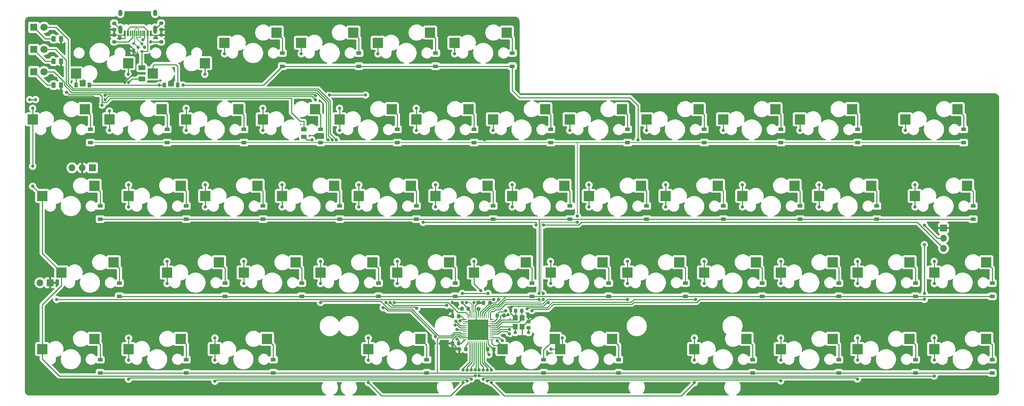
<source format=gbr>
G04 #@! TF.GenerationSoftware,KiCad,Pcbnew,(6.0.0)*
G04 #@! TF.CreationDate,2022-02-07T13:47:23-08:00*
G04 #@! TF.ProjectId,Memoria,4d656d6f-7269-4612-9e6b-696361645f70,rev?*
G04 #@! TF.SameCoordinates,Original*
G04 #@! TF.FileFunction,Copper,L2,Bot*
G04 #@! TF.FilePolarity,Positive*
%FSLAX46Y46*%
G04 Gerber Fmt 4.6, Leading zero omitted, Abs format (unit mm)*
G04 Created by KiCad (PCBNEW (6.0.0)) date 2022-02-07 13:47:23*
%MOMM*%
%LPD*%
G01*
G04 APERTURE LIST*
G04 Aperture macros list*
%AMRoundRect*
0 Rectangle with rounded corners*
0 $1 Rounding radius*
0 $2 $3 $4 $5 $6 $7 $8 $9 X,Y pos of 4 corners*
0 Add a 4 corners polygon primitive as box body*
4,1,4,$2,$3,$4,$5,$6,$7,$8,$9,$2,$3,0*
0 Add four circle primitives for the rounded corners*
1,1,$1+$1,$2,$3*
1,1,$1+$1,$4,$5*
1,1,$1+$1,$6,$7*
1,1,$1+$1,$8,$9*
0 Add four rect primitives between the rounded corners*
20,1,$1+$1,$2,$3,$4,$5,0*
20,1,$1+$1,$4,$5,$6,$7,0*
20,1,$1+$1,$6,$7,$8,$9,0*
20,1,$1+$1,$8,$9,$2,$3,0*%
G04 Aperture macros list end*
G04 #@! TA.AperFunction,SMDPad,CuDef*
%ADD10R,2.550000X2.500000*%
G04 #@! TD*
G04 #@! TA.AperFunction,ComponentPad*
%ADD11R,1.700000X1.700000*%
G04 #@! TD*
G04 #@! TA.AperFunction,ComponentPad*
%ADD12O,1.700000X1.700000*%
G04 #@! TD*
G04 #@! TA.AperFunction,ComponentPad*
%ADD13R,1.800000X1.800000*%
G04 #@! TD*
G04 #@! TA.AperFunction,ComponentPad*
%ADD14C,1.800000*%
G04 #@! TD*
G04 #@! TA.AperFunction,SMDPad,CuDef*
%ADD15R,1.200000X0.900000*%
G04 #@! TD*
G04 #@! TA.AperFunction,SMDPad,CuDef*
%ADD16R,0.900000X1.200000*%
G04 #@! TD*
G04 #@! TA.AperFunction,SMDPad,CuDef*
%ADD17RoundRect,0.225000X-0.250000X0.225000X-0.250000X-0.225000X0.250000X-0.225000X0.250000X0.225000X0*%
G04 #@! TD*
G04 #@! TA.AperFunction,SMDPad,CuDef*
%ADD18RoundRect,0.200000X-0.275000X0.200000X-0.275000X-0.200000X0.275000X-0.200000X0.275000X0.200000X0*%
G04 #@! TD*
G04 #@! TA.AperFunction,SMDPad,CuDef*
%ADD19RoundRect,0.250000X0.450000X-0.262500X0.450000X0.262500X-0.450000X0.262500X-0.450000X-0.262500X0*%
G04 #@! TD*
G04 #@! TA.AperFunction,SMDPad,CuDef*
%ADD20R,1.200000X1.400000*%
G04 #@! TD*
G04 #@! TA.AperFunction,SMDPad,CuDef*
%ADD21RoundRect,0.225000X-0.225000X-0.250000X0.225000X-0.250000X0.225000X0.250000X-0.225000X0.250000X0*%
G04 #@! TD*
G04 #@! TA.AperFunction,SMDPad,CuDef*
%ADD22RoundRect,0.200000X0.275000X-0.200000X0.275000X0.200000X-0.275000X0.200000X-0.275000X-0.200000X0*%
G04 #@! TD*
G04 #@! TA.AperFunction,SMDPad,CuDef*
%ADD23RoundRect,0.250000X-0.262500X-0.450000X0.262500X-0.450000X0.262500X0.450000X-0.262500X0.450000X0*%
G04 #@! TD*
G04 #@! TA.AperFunction,SMDPad,CuDef*
%ADD24RoundRect,0.225000X0.225000X0.250000X-0.225000X0.250000X-0.225000X-0.250000X0.225000X-0.250000X0*%
G04 #@! TD*
G04 #@! TA.AperFunction,SMDPad,CuDef*
%ADD25R,0.600000X1.450000*%
G04 #@! TD*
G04 #@! TA.AperFunction,SMDPad,CuDef*
%ADD26R,0.300000X1.450000*%
G04 #@! TD*
G04 #@! TA.AperFunction,ComponentPad*
%ADD27O,1.000000X2.100000*%
G04 #@! TD*
G04 #@! TA.AperFunction,ComponentPad*
%ADD28O,1.000000X1.600000*%
G04 #@! TD*
G04 #@! TA.AperFunction,SMDPad,CuDef*
%ADD29RoundRect,0.062500X-0.062500X0.475000X-0.062500X-0.475000X0.062500X-0.475000X0.062500X0.475000X0*%
G04 #@! TD*
G04 #@! TA.AperFunction,SMDPad,CuDef*
%ADD30RoundRect,0.062500X-0.475000X0.062500X-0.475000X-0.062500X0.475000X-0.062500X0.475000X0.062500X0*%
G04 #@! TD*
G04 #@! TA.AperFunction,SMDPad,CuDef*
%ADD31R,5.200000X5.200000*%
G04 #@! TD*
G04 #@! TA.AperFunction,SMDPad,CuDef*
%ADD32RoundRect,0.200000X0.200000X0.275000X-0.200000X0.275000X-0.200000X-0.275000X0.200000X-0.275000X0*%
G04 #@! TD*
G04 #@! TA.AperFunction,SMDPad,CuDef*
%ADD33RoundRect,0.200000X-0.200000X-0.275000X0.200000X-0.275000X0.200000X0.275000X-0.200000X0.275000X0*%
G04 #@! TD*
G04 #@! TA.AperFunction,SMDPad,CuDef*
%ADD34R,0.700000X1.000000*%
G04 #@! TD*
G04 #@! TA.AperFunction,SMDPad,CuDef*
%ADD35R,0.700000X0.600000*%
G04 #@! TD*
G04 #@! TA.AperFunction,SMDPad,CuDef*
%ADD36RoundRect,0.250000X-0.625000X0.375000X-0.625000X-0.375000X0.625000X-0.375000X0.625000X0.375000X0*%
G04 #@! TD*
G04 #@! TA.AperFunction,ViaPad*
%ADD37C,0.800000*%
G04 #@! TD*
G04 #@! TA.AperFunction,Conductor*
%ADD38C,0.254000*%
G04 #@! TD*
G04 #@! TA.AperFunction,Conductor*
%ADD39C,0.203200*%
G04 #@! TD*
G04 #@! TA.AperFunction,Conductor*
%ADD40C,0.200000*%
G04 #@! TD*
G04 APERTURE END LIST*
D10*
X83402500Y-54610000D03*
X96329500Y-52070000D03*
X97690000Y-92710000D03*
X110617000Y-90170000D03*
X231040000Y-92710000D03*
X243967000Y-90170000D03*
X250090000Y-92710000D03*
X263017000Y-90170000D03*
X28633750Y-73660000D03*
X41560750Y-71120000D03*
X71496250Y-111760000D03*
X84423250Y-109220000D03*
X216752500Y-54610000D03*
X229679500Y-52070000D03*
X192940000Y-92710000D03*
X205867000Y-90170000D03*
X140552500Y-54610000D03*
X153479500Y-52070000D03*
X145315000Y-73660000D03*
X158242000Y-71120000D03*
X111977500Y-35560000D03*
X124904500Y-33020000D03*
X92927500Y-35560000D03*
X105854500Y-33020000D03*
X116740000Y-92710000D03*
X129667000Y-90170000D03*
X49947500Y-40640000D03*
X37020500Y-43180000D03*
X183415000Y-73660000D03*
X196342000Y-71120000D03*
X221515000Y-73660000D03*
X234442000Y-71120000D03*
X131027500Y-35560000D03*
X143954500Y-33020000D03*
X68997500Y-40640000D03*
X56070500Y-43180000D03*
X69115000Y-73660000D03*
X82042000Y-71120000D03*
X178652500Y-54610000D03*
X191579500Y-52070000D03*
D11*
X252412500Y-81650000D03*
D12*
X252412500Y-84190000D03*
X252412500Y-86730000D03*
D13*
X26543000Y-31717000D03*
D14*
X29083000Y-31717000D03*
D10*
X173890000Y-92710000D03*
X186817000Y-90170000D03*
X33396250Y-92710000D03*
X46323250Y-90170000D03*
X50065000Y-73660000D03*
X62992000Y-71120000D03*
X64352500Y-54610000D03*
X77279500Y-52070000D03*
X88165000Y-73660000D03*
X101092000Y-71120000D03*
X250090000Y-111760000D03*
X263017000Y-109220000D03*
D13*
X26543000Y-37242000D03*
D14*
X29083000Y-37242000D03*
D10*
X164365000Y-73660000D03*
X177292000Y-71120000D03*
D11*
X41112500Y-66675000D03*
D12*
X38572500Y-66675000D03*
X36032500Y-66675000D03*
D10*
X45302500Y-54610000D03*
X58229500Y-52070000D03*
X59590000Y-92710000D03*
X72517000Y-90170000D03*
X26252500Y-54610000D03*
X39179500Y-52070000D03*
X211990000Y-92710000D03*
X224917000Y-90170000D03*
X202465000Y-73660000D03*
X215392000Y-71120000D03*
X154840000Y-92710000D03*
X167767000Y-90170000D03*
X107215000Y-73660000D03*
X120142000Y-71120000D03*
X135790000Y-92710000D03*
X148717000Y-90170000D03*
X197702500Y-54610000D03*
X210629500Y-52070000D03*
D13*
X26543000Y-42767000D03*
D14*
X29083000Y-42767000D03*
D10*
X102452500Y-54610000D03*
X115379500Y-52070000D03*
X121502500Y-54610000D03*
X134429500Y-52070000D03*
X242946250Y-54610000D03*
X255873250Y-52070000D03*
D11*
X30575000Y-95250000D03*
D12*
X28035000Y-95250000D03*
D10*
X231040000Y-111760000D03*
X243967000Y-109220000D03*
X28633750Y-111760000D03*
X41560750Y-109220000D03*
X50065000Y-111760000D03*
X62992000Y-109220000D03*
X211990000Y-111760000D03*
X224917000Y-109220000D03*
X157221250Y-111760000D03*
X170148250Y-109220000D03*
X73877500Y-35560000D03*
X86804500Y-33020000D03*
X126265000Y-73660000D03*
X139192000Y-71120000D03*
X78640000Y-92710000D03*
X91567000Y-90170000D03*
X245327500Y-73660000D03*
X258254500Y-71120000D03*
X122523250Y-109220000D03*
X109596250Y-111760000D03*
X190558750Y-111760000D03*
X203485750Y-109220000D03*
X142933750Y-111760000D03*
X155860750Y-109220000D03*
X159602500Y-54610000D03*
X172529500Y-52070000D03*
D15*
X159650000Y-79450000D03*
X159650000Y-76150000D03*
D16*
X40320000Y-46101000D03*
X37020000Y-46101000D03*
D15*
X153125000Y-117700000D03*
X153125000Y-114400000D03*
X47800000Y-98650000D03*
X47800000Y-95350000D03*
X121550000Y-79450000D03*
X121550000Y-76150000D03*
X226400000Y-98650000D03*
X226400000Y-95350000D03*
D17*
X149350000Y-104925000D03*
X149350000Y-106475000D03*
D15*
X188300000Y-98650000D03*
X188300000Y-95350000D03*
D18*
X58150000Y-30675000D03*
X58150000Y-32325000D03*
D15*
X245450000Y-98650000D03*
X245450000Y-95350000D03*
X83450000Y-79450000D03*
X83450000Y-76150000D03*
D19*
X93600000Y-58925000D03*
X93600000Y-57100000D03*
D15*
X135850000Y-60400000D03*
X135850000Y-57100000D03*
X124100000Y-117700000D03*
X124100000Y-114400000D03*
X171750000Y-117700000D03*
X171750000Y-114400000D03*
D20*
X146075000Y-106174450D03*
X146075000Y-103974450D03*
X147775000Y-103974450D03*
X147775000Y-106174450D03*
D15*
X245450000Y-117700000D03*
X245450000Y-114400000D03*
D17*
X46500000Y-30725000D03*
X46500000Y-32275000D03*
D15*
X235850000Y-79450000D03*
X235850000Y-76150000D03*
D17*
X136912500Y-100225000D03*
X136912500Y-101775000D03*
D15*
X226400000Y-117700000D03*
X226400000Y-114400000D03*
X205000000Y-117700000D03*
X205000000Y-114400000D03*
X264500000Y-98650000D03*
X264500000Y-95350000D03*
X59650000Y-60400000D03*
X59650000Y-57100000D03*
X102500000Y-79450000D03*
X102500000Y-76150000D03*
X216800000Y-79450000D03*
X216800000Y-76150000D03*
X193000000Y-60400000D03*
X193000000Y-57100000D03*
X150200000Y-98650000D03*
X150200000Y-95350000D03*
X154900000Y-60400000D03*
X154900000Y-57100000D03*
D21*
X139175000Y-111800000D03*
X140725000Y-111800000D03*
D15*
X43000000Y-117700000D03*
X43000000Y-114400000D03*
X231100000Y-60400000D03*
X231100000Y-57100000D03*
D22*
X46500000Y-35325000D03*
X46500000Y-33675000D03*
D15*
X97750000Y-60400000D03*
X97750000Y-57100000D03*
X173950000Y-60400000D03*
X173950000Y-57100000D03*
X178700000Y-79450000D03*
X178700000Y-76150000D03*
X43000000Y-79450000D03*
X43000000Y-76150000D03*
X112100000Y-98650000D03*
X112100000Y-95350000D03*
X74000000Y-98650000D03*
X74000000Y-95350000D03*
D23*
X31472500Y-34544000D03*
X33297500Y-34544000D03*
D15*
X264500000Y-117700000D03*
X264500000Y-114400000D03*
X107250000Y-41400000D03*
X107250000Y-38100000D03*
X64400000Y-79450000D03*
X64400000Y-76150000D03*
D16*
X58940000Y-46100000D03*
X62240000Y-46100000D03*
D15*
X145350000Y-41400000D03*
X145350000Y-38100000D03*
D23*
X31472500Y-46101000D03*
X33297500Y-46101000D03*
D15*
X93050000Y-98650000D03*
X93050000Y-95350000D03*
X212050000Y-60400000D03*
X212050000Y-57100000D03*
D24*
X132025000Y-103550000D03*
X130475000Y-103550000D03*
D25*
X49099000Y-33222000D03*
X49874000Y-33222000D03*
D26*
X50574000Y-33222000D03*
X51074000Y-33222000D03*
X51574000Y-33222000D03*
X52074000Y-33222000D03*
X52574000Y-33222000D03*
X53074000Y-33222000D03*
X53574000Y-33222000D03*
X54074000Y-33222000D03*
D25*
X54774000Y-33222000D03*
X55549000Y-33222000D03*
D27*
X48004000Y-32307000D03*
D28*
X48004000Y-28127000D03*
D27*
X56644000Y-32307000D03*
D28*
X56644000Y-28127000D03*
D15*
X257412500Y-60400000D03*
X257412500Y-57100000D03*
X40600000Y-60400000D03*
X40600000Y-57100000D03*
D24*
X134375000Y-101700000D03*
X132825000Y-101700000D03*
D29*
X134350000Y-103612500D03*
X134850000Y-103612500D03*
X135350000Y-103612500D03*
X135850000Y-103612500D03*
X136350000Y-103612500D03*
X136850000Y-103612500D03*
X137350000Y-103612500D03*
X137850000Y-103612500D03*
X138350000Y-103612500D03*
X138850000Y-103612500D03*
X139350000Y-103612500D03*
D30*
X140187500Y-104450000D03*
X140187500Y-104950000D03*
X140187500Y-105450000D03*
X140187500Y-105950000D03*
X140187500Y-106450000D03*
X140187500Y-106950000D03*
X140187500Y-107450000D03*
X140187500Y-107950000D03*
X140187500Y-108450000D03*
X140187500Y-108950000D03*
X140187500Y-109450000D03*
D29*
X139350000Y-110287500D03*
X138850000Y-110287500D03*
X138350000Y-110287500D03*
X137850000Y-110287500D03*
X137350000Y-110287500D03*
X136850000Y-110287500D03*
X136350000Y-110287500D03*
X135850000Y-110287500D03*
X135350000Y-110287500D03*
X134850000Y-110287500D03*
X134350000Y-110287500D03*
D30*
X133512500Y-109450000D03*
X133512500Y-108950000D03*
X133512500Y-108450000D03*
X133512500Y-107950000D03*
X133512500Y-107450000D03*
X133512500Y-106950000D03*
X133512500Y-106450000D03*
X133512500Y-105950000D03*
X133512500Y-105450000D03*
X133512500Y-104950000D03*
X133512500Y-104450000D03*
D31*
X136850000Y-106950000D03*
D15*
X116800000Y-60400000D03*
X116800000Y-57100000D03*
D22*
X58150000Y-35325000D03*
X58150000Y-33675000D03*
D32*
X143275000Y-103400000D03*
X141625000Y-103400000D03*
D15*
X259750000Y-79450000D03*
X259750000Y-76150000D03*
D23*
X31472500Y-40132000D03*
X33297500Y-40132000D03*
D15*
X197750000Y-79450000D03*
X197750000Y-76150000D03*
D24*
X132025000Y-110350000D03*
X130475000Y-110350000D03*
D15*
X64400000Y-117700000D03*
X64400000Y-114400000D03*
X140600000Y-79450000D03*
X140600000Y-76150000D03*
D33*
X132175000Y-111810000D03*
X133825000Y-111810000D03*
D15*
X86000000Y-117700000D03*
X86000000Y-114400000D03*
X88250000Y-41400000D03*
X88250000Y-38100000D03*
D21*
X146150000Y-102250000D03*
X147700000Y-102250000D03*
D15*
X169250000Y-98650000D03*
X169250000Y-95350000D03*
D24*
X139775000Y-100250000D03*
X138225000Y-100250000D03*
D15*
X131150000Y-98650000D03*
X131150000Y-95350000D03*
X78700000Y-60400000D03*
X78700000Y-57100000D03*
D34*
X51324000Y-37500000D03*
D35*
X51324000Y-35800000D03*
X53324000Y-35800000D03*
X53324000Y-37700000D03*
D15*
X126300000Y-41400000D03*
X126300000Y-38100000D03*
D36*
X53324000Y-41780000D03*
X53324000Y-44580000D03*
D15*
X207350000Y-98650000D03*
X207350000Y-95350000D03*
D37*
X127426500Y-110350000D03*
X125973500Y-110350000D03*
X32042200Y-38842053D03*
X32040000Y-48073000D03*
X32042200Y-44367200D03*
X49100000Y-45374500D03*
X144310000Y-108960000D03*
X42474651Y-51076511D03*
X138450000Y-59698900D03*
X32040000Y-49526000D03*
X130388714Y-100161286D03*
X130386286Y-102213714D03*
X47900000Y-34500000D03*
X47900000Y-36350000D03*
X44200000Y-48661051D03*
X99925000Y-47525000D03*
X151050000Y-103225000D03*
X154300930Y-100153941D03*
X32042200Y-33317200D03*
X148603814Y-109503011D03*
X96425000Y-48675000D03*
X132350000Y-104798700D03*
X144327020Y-103273500D03*
X131600000Y-109250000D03*
X99909645Y-48567782D03*
X50099503Y-45374500D03*
X139325000Y-97925000D03*
X151248500Y-80927622D03*
X153106598Y-80927622D03*
X25526000Y-49700000D03*
X26979000Y-49700000D03*
X108900000Y-48550000D03*
X141950000Y-99450000D03*
X123226511Y-80226511D03*
X139525000Y-113150000D03*
X132925000Y-97923500D03*
X96425000Y-49700000D03*
X132925000Y-100153011D03*
X44200000Y-49725000D03*
X190825000Y-99426511D03*
X144600000Y-106900950D03*
X176525000Y-59698900D03*
X57655000Y-46101000D03*
X63590000Y-46101000D03*
X149050000Y-101735762D03*
X161500000Y-78723500D03*
X152975000Y-99425000D03*
X161500000Y-80201111D03*
X152974503Y-97923500D03*
X151975000Y-99426511D03*
X151975000Y-97923500D03*
X52400000Y-36700000D03*
X133924503Y-100153011D03*
X135838000Y-100153011D03*
X54047500Y-36700000D03*
X101650000Y-59698900D03*
X116013500Y-100153011D03*
X131350861Y-104825651D03*
X129050000Y-100879511D03*
X115013997Y-100153011D03*
X100600000Y-59698900D03*
X121618975Y-101606022D03*
X131197928Y-105813385D03*
X114015017Y-100185332D03*
X99550000Y-59698900D03*
X136125000Y-118426500D03*
X49947500Y-43390000D03*
X136125000Y-116973500D03*
X26252500Y-71278750D03*
X26252500Y-66278750D03*
X26252500Y-51860000D03*
X135125497Y-116973500D03*
X135125000Y-119203011D03*
X50065000Y-109010000D03*
X59590000Y-95460000D03*
X45302500Y-57360000D03*
X50065000Y-119260000D03*
X59590000Y-89960000D03*
X50065000Y-70910000D03*
X45302500Y-52547500D03*
X68997500Y-43390000D03*
X50065000Y-114510000D03*
X50065000Y-76410000D03*
X134125994Y-119656531D03*
X73877500Y-38310000D03*
X71496250Y-109010000D03*
X71496250Y-114510000D03*
X134125994Y-116973500D03*
X71496250Y-119760000D03*
X64352500Y-57360000D03*
X78640000Y-89960000D03*
X64352500Y-51860000D03*
X78640000Y-95460000D03*
X69115000Y-70910000D03*
X69115000Y-76410000D03*
X88165000Y-76410000D03*
X97690000Y-95460000D03*
X97690000Y-100153011D03*
X88165000Y-70910000D03*
X92927500Y-38310000D03*
X83402500Y-51860000D03*
X97690000Y-89960000D03*
X83402500Y-57360000D03*
X133126491Y-116973500D03*
X109600000Y-120110051D03*
X107215000Y-76410000D03*
X133126491Y-120110051D03*
X116740000Y-89960000D03*
X111977500Y-38310000D03*
X107215000Y-70910000D03*
X109596250Y-109010000D03*
X102452500Y-57360000D03*
X109596250Y-114510000D03*
X116740000Y-95460000D03*
X102452500Y-51860000D03*
X137490000Y-97197000D03*
X121502500Y-57360000D03*
X126265000Y-70910000D03*
X135790000Y-89960000D03*
X121502500Y-51860000D03*
X141550000Y-109700000D03*
X131027500Y-38310000D03*
X126265000Y-76410000D03*
X154941250Y-111760000D03*
X157750000Y-109010000D03*
X154840000Y-89960000D03*
X145315000Y-70910000D03*
X145315000Y-76410000D03*
X140552500Y-57360000D03*
X154840000Y-95460000D03*
X142843489Y-109686511D03*
X164365000Y-76410000D03*
X159602500Y-57360000D03*
X173890000Y-99425000D03*
X173890000Y-95460000D03*
X164365000Y-70910000D03*
X173890000Y-89960000D03*
X192940000Y-89960000D03*
X190558750Y-109010000D03*
X178652500Y-57360000D03*
X190560000Y-120110051D03*
X183415000Y-70910000D03*
X192940000Y-95460000D03*
X190558750Y-114510000D03*
X140124503Y-116973500D03*
X140125000Y-120110051D03*
X183415000Y-76410000D03*
X211990000Y-109010000D03*
X211990000Y-95460000D03*
X139125000Y-116973500D03*
X139125000Y-119656531D03*
X211990000Y-119656531D03*
X197702500Y-57360000D03*
X202465000Y-76410000D03*
X211990000Y-114510000D03*
X211990000Y-89960000D03*
X202465000Y-70910000D03*
X221515000Y-70910000D03*
X231040000Y-95460000D03*
X231040000Y-89960000D03*
X138124006Y-116973500D03*
X231040000Y-114510000D03*
X231040000Y-109010000D03*
X221515000Y-76410000D03*
X231040000Y-119203011D03*
X216752500Y-57360000D03*
X138124006Y-119203011D03*
X245327500Y-76410000D03*
X137124503Y-116973500D03*
X250090000Y-118476511D03*
X245327500Y-70910000D03*
X250090000Y-114510000D03*
X137124503Y-118426500D03*
X250090000Y-109010000D03*
X250090000Y-95460000D03*
X242946250Y-57360000D03*
X250090000Y-89960000D03*
X247650000Y-97923500D03*
X247650000Y-85800000D03*
X150225000Y-102189282D03*
X247650000Y-80940000D03*
X247650000Y-99376500D03*
X144600000Y-107950000D03*
X34625000Y-47875000D03*
X43473489Y-51076511D03*
X53600000Y-34800000D03*
X55600000Y-35325000D03*
X149350000Y-107675000D03*
X146075000Y-107675000D03*
X140773500Y-99450000D03*
X32211511Y-99426511D03*
X143700000Y-102225497D03*
X95567500Y-59698900D03*
X126235073Y-108687500D03*
X113262407Y-101487593D03*
X131626500Y-106889949D03*
D38*
X134850000Y-104950000D02*
X136850000Y-106950000D01*
X58141480Y-33683520D02*
X58150000Y-33675000D01*
X50450000Y-36350000D02*
X51324000Y-37224000D01*
X139323480Y-110260980D02*
X139323480Y-109423480D01*
X51800000Y-42600000D02*
X49100000Y-45300000D01*
X132327443Y-108950000D02*
X131900932Y-108523489D01*
X136110980Y-102228447D02*
X136110980Y-101026520D01*
X55549000Y-33222000D02*
X56010520Y-33683520D01*
X132175000Y-111810000D02*
X131935000Y-111810000D01*
X133512500Y-108950000D02*
X134850000Y-108950000D01*
X149024450Y-104925000D02*
X147775000Y-106174450D01*
X149350000Y-104925000D02*
X149024450Y-104925000D01*
X131927428Y-101700000D02*
X130388714Y-100161286D01*
X147775000Y-108674197D02*
X148603814Y-109503011D01*
X140187500Y-105950000D02*
X137850000Y-105950000D01*
X32724409Y-48841591D02*
X41291591Y-48841591D01*
X133512500Y-108950000D02*
X132327443Y-108950000D01*
X147775000Y-106174450D02*
X147775000Y-108050000D01*
X132825000Y-101700000D02*
X131927428Y-101700000D01*
X49099000Y-33222000D02*
X49099000Y-34499000D01*
X149350000Y-104925000D02*
X151050000Y-103225000D01*
X136350000Y-103612500D02*
X136350000Y-106450000D01*
X130386286Y-102213714D02*
X130386286Y-103461286D01*
X131900932Y-108523489D02*
X131299068Y-108523489D01*
X44200000Y-48661051D02*
X44472980Y-48388071D01*
X47901000Y-34499000D02*
X47900000Y-34500000D01*
X131935000Y-111810000D02*
X130475000Y-110350000D01*
X130475000Y-109347557D02*
X131299068Y-108523489D01*
X44472980Y-48388071D02*
X96138071Y-48388071D01*
X153914876Y-100153941D02*
X153059555Y-101009262D01*
X147775000Y-108050000D02*
X147775000Y-108674197D01*
X99925000Y-47525000D02*
X108900000Y-47525000D01*
X130475000Y-109775000D02*
X130475000Y-109347557D01*
X130475000Y-110350000D02*
X130475000Y-109775000D01*
X46508520Y-33683520D02*
X48637480Y-33683520D01*
X33297500Y-34544000D02*
X33269000Y-34544000D01*
X33297500Y-40132000D02*
X33297500Y-40097353D01*
X144825000Y-101009262D02*
X144825000Y-102724450D01*
X133512500Y-104950000D02*
X134850000Y-104950000D01*
X137850000Y-105950000D02*
X136850000Y-106950000D01*
X144825000Y-102724450D02*
X146075000Y-103974450D01*
X49099000Y-34499000D02*
X47901000Y-34499000D01*
X136100000Y-47525000D02*
X138450000Y-49875000D01*
X42474651Y-50024651D02*
X42474651Y-51076511D01*
X56010520Y-33683520D02*
X58141480Y-33683520D01*
X32040000Y-48073000D02*
X32040000Y-49526000D01*
X130475000Y-110350000D02*
X127426500Y-110350000D01*
X41291591Y-48841591D02*
X42474651Y-50024651D01*
X146150000Y-103899450D02*
X146075000Y-103974450D01*
X146075000Y-103974450D02*
X145502009Y-104547441D01*
X134850000Y-108950000D02*
X136850000Y-106950000D01*
X139323480Y-109423480D02*
X136850000Y-106950000D01*
X146150000Y-102250000D02*
X146150000Y-103899450D01*
X51324000Y-37224000D02*
X51324000Y-37500000D01*
X51324000Y-37500000D02*
X51800000Y-37976000D01*
X130386286Y-103461286D02*
X130475000Y-103550000D01*
X136912500Y-100225000D02*
X138200000Y-100225000D01*
X136350000Y-106450000D02*
X136850000Y-106950000D01*
X33297500Y-34544000D02*
X33297500Y-34306900D01*
X139350000Y-110287500D02*
X139350000Y-110575000D01*
X139350000Y-110575000D02*
X140575000Y-111800000D01*
X46500000Y-33675000D02*
X46508520Y-33683520D01*
X154300930Y-100153941D02*
X153914876Y-100153941D01*
X153059555Y-101009262D02*
X144825000Y-101009262D01*
X32040000Y-49526000D02*
X32724409Y-48841591D01*
X141291374Y-105950000D02*
X140187500Y-105950000D01*
X138450000Y-49875000D02*
X138450000Y-59698900D01*
X139350000Y-110287500D02*
X139323480Y-110260980D01*
X58150000Y-33675000D02*
X58150000Y-32325000D01*
X142133187Y-105108187D02*
X141291374Y-105950000D01*
X51800000Y-37976000D02*
X51800000Y-42600000D01*
X48637480Y-33683520D02*
X49099000Y-33222000D01*
X108900000Y-47525000D02*
X136100000Y-47525000D01*
X46500000Y-33675000D02*
X46500000Y-32275000D01*
X96138071Y-48388071D02*
X96425000Y-48675000D01*
X136110980Y-101026520D02*
X136912500Y-100225000D01*
X145502009Y-104547441D02*
X142693933Y-104547441D01*
X136350000Y-103612500D02*
X136350000Y-102467467D01*
X50450000Y-36350000D02*
X47950000Y-36350000D01*
X136350000Y-102467467D02*
X136110980Y-102228447D01*
X49100000Y-45300000D02*
X49100000Y-45374500D01*
X142693933Y-104547441D02*
X142133187Y-105108187D01*
X132025000Y-110350000D02*
X132025000Y-109675000D01*
X140187500Y-105450000D02*
X141150000Y-105450000D01*
X132925000Y-97923500D02*
X139323500Y-97923500D01*
X133512500Y-104450000D02*
X132698700Y-104450000D01*
X25526000Y-49700000D02*
X26979000Y-49700000D01*
X132612500Y-103550000D02*
X133512500Y-104450000D01*
X132698700Y-104450000D02*
X132350000Y-104798700D01*
X141150000Y-100250000D02*
X141950000Y-99450000D01*
X151248500Y-80226511D02*
X140650000Y-80226511D01*
X153707622Y-80927622D02*
X153106598Y-80927622D01*
X245909011Y-80226511D02*
X252412500Y-86730000D01*
X95564148Y-48841591D02*
X45058409Y-48841591D01*
X132925000Y-100153011D02*
X132925000Y-100250000D01*
X139175000Y-111800000D02*
X139175000Y-111425000D01*
X137350000Y-103612500D02*
X137350000Y-102675000D01*
X96422557Y-49700000D02*
X95564148Y-48841591D01*
X139175000Y-111425000D02*
X138850000Y-111100000D01*
X151248500Y-80927622D02*
X151248500Y-80226511D01*
X161800932Y-80927622D02*
X162502043Y-80226511D01*
X137350000Y-102675000D02*
X139775000Y-100250000D01*
X138850000Y-110287500D02*
X138850000Y-111100000D01*
X132025000Y-109675000D02*
X131600000Y-109250000D01*
X144200520Y-103400000D02*
X144327020Y-103273500D01*
X139775000Y-100250000D02*
X141150000Y-100250000D01*
X141150000Y-105450000D02*
X142425000Y-104175000D01*
X142425000Y-103400000D02*
X143075000Y-103400000D01*
X132025000Y-103550000D02*
X132612500Y-103550000D01*
X45058409Y-48841591D02*
X44200000Y-49700000D01*
X140650000Y-80226511D02*
X123726511Y-80226511D01*
X134850000Y-103612500D02*
X134850000Y-102175000D01*
X139175000Y-111800000D02*
X139175000Y-112800000D01*
X143275000Y-103400000D02*
X144200520Y-103400000D01*
X161500000Y-80927622D02*
X153707622Y-80927622D01*
X139323500Y-97923500D02*
X139325000Y-97925000D01*
X132925000Y-100250000D02*
X134375000Y-101700000D01*
X143075000Y-103400000D02*
X144173500Y-103400000D01*
X161500000Y-80927622D02*
X161800932Y-80927622D01*
X132025000Y-110350000D02*
X132612500Y-110350000D01*
X50894003Y-44580000D02*
X50099503Y-45374500D01*
X96425000Y-49700000D02*
X96422557Y-49700000D01*
X53324000Y-44580000D02*
X50894003Y-44580000D01*
X99909645Y-48567782D02*
X108882218Y-48567782D01*
X142425000Y-104175000D02*
X142425000Y-103400000D01*
X139175000Y-112800000D02*
X139525000Y-113150000D01*
X162502043Y-80226511D02*
X245909011Y-80226511D01*
X134850000Y-102175000D02*
X134375000Y-101700000D01*
X123726511Y-80226511D02*
X123226511Y-80226511D01*
X132612500Y-110350000D02*
X133512500Y-109450000D01*
X144600000Y-106900950D02*
X142264546Y-106900950D01*
X175523489Y-99426511D02*
X174798489Y-100151511D01*
X152375000Y-101462782D02*
X149322980Y-101462782D01*
X63590000Y-46101000D02*
X83549000Y-46101000D01*
X145350000Y-41400000D02*
X145350000Y-47425000D01*
X88250000Y-41400000D02*
X85290000Y-44360000D01*
X147150000Y-49225000D02*
X174605000Y-49225000D01*
X154019532Y-101462782D02*
X152375000Y-101462782D01*
X155330803Y-100151511D02*
X154019532Y-101462782D01*
X174798489Y-100151511D02*
X155330803Y-100151511D01*
X149322980Y-101462782D02*
X149050000Y-101735762D01*
X58939000Y-46101000D02*
X58940000Y-46100000D01*
X88250000Y-41400000D02*
X143425000Y-41400000D01*
X40320000Y-46101000D02*
X57659000Y-46101000D01*
X141715496Y-107450000D02*
X142264546Y-106900950D01*
X143425000Y-41400000D02*
X145350000Y-41400000D01*
X57659000Y-46101000D02*
X58939000Y-46101000D01*
X145350000Y-47425000D02*
X147150000Y-49225000D01*
X176525000Y-51145000D02*
X176525000Y-59698900D01*
X174605000Y-49225000D02*
X176525000Y-51145000D01*
X83549000Y-46101000D02*
X85290000Y-44360000D01*
X140187500Y-107450000D02*
X141715496Y-107450000D01*
X190825000Y-99426511D02*
X175523489Y-99426511D01*
X37020500Y-46100500D02*
X37020000Y-46101000D01*
X37020500Y-43180000D02*
X37020500Y-46100500D01*
X61810500Y-41000000D02*
X62240000Y-41429500D01*
X56070500Y-43180000D02*
X56070500Y-41429500D01*
X56070500Y-41429500D02*
X56500000Y-41000000D01*
X62240000Y-41429500D02*
X62240000Y-46100000D01*
X56500000Y-41000000D02*
X61810500Y-41000000D01*
X88250000Y-34465500D02*
X86804500Y-33020000D01*
X88250000Y-38100000D02*
X88250000Y-34465500D01*
X107250000Y-34415500D02*
X105854500Y-33020000D01*
X107250000Y-38100000D02*
X107250000Y-34415500D01*
X126300000Y-38100000D02*
X126300000Y-34415500D01*
X126300000Y-34415500D02*
X124904500Y-33020000D01*
X145350000Y-38100000D02*
X145350000Y-34415500D01*
X145350000Y-34415500D02*
X143954500Y-33020000D01*
D39*
X161500000Y-60400000D02*
X257412500Y-60400000D01*
X140952334Y-101585160D02*
X140604334Y-101933160D01*
X152423889Y-80201111D02*
X152422778Y-80200000D01*
X139980042Y-101933160D02*
X139350000Y-102563203D01*
X139350000Y-102563203D02*
X139350000Y-103612500D01*
X142089110Y-101585160D02*
X141734443Y-101585159D01*
X40600000Y-60400000D02*
X161500000Y-60400000D01*
X161500000Y-80201111D02*
X152423889Y-80201111D01*
X143546649Y-100127622D02*
X142089110Y-101585160D01*
X152975000Y-99425000D02*
X152272378Y-100127622D01*
X161500000Y-60400000D02*
X161500000Y-78723500D01*
X141734443Y-101585159D02*
X140952334Y-101585160D01*
X152403120Y-97352117D02*
X152403120Y-92126880D01*
X152974503Y-97923500D02*
X152403120Y-97352117D01*
X152272378Y-100127622D02*
X143546649Y-100127622D01*
X152422778Y-80200000D02*
X152403120Y-80219658D01*
X140604334Y-101933160D02*
X139980042Y-101933160D01*
X152403120Y-80219658D02*
X152403120Y-92126880D01*
D38*
X151725000Y-79450000D02*
X43000000Y-79450000D01*
X140427000Y-101505040D02*
X139802708Y-101505040D01*
X138350000Y-102957750D02*
X139403874Y-101903874D01*
X138350000Y-103612500D02*
X138350000Y-102957750D01*
X139802708Y-101505040D02*
X139403874Y-101903874D01*
X151975000Y-79450000D02*
X151975000Y-97923500D01*
X151975000Y-99426511D02*
X143642307Y-99426511D01*
X259750000Y-79450000D02*
X151725000Y-79450000D01*
X140775000Y-101157040D02*
X140427000Y-101505040D01*
X141911777Y-101157040D02*
X140775000Y-101157040D01*
X143642307Y-99426511D02*
X141911777Y-101157040D01*
X40600000Y-53490500D02*
X39179500Y-52070000D01*
X40600000Y-57100000D02*
X40600000Y-53490500D01*
X59650000Y-57100000D02*
X59650000Y-53490500D01*
X59650000Y-53490500D02*
X58229500Y-52070000D01*
X78700000Y-57100000D02*
X78700000Y-53490500D01*
X78700000Y-53490500D02*
X77279500Y-52070000D01*
X97750000Y-57100000D02*
X97750000Y-53490500D01*
X97750000Y-53490500D02*
X96329500Y-52070000D01*
X116800000Y-57100000D02*
X116800000Y-53490500D01*
X116800000Y-53490500D02*
X115379500Y-52070000D01*
X135850000Y-57100000D02*
X135850000Y-53490500D01*
X135850000Y-53490500D02*
X134429500Y-52070000D01*
X154900000Y-53490500D02*
X153479500Y-52070000D01*
X154900000Y-57100000D02*
X154900000Y-53490500D01*
X53823480Y-31573480D02*
X54774000Y-32524000D01*
X53324000Y-37700000D02*
X53324000Y-41780000D01*
X49874000Y-32243000D02*
X50543520Y-31573480D01*
X49874000Y-33222000D02*
X49874000Y-32243000D01*
X54774000Y-33222000D02*
X54774000Y-37626000D01*
X54774000Y-37626000D02*
X54700000Y-37700000D01*
X53324000Y-37700000D02*
X54700000Y-37700000D01*
X50543520Y-31573480D02*
X53823480Y-31573480D01*
X54774000Y-32524000D02*
X54774000Y-33222000D01*
X173950000Y-53490500D02*
X172529500Y-52070000D01*
X173950000Y-57100000D02*
X173950000Y-53490500D01*
X193000000Y-53490500D02*
X191579500Y-52070000D01*
X193000000Y-57100000D02*
X193000000Y-53490500D01*
X212050000Y-53490500D02*
X210629500Y-52070000D01*
X212050000Y-57100000D02*
X212050000Y-53490500D01*
X231100000Y-57100000D02*
X231100000Y-53490500D01*
X231100000Y-53490500D02*
X229679500Y-52070000D01*
X257412500Y-53609250D02*
X255873250Y-52070000D01*
X257412500Y-57100000D02*
X257412500Y-53609250D01*
X143777444Y-98650000D02*
X143393722Y-99033722D01*
X137850000Y-102816374D02*
X139614854Y-101051520D01*
X144100000Y-98650000D02*
X143777444Y-98650000D01*
X137850000Y-103612500D02*
X137850000Y-102816374D01*
X141723923Y-100703520D02*
X143393722Y-99033722D01*
X47800000Y-98650000D02*
X143620000Y-98650000D01*
X140576447Y-100703520D02*
X141723923Y-100703520D01*
X143620000Y-98650000D02*
X143620000Y-98807443D01*
X140228447Y-101051520D02*
X140576447Y-100703520D01*
X139614854Y-101051520D02*
X140228447Y-101051520D01*
X143620000Y-98807443D02*
X143393722Y-99033722D01*
X143620000Y-98650000D02*
X144100000Y-98650000D01*
X144100000Y-98650000D02*
X264500000Y-98650000D01*
D40*
X52574000Y-32247978D02*
X52574000Y-33222000D01*
X51821978Y-32000000D02*
X52326022Y-32000000D01*
X51574000Y-33222000D02*
X51574000Y-35550000D01*
X135284940Y-102584940D02*
X135350000Y-102650000D01*
X134828011Y-100153011D02*
X135284940Y-100609940D01*
X135284940Y-100609940D02*
X135284940Y-102584940D01*
X133924503Y-100153011D02*
X134828011Y-100153011D01*
X51324000Y-35800000D02*
X51500000Y-35800000D01*
X51574000Y-32247978D02*
X51821978Y-32000000D01*
X51574000Y-33222000D02*
X51574000Y-32247978D01*
X52326022Y-32000000D02*
X52574000Y-32247978D01*
X135350000Y-102650000D02*
X135350000Y-103612500D01*
X51500000Y-35800000D02*
X52400000Y-36700000D01*
X51574000Y-35550000D02*
X51324000Y-35800000D01*
D38*
X43000000Y-76150000D02*
X43000000Y-72559250D01*
X43000000Y-72559250D02*
X41560750Y-71120000D01*
D40*
X53074000Y-34196022D02*
X53074000Y-33222000D01*
X52074000Y-33222000D02*
X52074000Y-34550000D01*
X53324000Y-35800000D02*
X53324000Y-35801000D01*
X52124489Y-34246511D02*
X53023511Y-34246511D01*
X53324000Y-35800000D02*
X53324000Y-35976500D01*
X53324000Y-35976500D02*
X54047500Y-36700000D01*
X52074000Y-34196022D02*
X52124489Y-34246511D01*
X52074000Y-33222000D02*
X52074000Y-34196022D01*
X135684460Y-100306551D02*
X135838000Y-100153011D01*
X53023511Y-34246511D02*
X53074000Y-34196022D01*
X135684460Y-102405117D02*
X135684460Y-100306551D01*
X135850000Y-102570657D02*
X135684460Y-102405117D01*
X52074000Y-34550000D02*
X53324000Y-35800000D01*
X135850000Y-103612500D02*
X135850000Y-102570657D01*
D38*
X64400000Y-76150000D02*
X64400000Y-72528000D01*
X64400000Y-72528000D02*
X62992000Y-71120000D01*
X83450000Y-76150000D02*
X83450000Y-72528000D01*
X83450000Y-72528000D02*
X82042000Y-71120000D01*
X102500000Y-72528000D02*
X101092000Y-71120000D01*
X102500000Y-76150000D02*
X102500000Y-72528000D01*
X121550000Y-76150000D02*
X121550000Y-72528000D01*
X121550000Y-72528000D02*
X120142000Y-71120000D01*
X140600000Y-72528000D02*
X139192000Y-71120000D01*
X140600000Y-76150000D02*
X140600000Y-72528000D01*
X159650000Y-76150000D02*
X159650000Y-72528000D01*
X159650000Y-72528000D02*
X158242000Y-71120000D01*
X178700000Y-72528000D02*
X177292000Y-71120000D01*
X178700000Y-76150000D02*
X178700000Y-72528000D01*
X197750000Y-76150000D02*
X197750000Y-72528000D01*
X197750000Y-72528000D02*
X196342000Y-71120000D01*
X216800000Y-76150000D02*
X216800000Y-72528000D01*
X216800000Y-72528000D02*
X215392000Y-71120000D01*
X235850000Y-76150000D02*
X235850000Y-72528000D01*
X235850000Y-72528000D02*
X234442000Y-71120000D01*
X259750000Y-76150000D02*
X259750000Y-72615500D01*
X259750000Y-72615500D02*
X258254500Y-71120000D01*
X127046480Y-108903520D02*
X126700000Y-109250000D01*
X129787854Y-108903520D02*
X127046480Y-108903520D01*
X133512500Y-108450000D02*
X132468817Y-108450000D01*
X126700000Y-109250000D02*
X126700000Y-117700000D01*
X131111214Y-108069969D02*
X130277663Y-108903520D01*
X124100000Y-117700000D02*
X126700000Y-117700000D01*
X43000000Y-117700000D02*
X86000000Y-117700000D01*
X126700000Y-117700000D02*
X153000000Y-117700000D01*
X264500000Y-117700000D02*
X205000000Y-117700000D01*
X132468817Y-108450000D02*
X132088786Y-108069969D01*
X130277663Y-108903520D02*
X129787854Y-108903520D01*
X132088786Y-108069969D02*
X131111214Y-108069969D01*
X86000000Y-117700000D02*
X124100000Y-117700000D01*
X171750000Y-117700000D02*
X205000000Y-117700000D01*
X153000000Y-117700000D02*
X171750000Y-117700000D01*
X43000000Y-114400000D02*
X43000000Y-110659250D01*
X43000000Y-110659250D02*
X41560750Y-109220000D01*
X64400000Y-110628000D02*
X62992000Y-109220000D01*
X64400000Y-114400000D02*
X64400000Y-110628000D01*
X47800000Y-91646750D02*
X46323250Y-90170000D01*
X47800000Y-95350000D02*
X47800000Y-91646750D01*
X124100000Y-110796750D02*
X122523250Y-109220000D01*
X124100000Y-114400000D02*
X124100000Y-110796750D01*
X74000000Y-91653000D02*
X72517000Y-90170000D01*
X74000000Y-95350000D02*
X74000000Y-91653000D01*
X171750000Y-114400000D02*
X171750000Y-110821750D01*
X171750000Y-110821750D02*
X170148250Y-109220000D01*
X93050000Y-91653000D02*
X91567000Y-90170000D01*
X93050000Y-95350000D02*
X93050000Y-91653000D01*
X226400000Y-114400000D02*
X226400000Y-110703000D01*
X226400000Y-110703000D02*
X224917000Y-109220000D01*
X245450000Y-110703000D02*
X243967000Y-109220000D01*
X245450000Y-114400000D02*
X245450000Y-110703000D01*
X112100000Y-95350000D02*
X112100000Y-91653000D01*
X112100000Y-91653000D02*
X110617000Y-90170000D01*
X29370000Y-34544000D02*
X26543000Y-31717000D01*
X31472500Y-34544000D02*
X29370000Y-34544000D01*
X31998322Y-31717000D02*
X35043560Y-34762238D01*
X129353011Y-100153011D02*
X131875000Y-102675000D01*
X100100989Y-50025989D02*
X99575000Y-49500000D01*
X134350000Y-103275000D02*
X134350000Y-103612500D01*
X100100989Y-55774011D02*
X100100989Y-50025989D01*
X97102511Y-47027511D02*
X99575000Y-49500000D01*
X133750000Y-102675000D02*
X134350000Y-103275000D01*
X35043560Y-34762238D02*
X35043560Y-45750000D01*
X116013500Y-100153011D02*
X129353011Y-100153011D01*
X29083000Y-31717000D02*
X31998322Y-31717000D01*
X100100989Y-55774011D02*
X100100989Y-58149889D01*
X44272489Y-47027511D02*
X97102511Y-47027511D01*
X36321071Y-47027511D02*
X44272489Y-47027511D01*
X35043560Y-45750000D02*
X36321071Y-47027511D01*
X100100989Y-58149889D02*
X101650000Y-59698900D01*
X131875000Y-102675000D02*
X133750000Y-102675000D01*
X29433000Y-40132000D02*
X26543000Y-37242000D01*
X31472500Y-40132000D02*
X29433000Y-40132000D01*
X115712568Y-100879522D02*
X116570478Y-100879522D01*
X115013997Y-100180951D02*
X115712568Y-100879522D01*
X131350861Y-104825651D02*
X131350861Y-104827005D01*
X99647469Y-58746369D02*
X100600000Y-59698900D01*
X127229522Y-100879522D02*
X129049989Y-100879522D01*
X116570478Y-100879522D02*
X127229522Y-100879522D01*
X34590040Y-39896718D02*
X34590040Y-45937854D01*
X31935322Y-37242000D02*
X34590040Y-39896718D01*
X115013997Y-100153011D02*
X115013997Y-100180951D01*
X29083000Y-37242000D02*
X31935322Y-37242000D01*
X34590040Y-45937854D02*
X36133217Y-47481031D01*
X132473856Y-105950000D02*
X133512500Y-105950000D01*
X129049989Y-100879522D02*
X129050000Y-100879511D01*
X96914657Y-47481031D02*
X99079313Y-49645687D01*
X36133217Y-47481031D02*
X96914657Y-47481031D01*
X131350861Y-104827005D02*
X132473856Y-105950000D01*
X99647469Y-53925000D02*
X99647469Y-58746369D01*
X99647469Y-53925000D02*
X99647469Y-50213843D01*
X99647469Y-50213843D02*
X99079313Y-49645687D01*
X26543000Y-42767000D02*
X29877000Y-46101000D01*
X29877000Y-46101000D02*
X31472500Y-46101000D01*
X99193949Y-52800000D02*
X99193949Y-59342849D01*
X31491322Y-42767000D02*
X34136520Y-45412198D01*
X99193949Y-59342849D02*
X99550000Y-59698900D01*
X121345995Y-101333042D02*
X121618975Y-101606022D01*
X115162727Y-101333042D02*
X121345995Y-101333042D01*
X96726803Y-47934551D02*
X98846126Y-50053874D01*
X34136520Y-45412198D02*
X34136520Y-46125708D01*
X35945363Y-47934551D02*
X96726803Y-47934551D01*
X99193949Y-50401697D02*
X98846126Y-50053874D01*
X99193949Y-52800000D02*
X99193949Y-50401697D01*
X131695867Y-105813385D02*
X132332482Y-106450000D01*
X34136520Y-46125708D02*
X35945363Y-47934551D01*
X131197928Y-105813385D02*
X131695867Y-105813385D01*
X114015017Y-100185332D02*
X115162727Y-101333042D01*
X29083000Y-42767000D02*
X31491322Y-42767000D01*
X132332482Y-106450000D02*
X133512500Y-106450000D01*
X28633750Y-100741250D02*
X28633750Y-111760000D01*
X49947500Y-40640000D02*
X49947500Y-43390000D01*
X136074989Y-118476511D02*
X136125000Y-118426500D01*
X28633750Y-114260000D02*
X32850261Y-118476511D01*
X28633750Y-73660000D02*
X28633750Y-87947500D01*
X28633750Y-111760000D02*
X28633750Y-114260000D01*
X136350000Y-116748500D02*
X136125000Y-116973500D01*
X26252500Y-54610000D02*
X26252500Y-51860000D01*
X28633750Y-87947500D02*
X33396250Y-92710000D01*
X26252500Y-66278750D02*
X26252500Y-54610000D01*
X136350000Y-110287500D02*
X136350000Y-116748500D01*
X26252500Y-71278750D02*
X28633750Y-73660000D01*
X33396250Y-95978750D02*
X33396250Y-92710000D01*
X28633750Y-100741250D02*
X33396250Y-95978750D01*
X32850261Y-118476511D02*
X136074989Y-118476511D01*
X50394969Y-118930031D02*
X50065000Y-119260000D01*
X50065000Y-111760000D02*
X50065000Y-109010000D01*
X59590000Y-92710000D02*
X59590000Y-89960000D01*
X50065000Y-73660000D02*
X50065000Y-76410000D01*
X45302500Y-52547500D02*
X45302500Y-54610000D01*
X135850000Y-115475000D02*
X135125497Y-116199503D01*
X135125000Y-119203011D02*
X134852020Y-118930031D01*
X50065000Y-111760000D02*
X50065000Y-114510000D01*
X135125497Y-116199503D02*
X135125497Y-116973500D01*
X45302500Y-54610000D02*
X45302500Y-57360000D01*
X134852020Y-118930031D02*
X50394969Y-118930031D01*
X68997500Y-40640000D02*
X68997500Y-43390000D01*
X135850000Y-110287500D02*
X135850000Y-115475000D01*
X50065000Y-73660000D02*
X50065000Y-70910000D01*
X59590000Y-92710000D02*
X59590000Y-95460000D01*
X71866449Y-119383551D02*
X133853014Y-119383551D01*
X78640000Y-92710000D02*
X78640000Y-95460000D01*
X71496250Y-111760000D02*
X71496250Y-109010000D01*
X134125994Y-116973500D02*
X134125994Y-116299006D01*
X71496250Y-119753750D02*
X71866449Y-119383551D01*
X134125994Y-116299006D02*
X135350000Y-115075000D01*
X135350000Y-115075000D02*
X135350000Y-110287500D01*
X71496250Y-119760000D02*
X71496250Y-119753750D01*
X73877500Y-35560000D02*
X73877500Y-38310000D01*
X69115000Y-73660000D02*
X69115000Y-72115000D01*
X133853014Y-119383551D02*
X134125994Y-119656531D01*
X71496250Y-111760000D02*
X71496250Y-114510000D01*
X69115000Y-72115000D02*
X69115000Y-70910000D01*
X69115000Y-73660000D02*
X69115000Y-76410000D01*
X78640000Y-92710000D02*
X78640000Y-89960000D01*
X64352500Y-54610000D02*
X64352500Y-57360000D01*
X64352500Y-54610000D02*
X64352500Y-51860000D01*
X130923360Y-107616449D02*
X131600000Y-107616449D01*
X120376562Y-101786562D02*
X127040000Y-108450000D01*
X97690000Y-92710000D02*
X97690000Y-89960000D01*
X83402500Y-54610000D02*
X83402500Y-51860000D01*
X88165000Y-73660000D02*
X88165000Y-76410000D01*
X114588804Y-101786562D02*
X120376562Y-101786562D01*
X112682273Y-99880031D02*
X114588804Y-101786562D01*
X132610191Y-107950000D02*
X132276640Y-107616449D01*
X97690000Y-92710000D02*
X97690000Y-95460000D01*
X130089809Y-108450000D02*
X130923360Y-107616449D01*
X97962980Y-99880031D02*
X112682273Y-99880031D01*
X88165000Y-73660000D02*
X88165000Y-70910000D01*
X129600000Y-108450000D02*
X130089809Y-108450000D01*
X97690000Y-100153011D02*
X97962980Y-99880031D01*
X131600000Y-107616449D02*
X132276640Y-107616449D01*
X133512500Y-107950000D02*
X132610191Y-107950000D01*
X83402500Y-54610000D02*
X83402500Y-57360000D01*
X92927500Y-35560000D02*
X92927500Y-38310000D01*
X127040000Y-108450000D02*
X129600000Y-108450000D01*
X134850000Y-110287500D02*
X134850000Y-114933626D01*
X109610051Y-120110051D02*
X112900000Y-123400000D01*
X109596250Y-111760000D02*
X109596250Y-109010000D01*
X109600000Y-120110051D02*
X109610051Y-120110051D01*
X116740000Y-92710000D02*
X116740000Y-95460000D01*
X111977500Y-35560000D02*
X111977500Y-38310000D01*
X129975000Y-123400000D02*
X129100000Y-123400000D01*
X107215000Y-73660000D02*
X107215000Y-70910000D01*
X102452500Y-54610000D02*
X102452500Y-51860000D01*
X134850000Y-114933626D02*
X133126491Y-116657135D01*
X102452500Y-54610000D02*
X102452500Y-57360000D01*
X107215000Y-73660000D02*
X107215000Y-76410000D01*
X133126491Y-120248509D02*
X129975000Y-123400000D01*
X112900000Y-123400000D02*
X129100000Y-123400000D01*
X109596250Y-111760000D02*
X109596250Y-114510000D01*
X133126491Y-116657135D02*
X133126491Y-116973500D01*
X133126491Y-120110051D02*
X133126491Y-120248509D01*
X116740000Y-92710000D02*
X116740000Y-89960000D01*
X135790000Y-95497000D02*
X137490000Y-97197000D01*
X140187500Y-110387500D02*
X140700000Y-110900000D01*
X131027500Y-35560000D02*
X131027500Y-38310000D01*
X126265000Y-73660000D02*
X126265000Y-70910000D01*
X121502500Y-54610000D02*
X121502500Y-57360000D01*
X140700000Y-110900000D02*
X142073750Y-110900000D01*
X142933750Y-111083750D02*
X141550000Y-109700000D01*
X121502500Y-54610000D02*
X121502500Y-51860000D01*
X142073750Y-110900000D02*
X142933750Y-111760000D01*
X135790000Y-92710000D02*
X135790000Y-95497000D01*
X135790000Y-92710000D02*
X135790000Y-89960000D01*
X126265000Y-73660000D02*
X126265000Y-76410000D01*
X140187500Y-109450000D02*
X140187500Y-110387500D01*
X142933750Y-111760000D02*
X142933750Y-111083750D01*
X157221250Y-111760000D02*
X157750000Y-111231250D01*
X157221250Y-111760000D02*
X154941250Y-111760000D01*
X142106978Y-108950000D02*
X142843489Y-109686511D01*
X157750000Y-111231250D02*
X157750000Y-109010000D01*
X154840000Y-92710000D02*
X154840000Y-95460000D01*
X140552500Y-54610000D02*
X140552500Y-57360000D01*
X145315000Y-73660000D02*
X145315000Y-70910000D01*
X157221250Y-111760000D02*
X158000000Y-110981250D01*
X154840000Y-92710000D02*
X154840000Y-89960000D01*
X140187500Y-108950000D02*
X142106978Y-108950000D01*
X145315000Y-73660000D02*
X145315000Y-76410000D01*
X143723982Y-100555742D02*
X142266442Y-102013280D01*
X173890000Y-92710000D02*
X173890000Y-95460000D01*
X154000932Y-99426511D02*
X152871701Y-100555742D01*
X140781667Y-102361280D02*
X140157376Y-102361280D01*
X173890000Y-99425000D02*
X173888489Y-99426511D01*
X173888489Y-99426511D02*
X154000932Y-99426511D01*
X173890000Y-92710000D02*
X173890000Y-89960000D01*
X142266442Y-102013280D02*
X141129669Y-102013279D01*
X159602500Y-54610000D02*
X159602500Y-57360000D01*
X141129669Y-102013279D02*
X140781667Y-102361280D01*
X139896828Y-104159328D02*
X140187500Y-104450000D01*
X152871701Y-100555742D02*
X143723982Y-100555742D01*
X139896828Y-102621828D02*
X139896828Y-104159328D01*
X140157376Y-102361280D02*
X139896828Y-102621828D01*
X164365000Y-73660000D02*
X164365000Y-76410000D01*
X164365000Y-73660000D02*
X164365000Y-70910000D01*
X190558750Y-111760000D02*
X190558750Y-109010000D01*
X190558750Y-111760000D02*
X190558750Y-114510000D01*
X192940000Y-92710000D02*
X192940000Y-89960000D01*
X190560000Y-120140000D02*
X190560000Y-120110051D01*
X183415000Y-73660000D02*
X183415000Y-76410000D01*
X140125000Y-120110051D02*
X140125000Y-120137991D01*
X178652500Y-54610000D02*
X178652500Y-57360000D01*
X140124503Y-116758129D02*
X138350000Y-114983626D01*
X143387009Y-123400000D02*
X187300000Y-123400000D01*
X140124503Y-116973500D02*
X140124503Y-116758129D01*
X187300000Y-123400000D02*
X190560000Y-120140000D01*
X192940000Y-92710000D02*
X192940000Y-95460000D01*
X138350000Y-114983626D02*
X138350000Y-110287500D01*
X140125000Y-120137991D02*
X143387009Y-123400000D01*
X183415000Y-73660000D02*
X183415000Y-70910000D01*
X198810000Y-119383551D02*
X155236449Y-119383551D01*
X148886449Y-119383551D02*
X139825000Y-119383551D01*
X211990000Y-92710000D02*
X211990000Y-89960000D01*
X202465000Y-73660000D02*
X202465000Y-76410000D01*
X211990000Y-111760000D02*
X211990000Y-114510000D01*
X211717020Y-119383551D02*
X198810000Y-119383551D01*
X211990000Y-119656531D02*
X211717020Y-119383551D01*
X202465000Y-73660000D02*
X202465000Y-70910000D01*
X139397980Y-119383551D02*
X139125000Y-119656531D01*
X139825000Y-119383551D02*
X139397980Y-119383551D01*
X211990000Y-111760000D02*
X211990000Y-109010000D01*
X155236449Y-119383551D02*
X150370000Y-119383551D01*
X150370000Y-119383551D02*
X148886449Y-119383551D01*
X139125000Y-116400000D02*
X139125000Y-116973500D01*
X197702500Y-54610000D02*
X197702500Y-57360000D01*
X137850000Y-110287500D02*
X137850000Y-115125000D01*
X137850000Y-115125000D02*
X139125000Y-116400000D01*
X211990000Y-92710000D02*
X211990000Y-95460000D01*
X137350000Y-115450000D02*
X138124006Y-116224006D01*
X230767020Y-118930031D02*
X198050031Y-118930031D01*
X231040000Y-111760000D02*
X231040000Y-114510000D01*
X198050031Y-118930031D02*
X138396986Y-118930031D01*
X138396986Y-118930031D02*
X138124006Y-119203011D01*
X137350000Y-110287500D02*
X137350000Y-115450000D01*
X231040000Y-92710000D02*
X231040000Y-89960000D01*
X138124006Y-116224006D02*
X138124006Y-116973500D01*
X231040000Y-92710000D02*
X231040000Y-95460000D01*
X221515000Y-73660000D02*
X221515000Y-76410000D01*
X231040000Y-119203011D02*
X230767020Y-118930031D01*
X231040000Y-111760000D02*
X231040000Y-109010000D01*
X221515000Y-73660000D02*
X221515000Y-70910000D01*
X216752500Y-54610000D02*
X216752500Y-57360000D01*
X250090000Y-92710000D02*
X250090000Y-95460000D01*
X137174514Y-118476511D02*
X137124503Y-118426500D01*
X250090000Y-111760000D02*
X250090000Y-114510000D01*
X245327500Y-73660000D02*
X245327500Y-70910000D01*
X224522991Y-118476511D02*
X196273489Y-118476511D01*
X196273489Y-118476511D02*
X147542991Y-118476511D01*
X242946250Y-54610000D02*
X242946250Y-57360000D01*
X250090000Y-111760000D02*
X250090000Y-109010000D01*
X245327500Y-73660000D02*
X245327500Y-76410000D01*
X147542991Y-118476511D02*
X137174514Y-118476511D01*
X246393489Y-118476511D02*
X224522991Y-118476511D01*
X250039989Y-118476511D02*
X246393489Y-118476511D01*
X136850000Y-116698997D02*
X137124503Y-116973500D01*
X250090000Y-92710000D02*
X250090000Y-89960000D01*
X136850000Y-110287500D02*
X136850000Y-116698997D01*
X131150000Y-95350000D02*
X131150000Y-91653000D01*
X131150000Y-91653000D02*
X129667000Y-90170000D01*
X150200000Y-91653000D02*
X148717000Y-90170000D01*
X150200000Y-95350000D02*
X150200000Y-91653000D01*
X56644000Y-32181000D02*
X58150000Y-30675000D01*
X56644000Y-32307000D02*
X56644000Y-32181000D01*
X48004000Y-32307000D02*
X48004000Y-32229000D01*
X48004000Y-32229000D02*
X46500000Y-30725000D01*
X247650000Y-97923500D02*
X247650000Y-88550000D01*
X247599989Y-99426511D02*
X191852443Y-99426511D01*
X144004470Y-107354470D02*
X144600000Y-107950000D01*
X174986343Y-100605031D02*
X155518657Y-100605031D01*
X142452400Y-107354470D02*
X144004470Y-107354470D01*
X250899928Y-84189928D02*
X247650000Y-80940000D01*
X175438352Y-100153022D02*
X174986343Y-100605031D01*
X154207386Y-101916302D02*
X153200000Y-101916302D01*
X252412500Y-84190000D02*
X250899928Y-84190000D01*
X153200000Y-101916302D02*
X150497980Y-101916302D01*
X191852443Y-99426511D02*
X191125932Y-100153022D01*
X250899928Y-84190000D02*
X250899928Y-84189928D01*
X150497980Y-101916302D02*
X150225000Y-102189282D01*
X247650000Y-88550000D02*
X247650000Y-85800000D01*
X141856870Y-107950000D02*
X142452400Y-107354470D01*
X247650000Y-99376500D02*
X247599989Y-99426511D01*
X140187500Y-107950000D02*
X141856870Y-107950000D01*
X191125932Y-100153022D02*
X175438352Y-100153022D01*
X155518657Y-100605031D02*
X154207386Y-101916302D01*
X169250000Y-91653000D02*
X167767000Y-90170000D01*
X169250000Y-95350000D02*
X169250000Y-91653000D01*
X90487500Y-49295111D02*
X90487500Y-52962500D01*
X45657332Y-49295111D02*
X90487500Y-49295111D01*
X43473489Y-48923489D02*
X43473489Y-50076511D01*
X35138071Y-48388071D02*
X41138071Y-48388071D01*
X40586929Y-48388071D02*
X42938071Y-48388071D01*
X43473489Y-50076511D02*
X43848489Y-50451511D01*
X43848489Y-50451511D02*
X44500932Y-50451511D01*
X42938071Y-48388071D02*
X43473489Y-48923489D01*
X44500932Y-50451511D02*
X45657332Y-49295111D01*
X93600000Y-57100000D02*
X93600000Y-55100000D01*
X92625000Y-55100000D02*
X90487500Y-52962500D01*
X93600000Y-55100000D02*
X92625000Y-55100000D01*
X43473489Y-50076511D02*
X43473489Y-51076511D01*
X34625000Y-47875000D02*
X35138071Y-48388071D01*
X188300000Y-95350000D02*
X188300000Y-91653000D01*
X188300000Y-91653000D02*
X186817000Y-90170000D01*
X207350000Y-95350000D02*
X207350000Y-91653000D01*
X207350000Y-91653000D02*
X205867000Y-90170000D01*
X226400000Y-91653000D02*
X224917000Y-90170000D01*
X226400000Y-95350000D02*
X226400000Y-91653000D01*
X245450000Y-95350000D02*
X245450000Y-91653000D01*
X245450000Y-91653000D02*
X243967000Y-90170000D01*
X264500000Y-91653000D02*
X263017000Y-90170000D01*
X264500000Y-95350000D02*
X264500000Y-91653000D01*
X86000000Y-110796750D02*
X84423250Y-109220000D01*
X86000000Y-114400000D02*
X86000000Y-110796750D01*
X154152875Y-110927875D02*
X155860750Y-109220000D01*
X153125000Y-114400000D02*
X153125000Y-111955750D01*
X153125000Y-111955750D02*
X154152875Y-110927875D01*
X205000000Y-110734250D02*
X203485750Y-109220000D01*
X205000000Y-114400000D02*
X205000000Y-110734250D01*
X264500000Y-114400000D02*
X264500000Y-110703000D01*
X264500000Y-110703000D02*
X263017000Y-109220000D01*
X51074000Y-34250022D02*
X51074000Y-33222000D01*
X46500000Y-35325000D02*
X49999022Y-35325000D01*
X49999022Y-35325000D02*
X51074000Y-34250022D01*
X55600000Y-35325000D02*
X58150000Y-35325000D01*
X54074000Y-34326000D02*
X53600000Y-34800000D01*
X54074000Y-33222000D02*
X54074000Y-34326000D01*
X136850000Y-103612500D02*
X136850000Y-101837500D01*
X136850000Y-101837500D02*
X136912500Y-101775000D01*
X149350000Y-106475000D02*
X149350000Y-107675000D01*
X142349672Y-106174450D02*
X141574122Y-106950000D01*
X141574122Y-106950000D02*
X140187500Y-106950000D01*
X146075000Y-106174450D02*
X142349672Y-106174450D01*
X146075000Y-106174450D02*
X146075000Y-107675000D01*
X147775000Y-104227472D02*
X147775000Y-103974450D01*
X147700000Y-103899450D02*
X147775000Y-103974450D01*
X147700000Y-102250000D02*
X147700000Y-103899450D01*
X141432748Y-106450000D02*
X142881787Y-105000961D01*
X147001511Y-105000961D02*
X147775000Y-104227472D01*
X142881787Y-105000961D02*
X147001511Y-105000961D01*
X140187500Y-106450000D02*
X141432748Y-106450000D01*
X141625000Y-102908600D02*
X142066800Y-102466800D01*
X142066800Y-102466800D02*
X143458697Y-102466800D01*
X141625000Y-103400000D02*
X141625000Y-102908600D01*
X140750011Y-99426511D02*
X140773500Y-99450000D01*
X141625000Y-104175000D02*
X141625000Y-103400000D01*
X140187500Y-104950000D02*
X140850000Y-104950000D01*
X143458697Y-102466800D02*
X143700000Y-102225497D01*
X32211511Y-99426511D02*
X140750011Y-99426511D01*
X140850000Y-104950000D02*
X141625000Y-104175000D01*
X133825000Y-110812500D02*
X133825000Y-111810000D01*
X133825000Y-110812500D02*
X134350000Y-110287500D01*
X113262407Y-101487593D02*
X113648461Y-101487593D01*
X95567500Y-59698900D02*
X94373900Y-59698900D01*
X131686551Y-106950000D02*
X131626500Y-106889949D01*
X133512500Y-106950000D02*
X131686551Y-106950000D01*
X94373900Y-59698900D02*
X93600000Y-58925000D01*
X120188708Y-102240082D02*
X126235073Y-108286447D01*
X113648461Y-101487593D02*
X114400950Y-102240082D01*
X126235073Y-108286447D02*
X126235073Y-108687500D01*
X114400950Y-102240082D02*
X120188708Y-102240082D01*
G04 #@! TA.AperFunction,Conductor*
G36*
X55577621Y-27706002D02*
G01*
X55624114Y-27759658D01*
X55635500Y-27812000D01*
X55635500Y-28476769D01*
X55635800Y-28479825D01*
X55635800Y-28479832D01*
X55636530Y-28487273D01*
X55649920Y-28623833D01*
X55651702Y-28629734D01*
X55651702Y-28629736D01*
X55666147Y-28677579D01*
X55707084Y-28813169D01*
X55799934Y-28987796D01*
X55866769Y-29069744D01*
X55921040Y-29136287D01*
X55921043Y-29136290D01*
X55924935Y-29141062D01*
X55929682Y-29144989D01*
X55929684Y-29144991D01*
X56072575Y-29263201D01*
X56072579Y-29263203D01*
X56077325Y-29267130D01*
X56251299Y-29361198D01*
X56440232Y-29419682D01*
X56446357Y-29420326D01*
X56446358Y-29420326D01*
X56630796Y-29439711D01*
X56630798Y-29439711D01*
X56636925Y-29440355D01*
X56719424Y-29432847D01*
X56827749Y-29422989D01*
X56827752Y-29422988D01*
X56833888Y-29422430D01*
X56839794Y-29420692D01*
X56839798Y-29420691D01*
X56944924Y-29389751D01*
X57023619Y-29366590D01*
X57029077Y-29363737D01*
X57029081Y-29363735D01*
X57119853Y-29316280D01*
X57198890Y-29274960D01*
X57353025Y-29151032D01*
X57480154Y-28999526D01*
X57503205Y-28957596D01*
X57541450Y-28888029D01*
X57591796Y-28837970D01*
X57661213Y-28823077D01*
X57727662Y-28848078D01*
X57748321Y-28867661D01*
X57749305Y-28868832D01*
X57759393Y-28882642D01*
X57775160Y-28907631D01*
X57781890Y-28913574D01*
X57781890Y-28913575D01*
X57794385Y-28924611D01*
X57807422Y-28937970D01*
X57823920Y-28957596D01*
X57831388Y-28962567D01*
X57831390Y-28962569D01*
X57848503Y-28973960D01*
X57862090Y-28984404D01*
X57884228Y-29003956D01*
X57892350Y-29007769D01*
X57892354Y-29007772D01*
X57907438Y-29014854D01*
X57923702Y-29024018D01*
X57929281Y-29027731D01*
X57945051Y-29038228D01*
X57953618Y-29040905D01*
X57953621Y-29040906D01*
X57973236Y-29047034D01*
X57989213Y-29053247D01*
X57997173Y-29056984D01*
X58015948Y-29065799D01*
X58024815Y-29067180D01*
X58024816Y-29067180D01*
X58031687Y-29068250D01*
X58041286Y-29069745D01*
X58059474Y-29073977D01*
X58075381Y-29078947D01*
X58075384Y-29078948D01*
X58083945Y-29081622D01*
X58092913Y-29081786D01*
X58092916Y-29081787D01*
X58118948Y-29082264D01*
X58122911Y-29082453D01*
X58126423Y-29083000D01*
X58157955Y-29083000D01*
X58160263Y-29083021D01*
X58229435Y-29084289D01*
X58233238Y-29083252D01*
X58237305Y-29083000D01*
X146000672Y-29083000D01*
X146020057Y-29084500D01*
X146034858Y-29086805D01*
X146034861Y-29086805D01*
X146043730Y-29088186D01*
X146056378Y-29086532D01*
X146083692Y-29085948D01*
X146171448Y-29093625D01*
X146226475Y-29098440D01*
X146248096Y-29102252D01*
X146408565Y-29145250D01*
X146429202Y-29152761D01*
X146579760Y-29222968D01*
X146598780Y-29233950D01*
X146734862Y-29329235D01*
X146751687Y-29343353D01*
X146869147Y-29460813D01*
X146883265Y-29477638D01*
X146978550Y-29613720D01*
X146989532Y-29632740D01*
X147059739Y-29783298D01*
X147067250Y-29803935D01*
X147110248Y-29964404D01*
X147114060Y-29986025D01*
X147118312Y-30034619D01*
X147125949Y-30121919D01*
X147125396Y-30138379D01*
X147125805Y-30138384D01*
X147125695Y-30147358D01*
X147124314Y-30156230D01*
X147125478Y-30165132D01*
X147125478Y-30165135D01*
X147128436Y-30187751D01*
X147129500Y-30204089D01*
X147129500Y-47616298D01*
X147129498Y-47617068D01*
X147129024Y-47694652D01*
X147131490Y-47703281D01*
X147131491Y-47703286D01*
X147137139Y-47723048D01*
X147140717Y-47739809D01*
X147143630Y-47760152D01*
X147143633Y-47760162D01*
X147144905Y-47769045D01*
X147155521Y-47792395D01*
X147161964Y-47809907D01*
X147169012Y-47834565D01*
X147184774Y-47859548D01*
X147192904Y-47874614D01*
X147205133Y-47901510D01*
X147221874Y-47920939D01*
X147232979Y-47935947D01*
X147246660Y-47957631D01*
X147253388Y-47963573D01*
X147268796Y-47977181D01*
X147280840Y-47989373D01*
X147300119Y-48011747D01*
X147307647Y-48016626D01*
X147307650Y-48016629D01*
X147321639Y-48025696D01*
X147336513Y-48036986D01*
X147355728Y-48053956D01*
X147363854Y-48057771D01*
X147363855Y-48057772D01*
X147369521Y-48060432D01*
X147382466Y-48066510D01*
X147397435Y-48074824D01*
X147422227Y-48090893D01*
X147430827Y-48093465D01*
X147446790Y-48098239D01*
X147464236Y-48104901D01*
X147487448Y-48115799D01*
X147516630Y-48120343D01*
X147533349Y-48124126D01*
X147553036Y-48130014D01*
X147553039Y-48130015D01*
X147561641Y-48132587D01*
X147570616Y-48132642D01*
X147570617Y-48132642D01*
X147577310Y-48132683D01*
X147596056Y-48132797D01*
X147596828Y-48132830D01*
X147597923Y-48133000D01*
X147628798Y-48133000D01*
X147629568Y-48133002D01*
X147703216Y-48133452D01*
X147703217Y-48133452D01*
X147707152Y-48133476D01*
X147708496Y-48133092D01*
X147709841Y-48133000D01*
X265063172Y-48133000D01*
X265082557Y-48134500D01*
X265097358Y-48136805D01*
X265097361Y-48136805D01*
X265106230Y-48138186D01*
X265118878Y-48136532D01*
X265146192Y-48135948D01*
X265233948Y-48143625D01*
X265288975Y-48148440D01*
X265310596Y-48152252D01*
X265471065Y-48195250D01*
X265491702Y-48202761D01*
X265642260Y-48272968D01*
X265661280Y-48283950D01*
X265797362Y-48379235D01*
X265814187Y-48393353D01*
X265931647Y-48510813D01*
X265945765Y-48527638D01*
X266041050Y-48663720D01*
X266052032Y-48682740D01*
X266122239Y-48833298D01*
X266129750Y-48853935D01*
X266172748Y-49014404D01*
X266176561Y-49036028D01*
X266188449Y-49171919D01*
X266187896Y-49188379D01*
X266188305Y-49188384D01*
X266188195Y-49197358D01*
X266186814Y-49206230D01*
X266187978Y-49215132D01*
X266187978Y-49215135D01*
X266190936Y-49237751D01*
X266192000Y-49254089D01*
X266192000Y-122188172D01*
X266190500Y-122207556D01*
X266186814Y-122231230D01*
X266188468Y-122243875D01*
X266189052Y-122271192D01*
X266176561Y-122413972D01*
X266172748Y-122435596D01*
X266144063Y-122542651D01*
X266129751Y-122596064D01*
X266122239Y-122616702D01*
X266052032Y-122767260D01*
X266041050Y-122786280D01*
X265945765Y-122922362D01*
X265931647Y-122939187D01*
X265814187Y-123056647D01*
X265797362Y-123070765D01*
X265661280Y-123166050D01*
X265642260Y-123177032D01*
X265491702Y-123247239D01*
X265471065Y-123254750D01*
X265310596Y-123297748D01*
X265288975Y-123301560D01*
X265239080Y-123305926D01*
X265153081Y-123313449D01*
X265136621Y-123312896D01*
X265136616Y-123313305D01*
X265127642Y-123313195D01*
X265118770Y-123311814D01*
X265109868Y-123312978D01*
X265109865Y-123312978D01*
X265087249Y-123315936D01*
X265070911Y-123317000D01*
X201031707Y-123317000D01*
X200963586Y-123296998D01*
X200917093Y-123243342D01*
X200906989Y-123173068D01*
X200936483Y-123108488D01*
X200972554Y-123079749D01*
X201094449Y-123014937D01*
X201094455Y-123014933D01*
X201098341Y-123012867D01*
X201101901Y-123010281D01*
X201101905Y-123010278D01*
X201324743Y-122848376D01*
X201324746Y-122848374D01*
X201328306Y-122845787D01*
X201331473Y-122842729D01*
X201529618Y-122651383D01*
X201529621Y-122651379D01*
X201532780Y-122648329D01*
X201707783Y-122424335D01*
X201803115Y-122259216D01*
X201847705Y-122181985D01*
X201847708Y-122181980D01*
X201849910Y-122178165D01*
X201851560Y-122174081D01*
X201851563Y-122174075D01*
X201954743Y-121918693D01*
X201954744Y-121918690D01*
X201956392Y-121914611D01*
X202025159Y-121638802D01*
X202026739Y-121623775D01*
X202054413Y-121360475D01*
X202054413Y-121360472D01*
X202054872Y-121356106D01*
X202054719Y-121351712D01*
X202045106Y-121076424D01*
X202045105Y-121076417D01*
X202044952Y-121072027D01*
X202042031Y-121055456D01*
X201996354Y-120796416D01*
X201995592Y-120792093D01*
X201994237Y-120787922D01*
X201994235Y-120787915D01*
X201909114Y-120525942D01*
X201907753Y-120521753D01*
X201888173Y-120481607D01*
X201850035Y-120403413D01*
X201783145Y-120266269D01*
X201780690Y-120262630D01*
X201780687Y-120262624D01*
X201748907Y-120215509D01*
X201727397Y-120147850D01*
X201745881Y-120079301D01*
X201798491Y-120031628D01*
X201853366Y-120019051D01*
X211077510Y-120019051D01*
X211145631Y-120039053D01*
X211186629Y-120082051D01*
X211197580Y-120101019D01*
X211250960Y-120193475D01*
X211255378Y-120198382D01*
X211255379Y-120198383D01*
X211348543Y-120301852D01*
X211378747Y-120335397D01*
X211451169Y-120388015D01*
X211526504Y-120442749D01*
X211533248Y-120447649D01*
X211539276Y-120450333D01*
X211539278Y-120450334D01*
X211609519Y-120481607D01*
X211707712Y-120525325D01*
X211789276Y-120542662D01*
X211888056Y-120563659D01*
X211888061Y-120563659D01*
X211894513Y-120565031D01*
X212085487Y-120565031D01*
X212091939Y-120563659D01*
X212091944Y-120563659D01*
X212190724Y-120542662D01*
X212272288Y-120525325D01*
X212370481Y-120481607D01*
X212440722Y-120450334D01*
X212440724Y-120450333D01*
X212446752Y-120447649D01*
X212453497Y-120442749D01*
X212528831Y-120388015D01*
X212601253Y-120335397D01*
X212631457Y-120301852D01*
X212724621Y-120198383D01*
X212724622Y-120198382D01*
X212729040Y-120193475D01*
X212824527Y-120028087D01*
X212883542Y-119846459D01*
X212884232Y-119839896D01*
X212901210Y-119678360D01*
X212928223Y-119612704D01*
X212986445Y-119572074D01*
X213026520Y-119565531D01*
X230127510Y-119565531D01*
X230195631Y-119585533D01*
X230236629Y-119628531D01*
X230252795Y-119656531D01*
X230300960Y-119739955D01*
X230305378Y-119744862D01*
X230305379Y-119744863D01*
X230402509Y-119852737D01*
X230428747Y-119881877D01*
X230583248Y-119994129D01*
X230589276Y-119996813D01*
X230589278Y-119996814D01*
X230751681Y-120069120D01*
X230757712Y-120071805D01*
X230840160Y-120089330D01*
X230938056Y-120110139D01*
X230938061Y-120110139D01*
X230944513Y-120111511D01*
X231135487Y-120111511D01*
X231141939Y-120110139D01*
X231141944Y-120110139D01*
X231239840Y-120089330D01*
X231322288Y-120071805D01*
X231328319Y-120069120D01*
X231490722Y-119996814D01*
X231490724Y-119996813D01*
X231496752Y-119994129D01*
X231651253Y-119881877D01*
X231677491Y-119852737D01*
X231774621Y-119744863D01*
X231774622Y-119744862D01*
X231779040Y-119739955D01*
X231852509Y-119612704D01*
X231871223Y-119580290D01*
X231871224Y-119580289D01*
X231874527Y-119574567D01*
X231933542Y-119392939D01*
X231934375Y-119385011D01*
X231951210Y-119224840D01*
X231978223Y-119159184D01*
X232036445Y-119118554D01*
X232076520Y-119112011D01*
X249383601Y-119112011D01*
X249451722Y-119132013D01*
X249468908Y-119146620D01*
X249469420Y-119146051D01*
X249474332Y-119150474D01*
X249478747Y-119155377D01*
X249500329Y-119171057D01*
X249622748Y-119260000D01*
X249633248Y-119267629D01*
X249639276Y-119270313D01*
X249639278Y-119270314D01*
X249782518Y-119334088D01*
X249807712Y-119345305D01*
X249893115Y-119363458D01*
X249988056Y-119383639D01*
X249988061Y-119383639D01*
X249994513Y-119385011D01*
X250185487Y-119385011D01*
X250191939Y-119383639D01*
X250191944Y-119383639D01*
X250286885Y-119363458D01*
X250372288Y-119345305D01*
X250397482Y-119334088D01*
X250540722Y-119270314D01*
X250540724Y-119270313D01*
X250546752Y-119267629D01*
X250557253Y-119260000D01*
X250605646Y-119224840D01*
X250701253Y-119155377D01*
X250734409Y-119118554D01*
X250824621Y-119018363D01*
X250824622Y-119018362D01*
X250829040Y-119013455D01*
X250908246Y-118876267D01*
X250921223Y-118853790D01*
X250921224Y-118853789D01*
X250924527Y-118848067D01*
X250983542Y-118666439D01*
X250984377Y-118658500D01*
X251002814Y-118483076D01*
X251003504Y-118476511D01*
X251002814Y-118469946D01*
X251002814Y-118463340D01*
X251005378Y-118463340D01*
X251016095Y-118404809D01*
X251064608Y-118352972D01*
X251128621Y-118335500D01*
X263342662Y-118335500D01*
X263410783Y-118355502D01*
X263449269Y-118396792D01*
X263449385Y-118396705D01*
X263450190Y-118397780D01*
X263450193Y-118397784D01*
X263536739Y-118513261D01*
X263653295Y-118600615D01*
X263789684Y-118651745D01*
X263851866Y-118658500D01*
X265148134Y-118658500D01*
X265210316Y-118651745D01*
X265346705Y-118600615D01*
X265463261Y-118513261D01*
X265550615Y-118396705D01*
X265601745Y-118260316D01*
X265608500Y-118198134D01*
X265608500Y-117201866D01*
X265601745Y-117139684D01*
X265550615Y-117003295D01*
X265463261Y-116886739D01*
X265346705Y-116799385D01*
X265210316Y-116748255D01*
X265148134Y-116741500D01*
X263851866Y-116741500D01*
X263789684Y-116748255D01*
X263653295Y-116799385D01*
X263536739Y-116886739D01*
X263449385Y-117003295D01*
X263449101Y-117003082D01*
X263402920Y-117049157D01*
X263342662Y-117064500D01*
X246607338Y-117064500D01*
X246539217Y-117044498D01*
X246500731Y-117003208D01*
X246500615Y-117003295D01*
X246499810Y-117002220D01*
X246499807Y-117002216D01*
X246413261Y-116886739D01*
X246296705Y-116799385D01*
X246160316Y-116748255D01*
X246098134Y-116741500D01*
X244801866Y-116741500D01*
X244739684Y-116748255D01*
X244603295Y-116799385D01*
X244486739Y-116886739D01*
X244399385Y-117003295D01*
X244399101Y-117003082D01*
X244352920Y-117049157D01*
X244292662Y-117064500D01*
X227557338Y-117064500D01*
X227489217Y-117044498D01*
X227450731Y-117003208D01*
X227450615Y-117003295D01*
X227449810Y-117002220D01*
X227449807Y-117002216D01*
X227363261Y-116886739D01*
X227246705Y-116799385D01*
X227110316Y-116748255D01*
X227048134Y-116741500D01*
X225751866Y-116741500D01*
X225689684Y-116748255D01*
X225553295Y-116799385D01*
X225436739Y-116886739D01*
X225349385Y-117003295D01*
X225349101Y-117003082D01*
X225302920Y-117049157D01*
X225242662Y-117064500D01*
X206157338Y-117064500D01*
X206089217Y-117044498D01*
X206050731Y-117003208D01*
X206050615Y-117003295D01*
X206049810Y-117002220D01*
X206049807Y-117002216D01*
X205963261Y-116886739D01*
X205846705Y-116799385D01*
X205710316Y-116748255D01*
X205648134Y-116741500D01*
X204351866Y-116741500D01*
X204289684Y-116748255D01*
X204153295Y-116799385D01*
X204036739Y-116886739D01*
X203949385Y-117003295D01*
X203949101Y-117003082D01*
X203902920Y-117049157D01*
X203842662Y-117064500D01*
X172907338Y-117064500D01*
X172839217Y-117044498D01*
X172800731Y-117003208D01*
X172800615Y-117003295D01*
X172799810Y-117002220D01*
X172799807Y-117002216D01*
X172713261Y-116886739D01*
X172596705Y-116799385D01*
X172460316Y-116748255D01*
X172398134Y-116741500D01*
X171101866Y-116741500D01*
X171039684Y-116748255D01*
X170903295Y-116799385D01*
X170786739Y-116886739D01*
X170699385Y-117003295D01*
X170699101Y-117003082D01*
X170652920Y-117049157D01*
X170592662Y-117064500D01*
X154282338Y-117064500D01*
X154214217Y-117044498D01*
X154175731Y-117003208D01*
X154175615Y-117003295D01*
X154174810Y-117002220D01*
X154174807Y-117002216D01*
X154088261Y-116886739D01*
X153971705Y-116799385D01*
X153835316Y-116748255D01*
X153773134Y-116741500D01*
X152476866Y-116741500D01*
X152414684Y-116748255D01*
X152278295Y-116799385D01*
X152161739Y-116886739D01*
X152074385Y-117003295D01*
X152074101Y-117003082D01*
X152027920Y-117049157D01*
X151967662Y-117064500D01*
X141161023Y-117064500D01*
X141092902Y-117044498D01*
X141046409Y-116990842D01*
X141035713Y-116951671D01*
X141018735Y-116790135D01*
X141018735Y-116790133D01*
X141018045Y-116783572D01*
X140959030Y-116601944D01*
X140863543Y-116436556D01*
X140735756Y-116294634D01*
X140581255Y-116182382D01*
X140575227Y-116179698D01*
X140575225Y-116179697D01*
X140412824Y-116107392D01*
X140406791Y-116104706D01*
X140396337Y-116102484D01*
X140394280Y-116101367D01*
X140394055Y-116101294D01*
X140394069Y-116101252D01*
X140333440Y-116068333D01*
X139022405Y-114757298D01*
X138988379Y-114694986D01*
X138985500Y-114668203D01*
X138985500Y-114098299D01*
X139005502Y-114030178D01*
X139059158Y-113983685D01*
X139129432Y-113973581D01*
X139162747Y-113983191D01*
X139242712Y-114018794D01*
X139336113Y-114038647D01*
X139423056Y-114057128D01*
X139423061Y-114057128D01*
X139429513Y-114058500D01*
X139620487Y-114058500D01*
X139626939Y-114057128D01*
X139626944Y-114057128D01*
X139713887Y-114038647D01*
X139807288Y-114018794D01*
X139828875Y-114009183D01*
X139975722Y-113943803D01*
X139975724Y-113943802D01*
X139981752Y-113941118D01*
X140136253Y-113828866D01*
X140153513Y-113809697D01*
X140259621Y-113691852D01*
X140259622Y-113691851D01*
X140264040Y-113686944D01*
X140349743Y-113538502D01*
X140356223Y-113527279D01*
X140356224Y-113527278D01*
X140359527Y-113521556D01*
X140418542Y-113339928D01*
X140422259Y-113304568D01*
X140437814Y-113156565D01*
X140438504Y-113150000D01*
X140428849Y-113058134D01*
X140419232Y-112966635D01*
X140419232Y-112966633D01*
X140418542Y-112960072D01*
X140409074Y-112930933D01*
X140407046Y-112859966D01*
X140443708Y-112799168D01*
X140456493Y-112791948D01*
X140469329Y-112777135D01*
X140471000Y-112769452D01*
X140471000Y-111672000D01*
X140491002Y-111603879D01*
X140544658Y-111557386D01*
X140597000Y-111546000D01*
X140853000Y-111546000D01*
X140921121Y-111566002D01*
X140967614Y-111619658D01*
X140979000Y-111672000D01*
X140979000Y-112764885D01*
X140983475Y-112780124D01*
X140984865Y-112781329D01*
X140992548Y-112783000D01*
X140995438Y-112783000D01*
X141001962Y-112782662D01*
X141011249Y-112781699D01*
X141081070Y-112794565D01*
X141132851Y-112843137D01*
X141150250Y-112907026D01*
X141150250Y-113058134D01*
X141157005Y-113120316D01*
X141208135Y-113256705D01*
X141295489Y-113373261D01*
X141412045Y-113460615D01*
X141548434Y-113511745D01*
X141610616Y-113518500D01*
X143578590Y-113518500D01*
X143646711Y-113538502D01*
X143693204Y-113592158D01*
X143703308Y-113662432D01*
X143690907Y-113701605D01*
X143652263Y-113777612D01*
X143620161Y-113880998D01*
X143601494Y-113941118D01*
X143582639Y-114001840D01*
X143581938Y-114007129D01*
X143557721Y-114189841D01*
X143551789Y-114234593D01*
X143560598Y-114469216D01*
X143561693Y-114474434D01*
X143603566Y-114673997D01*
X143608812Y-114699001D01*
X143695052Y-114917377D01*
X143716341Y-114952460D01*
X143812299Y-115110593D01*
X143816854Y-115118100D01*
X143970735Y-115295432D01*
X143974867Y-115298820D01*
X144148166Y-115440917D01*
X144148172Y-115440921D01*
X144152294Y-115444301D01*
X144156930Y-115446940D01*
X144156933Y-115446942D01*
X144268158Y-115510255D01*
X144356340Y-115560451D01*
X144577039Y-115640561D01*
X144582288Y-115641510D01*
X144582291Y-115641511D01*
X144654394Y-115654549D01*
X144808080Y-115682340D01*
X144812219Y-115682535D01*
X144812226Y-115682536D01*
X144831190Y-115683430D01*
X144831199Y-115683430D01*
X144832679Y-115683500D01*
X144997700Y-115683500D01*
X145079049Y-115676597D01*
X145167387Y-115669102D01*
X145167391Y-115669101D01*
X145172698Y-115668651D01*
X145177853Y-115667313D01*
X145177859Y-115667312D01*
X145394785Y-115611009D01*
X145394784Y-115611009D01*
X145399956Y-115609667D01*
X145404822Y-115607475D01*
X145404825Y-115607474D01*
X145609167Y-115515424D01*
X145609170Y-115515423D01*
X145614028Y-115513234D01*
X145808791Y-115382112D01*
X145978677Y-115220049D01*
X145989070Y-115206081D01*
X146090633Y-115069575D01*
X146118828Y-115031679D01*
X146154383Y-114961749D01*
X146222819Y-114827144D01*
X146222819Y-114827143D01*
X146225237Y-114822388D01*
X146294861Y-114598160D01*
X146312368Y-114466077D01*
X146325011Y-114370690D01*
X146325011Y-114370687D01*
X146325711Y-114365407D01*
X146316902Y-114130784D01*
X146292841Y-114016109D01*
X146271123Y-113912602D01*
X146276710Y-113841826D01*
X146319675Y-113785305D01*
X146385648Y-113761035D01*
X146419105Y-113758696D01*
X146484578Y-113754118D01*
X146484584Y-113754117D01*
X146488962Y-113753811D01*
X146763720Y-113695409D01*
X146767849Y-113693906D01*
X146767853Y-113693905D01*
X147023531Y-113600846D01*
X147023535Y-113600844D01*
X147027676Y-113599337D01*
X147275692Y-113467464D01*
X147303179Y-113447494D01*
X147442590Y-113346206D01*
X147460077Y-113333501D01*
X147526945Y-113309642D01*
X147596097Y-113325723D01*
X147645577Y-113376637D01*
X147659676Y-113446220D01*
X147651290Y-113481820D01*
X147634120Y-113525187D01*
X147555814Y-113830170D01*
X147516350Y-114142562D01*
X147516350Y-114457438D01*
X147555814Y-114769830D01*
X147634120Y-115074813D01*
X147750034Y-115367577D01*
X147751936Y-115371036D01*
X147751937Y-115371039D01*
X147883862Y-115611009D01*
X147901726Y-115643504D01*
X148086805Y-115898244D01*
X148302352Y-116127778D01*
X148544968Y-116328487D01*
X148810826Y-116497206D01*
X148814405Y-116498890D01*
X148814412Y-116498894D01*
X149092144Y-116629584D01*
X149092148Y-116629586D01*
X149095734Y-116631273D01*
X149395198Y-116728575D01*
X149704496Y-116787577D01*
X149798050Y-116793463D01*
X149938108Y-116802275D01*
X149938124Y-116802276D01*
X149940103Y-116802400D01*
X150097397Y-116802400D01*
X150099376Y-116802276D01*
X150099392Y-116802275D01*
X150239450Y-116793463D01*
X150333004Y-116787577D01*
X150642302Y-116728575D01*
X150941766Y-116631273D01*
X150945352Y-116629586D01*
X150945356Y-116629584D01*
X151223088Y-116498894D01*
X151223095Y-116498890D01*
X151226674Y-116497206D01*
X151492532Y-116328487D01*
X151735148Y-116127778D01*
X151950695Y-115898244D01*
X152135774Y-115643504D01*
X152150687Y-115616378D01*
X152264143Y-115410002D01*
X152314489Y-115359943D01*
X152383906Y-115345050D01*
X152403704Y-115348120D01*
X152407286Y-115348972D01*
X152414684Y-115351745D01*
X152476866Y-115358500D01*
X153773134Y-115358500D01*
X153835316Y-115351745D01*
X153971705Y-115300615D01*
X153979039Y-115295119D01*
X153979209Y-115295055D01*
X153986760Y-115290921D01*
X153987357Y-115292011D01*
X154045545Y-115270273D01*
X154114928Y-115285327D01*
X154134492Y-115298513D01*
X154200454Y-115352598D01*
X154312294Y-115444301D01*
X154316930Y-115446940D01*
X154316933Y-115446942D01*
X154428158Y-115510255D01*
X154516340Y-115560451D01*
X154737039Y-115640561D01*
X154742288Y-115641510D01*
X154742291Y-115641511D01*
X154814394Y-115654549D01*
X154968080Y-115682340D01*
X154972219Y-115682535D01*
X154972226Y-115682536D01*
X154991190Y-115683430D01*
X154991199Y-115683430D01*
X154992679Y-115683500D01*
X155157700Y-115683500D01*
X155239049Y-115676597D01*
X155327387Y-115669102D01*
X155327391Y-115669101D01*
X155332698Y-115668651D01*
X155337853Y-115667313D01*
X155337859Y-115667312D01*
X155554785Y-115611009D01*
X155554784Y-115611009D01*
X155559956Y-115609667D01*
X155564822Y-115607475D01*
X155564825Y-115607474D01*
X155769167Y-115515424D01*
X155769170Y-115515423D01*
X155774028Y-115513234D01*
X155968791Y-115382112D01*
X156138677Y-115220049D01*
X156149070Y-115206081D01*
X156250633Y-115069575D01*
X156278828Y-115031679D01*
X156314383Y-114961749D01*
X156382819Y-114827144D01*
X156382819Y-114827143D01*
X156385237Y-114822388D01*
X156454861Y-114598160D01*
X156472368Y-114466077D01*
X156485011Y-114370690D01*
X156485011Y-114370687D01*
X156485711Y-114365407D01*
X156476902Y-114130784D01*
X156451387Y-114009183D01*
X156429785Y-113906226D01*
X156429784Y-113906223D01*
X156428688Y-113900999D01*
X156420789Y-113880998D01*
X156345670Y-113690781D01*
X156339252Y-113620075D01*
X156372080Y-113557124D01*
X156433730Y-113521914D01*
X156462862Y-113518500D01*
X157866090Y-113518500D01*
X157934211Y-113538502D01*
X157980704Y-113592158D01*
X157990808Y-113662432D01*
X157978407Y-113701605D01*
X157939763Y-113777612D01*
X157907661Y-113880998D01*
X157888994Y-113941118D01*
X157870139Y-114001840D01*
X157869438Y-114007129D01*
X157845221Y-114189841D01*
X157839289Y-114234593D01*
X157848098Y-114469216D01*
X157849193Y-114474434D01*
X157891066Y-114673997D01*
X157896312Y-114699001D01*
X157982552Y-114917377D01*
X158003841Y-114952460D01*
X158099799Y-115110593D01*
X158104354Y-115118100D01*
X158258235Y-115295432D01*
X158262367Y-115298820D01*
X158435666Y-115440917D01*
X158435672Y-115440921D01*
X158439794Y-115444301D01*
X158444430Y-115446940D01*
X158444433Y-115446942D01*
X158555658Y-115510255D01*
X158643840Y-115560451D01*
X158864539Y-115640561D01*
X158869788Y-115641510D01*
X158869791Y-115641511D01*
X158941894Y-115654549D01*
X159095580Y-115682340D01*
X159099719Y-115682535D01*
X159099726Y-115682536D01*
X159118690Y-115683430D01*
X159118699Y-115683430D01*
X159120179Y-115683500D01*
X159285200Y-115683500D01*
X159366549Y-115676597D01*
X159454887Y-115669102D01*
X159454891Y-115669101D01*
X159460198Y-115668651D01*
X159465353Y-115667313D01*
X159465359Y-115667312D01*
X159682285Y-115611009D01*
X159682284Y-115611009D01*
X159687456Y-115609667D01*
X159692322Y-115607475D01*
X159692325Y-115607474D01*
X159896667Y-115515424D01*
X159896670Y-115515423D01*
X159901528Y-115513234D01*
X160096291Y-115382112D01*
X160266177Y-115220049D01*
X160276570Y-115206081D01*
X160378133Y-115069575D01*
X160406328Y-115031679D01*
X160441883Y-114961749D01*
X160510319Y-114827144D01*
X160510319Y-114827143D01*
X160512737Y-114822388D01*
X160582361Y-114598160D01*
X160599868Y-114466077D01*
X160612511Y-114370690D01*
X160612511Y-114370687D01*
X160613211Y-114365407D01*
X160604402Y-114130784D01*
X160580341Y-114016109D01*
X160558623Y-113912602D01*
X160564210Y-113841826D01*
X160607175Y-113785305D01*
X160673148Y-113761035D01*
X160706605Y-113758696D01*
X160772078Y-113754118D01*
X160772084Y-113754117D01*
X160776462Y-113753811D01*
X161051220Y-113695409D01*
X161055349Y-113693906D01*
X161055353Y-113693905D01*
X161311031Y-113600846D01*
X161311035Y-113600844D01*
X161315176Y-113599337D01*
X161563192Y-113467464D01*
X161590679Y-113447494D01*
X161730090Y-113346206D01*
X161747577Y-113333501D01*
X161814445Y-113309642D01*
X161883597Y-113325723D01*
X161933077Y-113376637D01*
X161947176Y-113446220D01*
X161938790Y-113481820D01*
X161921620Y-113525187D01*
X161843314Y-113830170D01*
X161803850Y-114142562D01*
X161803850Y-114457438D01*
X161843314Y-114769830D01*
X161921620Y-115074813D01*
X162037534Y-115367577D01*
X162039436Y-115371036D01*
X162039437Y-115371039D01*
X162171362Y-115611009D01*
X162189226Y-115643504D01*
X162374305Y-115898244D01*
X162589852Y-116127778D01*
X162832468Y-116328487D01*
X163098326Y-116497206D01*
X163101905Y-116498890D01*
X163101912Y-116498894D01*
X163379644Y-116629584D01*
X163379648Y-116629586D01*
X163383234Y-116631273D01*
X163682698Y-116728575D01*
X163991996Y-116787577D01*
X164085550Y-116793463D01*
X164225608Y-116802275D01*
X164225624Y-116802276D01*
X164227603Y-116802400D01*
X164384897Y-116802400D01*
X164386876Y-116802276D01*
X164386892Y-116802275D01*
X164526950Y-116793463D01*
X164620504Y-116787577D01*
X164929802Y-116728575D01*
X165229266Y-116631273D01*
X165232852Y-116629586D01*
X165232856Y-116629584D01*
X165510588Y-116498894D01*
X165510595Y-116498890D01*
X165514174Y-116497206D01*
X165780032Y-116328487D01*
X166022648Y-116127778D01*
X166238195Y-115898244D01*
X166423274Y-115643504D01*
X166441139Y-115611009D01*
X166573063Y-115371039D01*
X166573064Y-115371036D01*
X166574966Y-115367577D01*
X166690880Y-115074813D01*
X166769186Y-114769830D01*
X166808650Y-114457438D01*
X166808650Y-114142562D01*
X166769186Y-113830170D01*
X166690880Y-113525187D01*
X166574966Y-113232423D01*
X166568999Y-113221569D01*
X166425183Y-112959968D01*
X166425181Y-112959965D01*
X166423274Y-112956496D01*
X166304717Y-112793316D01*
X166240523Y-112704960D01*
X166240522Y-112704958D01*
X166238195Y-112701756D01*
X166022648Y-112472222D01*
X165780032Y-112271513D01*
X165514174Y-112102794D01*
X165510595Y-112101110D01*
X165510588Y-112101106D01*
X165232856Y-111970416D01*
X165232852Y-111970414D01*
X165229266Y-111968727D01*
X164929802Y-111871425D01*
X164620504Y-111812423D01*
X164526950Y-111806537D01*
X164386892Y-111797725D01*
X164386876Y-111797724D01*
X164384897Y-111797600D01*
X164227603Y-111797600D01*
X164225624Y-111797724D01*
X164225608Y-111797725D01*
X164085550Y-111806537D01*
X163991996Y-111812423D01*
X163682698Y-111871425D01*
X163383234Y-111968727D01*
X163379648Y-111970414D01*
X163379644Y-111970416D01*
X163101912Y-112101106D01*
X163101905Y-112101110D01*
X163098326Y-112102794D01*
X162832468Y-112271513D01*
X162752499Y-112337669D01*
X162631663Y-112437633D01*
X162566426Y-112465643D01*
X162496401Y-112453936D01*
X162443821Y-112406229D01*
X162425381Y-112337669D01*
X162429091Y-112310066D01*
X162478003Y-112113893D01*
X162478004Y-112113888D01*
X162479067Y-112109624D01*
X162479963Y-112101106D01*
X162507969Y-111834636D01*
X162507969Y-111834633D01*
X162508428Y-111830267D01*
X162508275Y-111825873D01*
X162498779Y-111553939D01*
X162498778Y-111553933D01*
X162498625Y-111549542D01*
X162497396Y-111542569D01*
X162460385Y-111332672D01*
X162449848Y-111272913D01*
X162363047Y-111005765D01*
X162360000Y-110999516D01*
X162293859Y-110863909D01*
X162239910Y-110753298D01*
X162237455Y-110749659D01*
X162237452Y-110749653D01*
X162149505Y-110619267D01*
X162082835Y-110520424D01*
X162040159Y-110473027D01*
X161974120Y-110399684D01*
X161894879Y-110311678D01*
X161886672Y-110304791D01*
X161768913Y-110205980D01*
X161679700Y-110131121D01*
X161441486Y-109982269D01*
X161184875Y-109868018D01*
X160914860Y-109790593D01*
X160910510Y-109789982D01*
X160910507Y-109789981D01*
X160807560Y-109775513D01*
X160636698Y-109751500D01*
X160426104Y-109751500D01*
X160423918Y-109751653D01*
X160423914Y-109751653D01*
X160220423Y-109765882D01*
X160220418Y-109765883D01*
X160216038Y-109766189D01*
X159941280Y-109824591D01*
X159937151Y-109826094D01*
X159937147Y-109826095D01*
X159681469Y-109919154D01*
X159681465Y-109919156D01*
X159677324Y-109920663D01*
X159429308Y-110052536D01*
X159425749Y-110055122D01*
X159425747Y-110055123D01*
X159241909Y-110188689D01*
X159202058Y-110217642D01*
X159198894Y-110220698D01*
X159198891Y-110220700D01*
X159181770Y-110237234D01*
X159138822Y-110278709D01*
X159136587Y-110280867D01*
X159073691Y-110313799D01*
X159002974Y-110307499D01*
X158947210Y-110264215D01*
X158946865Y-110263295D01*
X158859511Y-110146739D01*
X158742955Y-110059385D01*
X158606566Y-110008255D01*
X158544384Y-110001500D01*
X158511500Y-110001500D01*
X158443379Y-109981498D01*
X158396886Y-109927842D01*
X158385500Y-109875500D01*
X158385500Y-109710303D01*
X158405502Y-109642182D01*
X158417864Y-109625993D01*
X158484621Y-109551852D01*
X158484622Y-109551851D01*
X158489040Y-109546944D01*
X158568305Y-109409654D01*
X158581223Y-109387279D01*
X158581224Y-109387278D01*
X158584527Y-109381556D01*
X158643542Y-109199928D01*
X158647575Y-109161561D01*
X158648818Y-109149733D01*
X164834072Y-109149733D01*
X164834225Y-109154121D01*
X164834225Y-109154127D01*
X164843149Y-109409654D01*
X164843875Y-109430458D01*
X164844637Y-109434781D01*
X164844638Y-109434788D01*
X164865025Y-109550406D01*
X164892652Y-109707087D01*
X164979453Y-109974235D01*
X164981381Y-109978188D01*
X164981383Y-109978193D01*
X165030007Y-110077885D01*
X165102590Y-110226702D01*
X165105045Y-110230341D01*
X165105048Y-110230347D01*
X165165123Y-110319412D01*
X165259665Y-110459576D01*
X165262610Y-110462847D01*
X165262611Y-110462848D01*
X165331631Y-110539502D01*
X165447621Y-110668322D01*
X165450983Y-110671143D01*
X165450984Y-110671144D01*
X165480711Y-110696088D01*
X165662800Y-110848879D01*
X165901014Y-110997731D01*
X166157625Y-111111982D01*
X166427640Y-111189407D01*
X166431990Y-111190018D01*
X166431993Y-111190019D01*
X166534940Y-111204487D01*
X166705802Y-111228500D01*
X166916396Y-111228500D01*
X166918582Y-111228347D01*
X166918586Y-111228347D01*
X167122077Y-111214118D01*
X167122082Y-111214117D01*
X167126462Y-111213811D01*
X167401220Y-111155409D01*
X167405349Y-111153906D01*
X167405353Y-111153905D01*
X167661031Y-111060846D01*
X167661035Y-111060844D01*
X167665176Y-111059337D01*
X167913192Y-110927464D01*
X167930032Y-110915229D01*
X168136879Y-110764947D01*
X168136882Y-110764944D01*
X168140442Y-110762358D01*
X168145732Y-110757250D01*
X168208593Y-110696545D01*
X168223576Y-110682076D01*
X168286471Y-110649145D01*
X168357188Y-110655445D01*
X168413272Y-110698977D01*
X168419963Y-110709577D01*
X168422635Y-110716705D01*
X168509989Y-110833261D01*
X168626545Y-110920615D01*
X168762934Y-110971745D01*
X168825116Y-110978500D01*
X170955827Y-110978500D01*
X171023948Y-110998502D01*
X171044922Y-111015405D01*
X171077595Y-111048078D01*
X171111621Y-111110390D01*
X171114500Y-111137173D01*
X171114500Y-113332880D01*
X171094498Y-113401001D01*
X171040842Y-113447494D01*
X171032729Y-113450862D01*
X170911705Y-113496232D01*
X170911704Y-113496233D01*
X170903295Y-113499385D01*
X170786739Y-113586739D01*
X170781358Y-113593919D01*
X170781357Y-113593920D01*
X170779766Y-113596043D01*
X170777657Y-113597620D01*
X170775008Y-113600269D01*
X170774626Y-113599887D01*
X170722907Y-113638558D01*
X170652088Y-113643584D01*
X170589795Y-113609524D01*
X170571221Y-113585844D01*
X170510914Y-113486461D01*
X170510912Y-113486458D01*
X170508146Y-113481900D01*
X170354265Y-113304568D01*
X170285638Y-113248297D01*
X170176834Y-113159083D01*
X170176828Y-113159079D01*
X170172706Y-113155699D01*
X170168070Y-113153060D01*
X170168067Y-113153058D01*
X169973303Y-113042192D01*
X169968660Y-113039549D01*
X169747961Y-112959439D01*
X169742712Y-112958490D01*
X169742709Y-112958489D01*
X169661635Y-112943829D01*
X169516920Y-112917660D01*
X169512781Y-112917465D01*
X169512774Y-112917464D01*
X169493810Y-112916570D01*
X169493801Y-112916570D01*
X169492321Y-112916500D01*
X169327300Y-112916500D01*
X169245951Y-112923403D01*
X169157613Y-112930898D01*
X169157609Y-112930899D01*
X169152302Y-112931349D01*
X169147147Y-112932687D01*
X169147141Y-112932688D01*
X169016349Y-112966635D01*
X168925044Y-112990333D01*
X168920178Y-112992525D01*
X168920175Y-112992526D01*
X168715833Y-113084576D01*
X168715830Y-113084577D01*
X168710972Y-113086766D01*
X168516209Y-113217888D01*
X168512352Y-113221567D01*
X168512350Y-113221569D01*
X168504601Y-113228961D01*
X168346323Y-113379951D01*
X168206172Y-113568321D01*
X168203756Y-113573072D01*
X168203754Y-113573076D01*
X168142322Y-113693905D01*
X168099763Y-113777612D01*
X168067661Y-113880998D01*
X168048994Y-113941118D01*
X168030139Y-114001840D01*
X168029438Y-114007129D01*
X168005221Y-114189841D01*
X167999289Y-114234593D01*
X168008098Y-114469216D01*
X168009193Y-114474434D01*
X168051066Y-114673997D01*
X168056312Y-114699001D01*
X168142552Y-114917377D01*
X168163841Y-114952460D01*
X168259799Y-115110593D01*
X168264354Y-115118100D01*
X168418235Y-115295432D01*
X168422367Y-115298820D01*
X168595666Y-115440917D01*
X168595672Y-115440921D01*
X168599794Y-115444301D01*
X168604430Y-115446940D01*
X168604433Y-115446942D01*
X168715658Y-115510255D01*
X168803840Y-115560451D01*
X169024539Y-115640561D01*
X169029788Y-115641510D01*
X169029791Y-115641511D01*
X169101894Y-115654549D01*
X169255580Y-115682340D01*
X169259719Y-115682535D01*
X169259726Y-115682536D01*
X169278690Y-115683430D01*
X169278699Y-115683430D01*
X169280179Y-115683500D01*
X169445200Y-115683500D01*
X169526549Y-115676597D01*
X169614887Y-115669102D01*
X169614891Y-115669101D01*
X169620198Y-115668651D01*
X169625353Y-115667313D01*
X169625359Y-115667312D01*
X169842285Y-115611009D01*
X169842284Y-115611009D01*
X169847456Y-115609667D01*
X169852322Y-115607475D01*
X169852325Y-115607474D01*
X170056667Y-115515424D01*
X170056670Y-115515423D01*
X170061528Y-115513234D01*
X170256291Y-115382112D01*
X170426177Y-115220049D01*
X170430114Y-115214757D01*
X170507615Y-115110593D01*
X170564326Y-115067880D01*
X170635126Y-115062607D01*
X170697538Y-115096450D01*
X170709528Y-115110238D01*
X170786739Y-115213261D01*
X170903295Y-115300615D01*
X171039684Y-115351745D01*
X171101866Y-115358500D01*
X172398134Y-115358500D01*
X172460316Y-115351745D01*
X172596705Y-115300615D01*
X172713261Y-115213261D01*
X172800615Y-115096705D01*
X172851745Y-114960316D01*
X172858500Y-114898134D01*
X172858500Y-113901866D01*
X172851745Y-113839684D01*
X172800615Y-113703295D01*
X172713261Y-113586739D01*
X172596705Y-113499385D01*
X172588296Y-113496233D01*
X172588295Y-113496232D01*
X172467271Y-113450862D01*
X172410506Y-113408221D01*
X172385806Y-113341659D01*
X172385500Y-113332880D01*
X172385500Y-113058134D01*
X188775250Y-113058134D01*
X188782005Y-113120316D01*
X188833135Y-113256705D01*
X188920489Y-113373261D01*
X189037045Y-113460615D01*
X189173434Y-113511745D01*
X189235616Y-113518500D01*
X189797250Y-113518500D01*
X189865371Y-113538502D01*
X189911864Y-113592158D01*
X189923250Y-113644500D01*
X189923250Y-113809697D01*
X189903248Y-113877818D01*
X189890886Y-113894007D01*
X189851962Y-113937237D01*
X189819710Y-113973056D01*
X189803092Y-114001840D01*
X189728646Y-114130784D01*
X189724223Y-114138444D01*
X189665208Y-114320072D01*
X189664518Y-114326633D01*
X189664518Y-114326635D01*
X189648984Y-114474434D01*
X189645246Y-114510000D01*
X189645936Y-114516565D01*
X189662483Y-114673997D01*
X189665208Y-114699928D01*
X189724223Y-114881556D01*
X189727526Y-114887278D01*
X189727527Y-114887279D01*
X189742035Y-114912408D01*
X189819710Y-115046944D01*
X189824128Y-115051851D01*
X189824129Y-115051852D01*
X189931036Y-115170584D01*
X189947497Y-115188866D01*
X189999095Y-115226354D01*
X190093893Y-115295229D01*
X190101998Y-115301118D01*
X190108026Y-115303802D01*
X190108028Y-115303803D01*
X190243018Y-115363904D01*
X190276462Y-115378794D01*
X190369863Y-115398647D01*
X190456806Y-115417128D01*
X190456811Y-115417128D01*
X190463263Y-115418500D01*
X190654237Y-115418500D01*
X190660689Y-115417128D01*
X190660694Y-115417128D01*
X190747637Y-115398647D01*
X190841038Y-115378794D01*
X190874482Y-115363904D01*
X191009472Y-115303803D01*
X191009474Y-115303802D01*
X191015502Y-115301118D01*
X191023608Y-115295229D01*
X191118405Y-115226354D01*
X191170003Y-115188866D01*
X191245100Y-115105463D01*
X191305545Y-115068223D01*
X191376528Y-115069575D01*
X191435513Y-115109088D01*
X191439438Y-115114119D01*
X191441854Y-115118100D01*
X191595735Y-115295432D01*
X191599867Y-115298820D01*
X191773166Y-115440917D01*
X191773172Y-115440921D01*
X191777294Y-115444301D01*
X191781930Y-115446940D01*
X191781933Y-115446942D01*
X191893158Y-115510255D01*
X191981340Y-115560451D01*
X192202039Y-115640561D01*
X192207288Y-115641510D01*
X192207291Y-115641511D01*
X192279394Y-115654549D01*
X192433080Y-115682340D01*
X192437219Y-115682535D01*
X192437226Y-115682536D01*
X192456190Y-115683430D01*
X192456199Y-115683430D01*
X192457679Y-115683500D01*
X192622700Y-115683500D01*
X192704049Y-115676597D01*
X192792387Y-115669102D01*
X192792391Y-115669101D01*
X192797698Y-115668651D01*
X192802853Y-115667313D01*
X192802859Y-115667312D01*
X193019785Y-115611009D01*
X193019784Y-115611009D01*
X193024956Y-115609667D01*
X193029822Y-115607475D01*
X193029825Y-115607474D01*
X193234167Y-115515424D01*
X193234170Y-115515423D01*
X193239028Y-115513234D01*
X193433791Y-115382112D01*
X193603677Y-115220049D01*
X193614070Y-115206081D01*
X193715633Y-115069575D01*
X193743828Y-115031679D01*
X193779383Y-114961749D01*
X193847819Y-114827144D01*
X193847819Y-114827143D01*
X193850237Y-114822388D01*
X193919861Y-114598160D01*
X193937368Y-114466077D01*
X193950011Y-114370690D01*
X193950011Y-114370687D01*
X193950711Y-114365407D01*
X193941902Y-114130784D01*
X193917841Y-114016109D01*
X193896123Y-113912602D01*
X193901710Y-113841826D01*
X193944675Y-113785305D01*
X194010648Y-113761035D01*
X194044105Y-113758696D01*
X194109578Y-113754118D01*
X194109584Y-113754117D01*
X194113962Y-113753811D01*
X194388720Y-113695409D01*
X194392849Y-113693906D01*
X194392853Y-113693905D01*
X194648531Y-113600846D01*
X194648535Y-113600844D01*
X194652676Y-113599337D01*
X194900692Y-113467464D01*
X194928179Y-113447494D01*
X195067590Y-113346206D01*
X195085077Y-113333501D01*
X195151945Y-113309642D01*
X195221097Y-113325723D01*
X195270577Y-113376637D01*
X195284676Y-113446220D01*
X195276290Y-113481820D01*
X195259120Y-113525187D01*
X195180814Y-113830170D01*
X195141350Y-114142562D01*
X195141350Y-114457438D01*
X195180814Y-114769830D01*
X195259120Y-115074813D01*
X195375034Y-115367577D01*
X195376936Y-115371036D01*
X195376937Y-115371039D01*
X195508862Y-115611009D01*
X195526726Y-115643504D01*
X195711805Y-115898244D01*
X195927352Y-116127778D01*
X196169968Y-116328487D01*
X196435826Y-116497206D01*
X196439405Y-116498890D01*
X196439412Y-116498894D01*
X196717144Y-116629584D01*
X196717148Y-116629586D01*
X196720734Y-116631273D01*
X197020198Y-116728575D01*
X197329496Y-116787577D01*
X197423050Y-116793463D01*
X197563108Y-116802275D01*
X197563124Y-116802276D01*
X197565103Y-116802400D01*
X197722397Y-116802400D01*
X197724376Y-116802276D01*
X197724392Y-116802275D01*
X197864450Y-116793463D01*
X197958004Y-116787577D01*
X198267302Y-116728575D01*
X198566766Y-116631273D01*
X198570352Y-116629586D01*
X198570356Y-116629584D01*
X198848088Y-116498894D01*
X198848095Y-116498890D01*
X198851674Y-116497206D01*
X199117532Y-116328487D01*
X199360148Y-116127778D01*
X199575695Y-115898244D01*
X199760774Y-115643504D01*
X199778639Y-115611009D01*
X199910563Y-115371039D01*
X199910564Y-115371036D01*
X199912466Y-115367577D01*
X200028380Y-115074813D01*
X200106686Y-114769830D01*
X200146150Y-114457438D01*
X200146150Y-114142562D01*
X200106686Y-113830170D01*
X200028380Y-113525187D01*
X199912466Y-113232423D01*
X199906499Y-113221569D01*
X199762683Y-112959968D01*
X199762681Y-112959965D01*
X199760774Y-112956496D01*
X199642217Y-112793316D01*
X199578023Y-112704960D01*
X199578022Y-112704958D01*
X199575695Y-112701756D01*
X199360148Y-112472222D01*
X199117532Y-112271513D01*
X198851674Y-112102794D01*
X198848095Y-112101110D01*
X198848088Y-112101106D01*
X198570356Y-111970416D01*
X198570352Y-111970414D01*
X198566766Y-111968727D01*
X198267302Y-111871425D01*
X197958004Y-111812423D01*
X197864450Y-111806537D01*
X197724392Y-111797725D01*
X197724376Y-111797724D01*
X197722397Y-111797600D01*
X197565103Y-111797600D01*
X197563124Y-111797724D01*
X197563108Y-111797725D01*
X197423050Y-111806537D01*
X197329496Y-111812423D01*
X197020198Y-111871425D01*
X196720734Y-111968727D01*
X196717148Y-111970414D01*
X196717144Y-111970416D01*
X196439412Y-112101106D01*
X196439405Y-112101110D01*
X196435826Y-112102794D01*
X196169968Y-112271513D01*
X196089999Y-112337669D01*
X195969163Y-112437633D01*
X195903926Y-112465643D01*
X195833901Y-112453936D01*
X195781321Y-112406229D01*
X195762881Y-112337669D01*
X195766591Y-112310066D01*
X195815503Y-112113893D01*
X195815504Y-112113888D01*
X195816567Y-112109624D01*
X195817463Y-112101106D01*
X195845469Y-111834636D01*
X195845469Y-111834633D01*
X195845928Y-111830267D01*
X195845775Y-111825873D01*
X195836279Y-111553939D01*
X195836278Y-111553933D01*
X195836125Y-111549542D01*
X195834896Y-111542569D01*
X195797885Y-111332672D01*
X195787348Y-111272913D01*
X195700547Y-111005765D01*
X195697500Y-110999516D01*
X195631359Y-110863909D01*
X195577410Y-110753298D01*
X195574955Y-110749659D01*
X195574952Y-110749653D01*
X195487005Y-110619267D01*
X195420335Y-110520424D01*
X195377659Y-110473027D01*
X195311620Y-110399684D01*
X195232379Y-110311678D01*
X195224172Y-110304791D01*
X195106413Y-110205980D01*
X195017200Y-110131121D01*
X194778986Y-109982269D01*
X194522375Y-109868018D01*
X194252360Y-109790593D01*
X194248010Y-109789982D01*
X194248007Y-109789981D01*
X194145060Y-109775513D01*
X193974198Y-109751500D01*
X193763604Y-109751500D01*
X193761418Y-109751653D01*
X193761414Y-109751653D01*
X193557923Y-109765882D01*
X193557918Y-109765883D01*
X193553538Y-109766189D01*
X193278780Y-109824591D01*
X193274651Y-109826094D01*
X193274647Y-109826095D01*
X193018969Y-109919154D01*
X193018965Y-109919156D01*
X193014824Y-109920663D01*
X192766808Y-110052536D01*
X192763249Y-110055122D01*
X192763247Y-110055123D01*
X192579409Y-110188689D01*
X192539558Y-110217642D01*
X192536394Y-110220698D01*
X192536391Y-110220700D01*
X192519270Y-110237234D01*
X192476322Y-110278709D01*
X192474087Y-110280867D01*
X192411191Y-110313799D01*
X192340474Y-110307499D01*
X192284710Y-110264215D01*
X192284365Y-110263295D01*
X192197011Y-110146739D01*
X192080455Y-110059385D01*
X191944066Y-110008255D01*
X191881884Y-110001500D01*
X191320250Y-110001500D01*
X191252129Y-109981498D01*
X191205636Y-109927842D01*
X191194250Y-109875500D01*
X191194250Y-109710303D01*
X191214252Y-109642182D01*
X191226614Y-109625993D01*
X191293371Y-109551852D01*
X191293372Y-109551851D01*
X191297790Y-109546944D01*
X191377055Y-109409654D01*
X191389973Y-109387279D01*
X191389974Y-109387278D01*
X191393277Y-109381556D01*
X191452292Y-109199928D01*
X191456325Y-109161561D01*
X191471564Y-109016565D01*
X191472254Y-109010000D01*
X191460616Y-108899274D01*
X191452982Y-108826635D01*
X191452982Y-108826633D01*
X191452292Y-108820072D01*
X191393277Y-108638444D01*
X191297790Y-108473056D01*
X191277528Y-108450552D01*
X191174425Y-108336045D01*
X191174424Y-108336044D01*
X191170003Y-108331134D01*
X191015502Y-108218882D01*
X191009474Y-108216198D01*
X191009472Y-108216197D01*
X190847069Y-108143891D01*
X190847068Y-108143891D01*
X190841038Y-108141206D01*
X190747637Y-108121353D01*
X190660694Y-108102872D01*
X190660689Y-108102872D01*
X190654237Y-108101500D01*
X190463263Y-108101500D01*
X190456811Y-108102872D01*
X190456806Y-108102872D01*
X190369862Y-108121353D01*
X190276462Y-108141206D01*
X190270432Y-108143891D01*
X190270431Y-108143891D01*
X190108028Y-108216197D01*
X190108026Y-108216198D01*
X190101998Y-108218882D01*
X189947497Y-108331134D01*
X189943076Y-108336044D01*
X189943075Y-108336045D01*
X189839973Y-108450552D01*
X189819710Y-108473056D01*
X189724223Y-108638444D01*
X189665208Y-108820072D01*
X189664518Y-108826633D01*
X189664518Y-108826635D01*
X189656884Y-108899274D01*
X189645246Y-109010000D01*
X189645936Y-109016565D01*
X189661176Y-109161561D01*
X189665208Y-109199928D01*
X189724223Y-109381556D01*
X189727526Y-109387278D01*
X189727527Y-109387279D01*
X189740445Y-109409654D01*
X189819710Y-109546944D01*
X189824128Y-109551851D01*
X189824129Y-109551852D01*
X189890886Y-109625993D01*
X189921604Y-109690000D01*
X189923250Y-109710303D01*
X189923250Y-109875500D01*
X189903248Y-109943621D01*
X189849592Y-109990114D01*
X189797250Y-110001500D01*
X189235616Y-110001500D01*
X189173434Y-110008255D01*
X189037045Y-110059385D01*
X188920489Y-110146739D01*
X188833135Y-110263295D01*
X188782005Y-110399684D01*
X188775250Y-110461866D01*
X188775250Y-113058134D01*
X172385500Y-113058134D01*
X172385500Y-110900782D01*
X172386030Y-110889543D01*
X172387709Y-110882031D01*
X172387140Y-110863909D01*
X172385562Y-110813720D01*
X172385500Y-110809762D01*
X172385500Y-110781767D01*
X172384992Y-110777744D01*
X172384059Y-110765902D01*
X172383897Y-110760723D01*
X172382665Y-110721545D01*
X172376987Y-110702001D01*
X172372977Y-110682638D01*
X172371420Y-110670310D01*
X172371420Y-110670308D01*
X172370427Y-110662451D01*
X172367511Y-110655087D01*
X172367510Y-110655082D01*
X172354093Y-110621194D01*
X172350248Y-110609965D01*
X172343871Y-110588017D01*
X172337869Y-110567357D01*
X172332479Y-110558244D01*
X172327510Y-110549841D01*
X172318813Y-110532091D01*
X172311319Y-110513162D01*
X172285238Y-110477264D01*
X172278722Y-110467344D01*
X172260173Y-110435979D01*
X172260171Y-110435976D01*
X172256135Y-110429152D01*
X172241747Y-110414764D01*
X172228906Y-110399730D01*
X172221602Y-110389677D01*
X172216942Y-110383263D01*
X172182750Y-110354977D01*
X172173971Y-110346988D01*
X171968655Y-110141672D01*
X171934629Y-110079360D01*
X171931750Y-110052577D01*
X171931750Y-107921866D01*
X171924995Y-107859684D01*
X171873865Y-107723295D01*
X171786511Y-107606739D01*
X171669955Y-107519385D01*
X171533566Y-107468255D01*
X171471384Y-107461500D01*
X168825116Y-107461500D01*
X168762934Y-107468255D01*
X168626545Y-107519385D01*
X168509989Y-107606739D01*
X168468902Y-107661561D01*
X168428021Y-107716109D01*
X168422635Y-107723295D01*
X168421387Y-107726625D01*
X168373058Y-107774844D01*
X168303667Y-107789857D01*
X168231807Y-107760710D01*
X168041900Y-107601358D01*
X168033072Y-107593950D01*
X168033068Y-107593947D01*
X168029700Y-107591121D01*
X167791486Y-107442269D01*
X167534875Y-107328018D01*
X167264860Y-107250593D01*
X167260510Y-107249982D01*
X167260507Y-107249981D01*
X167157560Y-107235513D01*
X166986698Y-107211500D01*
X166776104Y-107211500D01*
X166773918Y-107211653D01*
X166773914Y-107211653D01*
X166570423Y-107225882D01*
X166570418Y-107225883D01*
X166566038Y-107226189D01*
X166291280Y-107284591D01*
X166287151Y-107286094D01*
X166287147Y-107286095D01*
X166031469Y-107379154D01*
X166031465Y-107379156D01*
X166027324Y-107380663D01*
X165779308Y-107512536D01*
X165775749Y-107515122D01*
X165775747Y-107515123D01*
X165574192Y-107661561D01*
X165552058Y-107677642D01*
X165548894Y-107680698D01*
X165548891Y-107680700D01*
X165512224Y-107716109D01*
X165349998Y-107872769D01*
X165177062Y-108094118D01*
X165174866Y-108097922D01*
X165174861Y-108097929D01*
X165091563Y-108242206D01*
X165036614Y-108337381D01*
X164931388Y-108597824D01*
X164930323Y-108602097D01*
X164930322Y-108602099D01*
X164868495Y-108850075D01*
X164863433Y-108870376D01*
X164862974Y-108874744D01*
X164862973Y-108874749D01*
X164834605Y-109144659D01*
X164834072Y-109149733D01*
X158648818Y-109149733D01*
X158662814Y-109016565D01*
X158663504Y-109010000D01*
X158651866Y-108899274D01*
X158644232Y-108826635D01*
X158644232Y-108826633D01*
X158643542Y-108820072D01*
X158584527Y-108638444D01*
X158489040Y-108473056D01*
X158468778Y-108450552D01*
X158365675Y-108336045D01*
X158365674Y-108336044D01*
X158361253Y-108331134D01*
X158206752Y-108218882D01*
X158200724Y-108216198D01*
X158200722Y-108216197D01*
X158038319Y-108143891D01*
X158038318Y-108143891D01*
X158032288Y-108141206D01*
X157938887Y-108121353D01*
X157851944Y-108102872D01*
X157851939Y-108102872D01*
X157845487Y-108101500D01*
X157770250Y-108101500D01*
X157702129Y-108081498D01*
X157655636Y-108027842D01*
X157644250Y-107975500D01*
X157644250Y-107921866D01*
X157637495Y-107859684D01*
X157586365Y-107723295D01*
X157499011Y-107606739D01*
X157382455Y-107519385D01*
X157246066Y-107468255D01*
X157183884Y-107461500D01*
X154658199Y-107461500D01*
X154590078Y-107441498D01*
X154543585Y-107387842D01*
X154533481Y-107317568D01*
X154547784Y-107274799D01*
X154635063Y-107116039D01*
X154635064Y-107116036D01*
X154636966Y-107112577D01*
X154752880Y-106819813D01*
X154831186Y-106514830D01*
X154870650Y-106202438D01*
X173741850Y-106202438D01*
X173781314Y-106514830D01*
X173859620Y-106819813D01*
X173975534Y-107112577D01*
X173977436Y-107116036D01*
X173977437Y-107116039D01*
X174093974Y-107328018D01*
X174127226Y-107388504D01*
X174167979Y-107444596D01*
X174274436Y-107591121D01*
X174312305Y-107643244D01*
X174527852Y-107872778D01*
X174770468Y-108073487D01*
X174874250Y-108139349D01*
X175032770Y-108239949D01*
X175036326Y-108242206D01*
X175039905Y-108243890D01*
X175039912Y-108243894D01*
X175317644Y-108374584D01*
X175317648Y-108374586D01*
X175321234Y-108376273D01*
X175620698Y-108473575D01*
X175929996Y-108532577D01*
X176023550Y-108538463D01*
X176163608Y-108547275D01*
X176163624Y-108547276D01*
X176165603Y-108547400D01*
X176322897Y-108547400D01*
X176324876Y-108547276D01*
X176324892Y-108547275D01*
X176464950Y-108538463D01*
X176558504Y-108532577D01*
X176867802Y-108473575D01*
X177167266Y-108376273D01*
X177170852Y-108374586D01*
X177170856Y-108374584D01*
X177448588Y-108243894D01*
X177448595Y-108243890D01*
X177452174Y-108242206D01*
X177455731Y-108239949D01*
X177614250Y-108139349D01*
X177718032Y-108073487D01*
X177960648Y-107872778D01*
X178176195Y-107643244D01*
X178214065Y-107591121D01*
X178320521Y-107444596D01*
X178361274Y-107388504D01*
X178394527Y-107328018D01*
X178511063Y-107116039D01*
X178511064Y-107116036D01*
X178512966Y-107112577D01*
X178628880Y-106819813D01*
X178707186Y-106514830D01*
X178746650Y-106202438D01*
X197516250Y-106202438D01*
X197555714Y-106514830D01*
X197634020Y-106819813D01*
X197749934Y-107112577D01*
X197751836Y-107116036D01*
X197751837Y-107116039D01*
X197868374Y-107328018D01*
X197901626Y-107388504D01*
X197942379Y-107444596D01*
X198048836Y-107591121D01*
X198086705Y-107643244D01*
X198302252Y-107872778D01*
X198365720Y-107925283D01*
X198450376Y-107995317D01*
X198490115Y-108054151D01*
X198491737Y-108125129D01*
X198479181Y-108155400D01*
X198374114Y-108337381D01*
X198268888Y-108597824D01*
X198267823Y-108602097D01*
X198267822Y-108602099D01*
X198205995Y-108850075D01*
X198200933Y-108870376D01*
X198200474Y-108874744D01*
X198200473Y-108874749D01*
X198172105Y-109144659D01*
X198171572Y-109149733D01*
X198171725Y-109154121D01*
X198171725Y-109154127D01*
X198180649Y-109409654D01*
X198181375Y-109430458D01*
X198182137Y-109434781D01*
X198182138Y-109434788D01*
X198202525Y-109550406D01*
X198230152Y-109707087D01*
X198316953Y-109974235D01*
X198318881Y-109978188D01*
X198318883Y-109978193D01*
X198367507Y-110077885D01*
X198440090Y-110226702D01*
X198442545Y-110230341D01*
X198442548Y-110230347D01*
X198502623Y-110319412D01*
X198597165Y-110459576D01*
X198600110Y-110462847D01*
X198600111Y-110462848D01*
X198669131Y-110539502D01*
X198785121Y-110668322D01*
X198788483Y-110671143D01*
X198788484Y-110671144D01*
X198818211Y-110696088D01*
X199000300Y-110848879D01*
X199238514Y-110997731D01*
X199495125Y-111111982D01*
X199765140Y-111189407D01*
X199769490Y-111190018D01*
X199769493Y-111190019D01*
X199872440Y-111204487D01*
X200043302Y-111228500D01*
X200253896Y-111228500D01*
X200256082Y-111228347D01*
X200256086Y-111228347D01*
X200459577Y-111214118D01*
X200459582Y-111214117D01*
X200463962Y-111213811D01*
X200738720Y-111155409D01*
X200742849Y-111153906D01*
X200742853Y-111153905D01*
X200998531Y-111060846D01*
X200998535Y-111060844D01*
X201002676Y-111059337D01*
X201250692Y-110927464D01*
X201267532Y-110915229D01*
X201474379Y-110764947D01*
X201474382Y-110764944D01*
X201477942Y-110762358D01*
X201483232Y-110757250D01*
X201546093Y-110696545D01*
X201561076Y-110682076D01*
X201623971Y-110649145D01*
X201694688Y-110655445D01*
X201750772Y-110698977D01*
X201757463Y-110709577D01*
X201760135Y-110716705D01*
X201847489Y-110833261D01*
X201964045Y-110920615D01*
X202100434Y-110971745D01*
X202162616Y-110978500D01*
X204238500Y-110978500D01*
X204306621Y-110998502D01*
X204353114Y-111052158D01*
X204364500Y-111104500D01*
X204364500Y-113332880D01*
X204344498Y-113401001D01*
X204290842Y-113447494D01*
X204282729Y-113450862D01*
X204161705Y-113496232D01*
X204161704Y-113496233D01*
X204153295Y-113499385D01*
X204146110Y-113504770D01*
X204146108Y-113504771D01*
X204060310Y-113569073D01*
X203993803Y-113593921D01*
X203924421Y-113578868D01*
X203877026Y-113533612D01*
X203848417Y-113486466D01*
X203848415Y-113486464D01*
X203845646Y-113481900D01*
X203691765Y-113304568D01*
X203623138Y-113248297D01*
X203514334Y-113159083D01*
X203514328Y-113159079D01*
X203510206Y-113155699D01*
X203505570Y-113153060D01*
X203505567Y-113153058D01*
X203310803Y-113042192D01*
X203306160Y-113039549D01*
X203085461Y-112959439D01*
X203080212Y-112958490D01*
X203080209Y-112958489D01*
X202999135Y-112943829D01*
X202854420Y-112917660D01*
X202850281Y-112917465D01*
X202850274Y-112917464D01*
X202831310Y-112916570D01*
X202831301Y-112916570D01*
X202829821Y-112916500D01*
X202664800Y-112916500D01*
X202583451Y-112923403D01*
X202495113Y-112930898D01*
X202495109Y-112930899D01*
X202489802Y-112931349D01*
X202484647Y-112932687D01*
X202484641Y-112932688D01*
X202353849Y-112966635D01*
X202262544Y-112990333D01*
X202257678Y-112992525D01*
X202257675Y-112992526D01*
X202053333Y-113084576D01*
X202053330Y-113084577D01*
X202048472Y-113086766D01*
X201853709Y-113217888D01*
X201849852Y-113221567D01*
X201849850Y-113221569D01*
X201842101Y-113228961D01*
X201683823Y-113379951D01*
X201543672Y-113568321D01*
X201541256Y-113573072D01*
X201541254Y-113573076D01*
X201479822Y-113693905D01*
X201437263Y-113777612D01*
X201405161Y-113880998D01*
X201386494Y-113941118D01*
X201367639Y-114001840D01*
X201366938Y-114007129D01*
X201342721Y-114189841D01*
X201336789Y-114234593D01*
X201345598Y-114469216D01*
X201346693Y-114474434D01*
X201388566Y-114673997D01*
X201393812Y-114699001D01*
X201480052Y-114917377D01*
X201501341Y-114952460D01*
X201597299Y-115110593D01*
X201601854Y-115118100D01*
X201755735Y-115295432D01*
X201759867Y-115298820D01*
X201933166Y-115440917D01*
X201933172Y-115440921D01*
X201937294Y-115444301D01*
X201941930Y-115446940D01*
X201941933Y-115446942D01*
X202053158Y-115510255D01*
X202141340Y-115560451D01*
X202362039Y-115640561D01*
X202367288Y-115641510D01*
X202367291Y-115641511D01*
X202439394Y-115654549D01*
X202593080Y-115682340D01*
X202597219Y-115682535D01*
X202597226Y-115682536D01*
X202616190Y-115683430D01*
X202616199Y-115683430D01*
X202617679Y-115683500D01*
X202782700Y-115683500D01*
X202864049Y-115676597D01*
X202952387Y-115669102D01*
X202952391Y-115669101D01*
X202957698Y-115668651D01*
X202962853Y-115667313D01*
X202962859Y-115667312D01*
X203179785Y-115611009D01*
X203179784Y-115611009D01*
X203184956Y-115609667D01*
X203189822Y-115607475D01*
X203189825Y-115607474D01*
X203394167Y-115515424D01*
X203394170Y-115515423D01*
X203399028Y-115513234D01*
X203593791Y-115382112D01*
X203763677Y-115220049D01*
X203774069Y-115206082D01*
X203801524Y-115169181D01*
X203858234Y-115126468D01*
X203929035Y-115121195D01*
X203991447Y-115155038D01*
X204003439Y-115168829D01*
X204036739Y-115213261D01*
X204153295Y-115300615D01*
X204289684Y-115351745D01*
X204351866Y-115358500D01*
X205648134Y-115358500D01*
X205710316Y-115351745D01*
X205846705Y-115300615D01*
X205963261Y-115213261D01*
X206050615Y-115096705D01*
X206101745Y-114960316D01*
X206108500Y-114898134D01*
X206108500Y-113901866D01*
X206101745Y-113839684D01*
X206050615Y-113703295D01*
X205963261Y-113586739D01*
X205846705Y-113499385D01*
X205838296Y-113496233D01*
X205838295Y-113496232D01*
X205717271Y-113450862D01*
X205660506Y-113408221D01*
X205635806Y-113341659D01*
X205635500Y-113332880D01*
X205635500Y-113058134D01*
X210206500Y-113058134D01*
X210213255Y-113120316D01*
X210264385Y-113256705D01*
X210351739Y-113373261D01*
X210468295Y-113460615D01*
X210604684Y-113511745D01*
X210666866Y-113518500D01*
X211228500Y-113518500D01*
X211296621Y-113538502D01*
X211343114Y-113592158D01*
X211354500Y-113644500D01*
X211354500Y-113809697D01*
X211334498Y-113877818D01*
X211322136Y-113894007D01*
X211283212Y-113937237D01*
X211250960Y-113973056D01*
X211234342Y-114001840D01*
X211159896Y-114130784D01*
X211155473Y-114138444D01*
X211096458Y-114320072D01*
X211095768Y-114326633D01*
X211095768Y-114326635D01*
X211080234Y-114474434D01*
X211076496Y-114510000D01*
X211077186Y-114516565D01*
X211093733Y-114673997D01*
X211096458Y-114699928D01*
X211155473Y-114881556D01*
X211158776Y-114887278D01*
X211158777Y-114887279D01*
X211173285Y-114912408D01*
X211250960Y-115046944D01*
X211255378Y-115051851D01*
X211255379Y-115051852D01*
X211362286Y-115170584D01*
X211378747Y-115188866D01*
X211430345Y-115226354D01*
X211525143Y-115295229D01*
X211533248Y-115301118D01*
X211539276Y-115303802D01*
X211539278Y-115303803D01*
X211674268Y-115363904D01*
X211707712Y-115378794D01*
X211801113Y-115398647D01*
X211888056Y-115417128D01*
X211888061Y-115417128D01*
X211894513Y-115418500D01*
X212085487Y-115418500D01*
X212091939Y-115417128D01*
X212091944Y-115417128D01*
X212178887Y-115398647D01*
X212272288Y-115378794D01*
X212305732Y-115363904D01*
X212440722Y-115303803D01*
X212440724Y-115303802D01*
X212446752Y-115301118D01*
X212454858Y-115295229D01*
X212549655Y-115226354D01*
X212601253Y-115188866D01*
X212676350Y-115105463D01*
X212736795Y-115068223D01*
X212807778Y-115069575D01*
X212866763Y-115109088D01*
X212870688Y-115114119D01*
X212873104Y-115118100D01*
X213026985Y-115295432D01*
X213031117Y-115298820D01*
X213204416Y-115440917D01*
X213204422Y-115440921D01*
X213208544Y-115444301D01*
X213213180Y-115446940D01*
X213213183Y-115446942D01*
X213324408Y-115510255D01*
X213412590Y-115560451D01*
X213633289Y-115640561D01*
X213638538Y-115641510D01*
X213638541Y-115641511D01*
X213710644Y-115654549D01*
X213864330Y-115682340D01*
X213868469Y-115682535D01*
X213868476Y-115682536D01*
X213887440Y-115683430D01*
X213887449Y-115683430D01*
X213888929Y-115683500D01*
X214053950Y-115683500D01*
X214135299Y-115676597D01*
X214223637Y-115669102D01*
X214223641Y-115669101D01*
X214228948Y-115668651D01*
X214234103Y-115667313D01*
X214234109Y-115667312D01*
X214451035Y-115611009D01*
X214451034Y-115611009D01*
X214456206Y-115609667D01*
X214461072Y-115607475D01*
X214461075Y-115607474D01*
X214665417Y-115515424D01*
X214665420Y-115515423D01*
X214670278Y-115513234D01*
X214865041Y-115382112D01*
X215034927Y-115220049D01*
X215045320Y-115206081D01*
X215146883Y-115069575D01*
X215175078Y-115031679D01*
X215210633Y-114961749D01*
X215279069Y-114827144D01*
X215279069Y-114827143D01*
X215281487Y-114822388D01*
X215351111Y-114598160D01*
X215368618Y-114466077D01*
X215381261Y-114370690D01*
X215381261Y-114370687D01*
X215381961Y-114365407D01*
X215373152Y-114130784D01*
X215349091Y-114016109D01*
X215327373Y-113912602D01*
X215332960Y-113841826D01*
X215375925Y-113785305D01*
X215441898Y-113761035D01*
X215475355Y-113758696D01*
X215540828Y-113754118D01*
X215540834Y-113754117D01*
X215545212Y-113753811D01*
X215819970Y-113695409D01*
X215824099Y-113693906D01*
X215824103Y-113693905D01*
X216079781Y-113600846D01*
X216079785Y-113600844D01*
X216083926Y-113599337D01*
X216331942Y-113467464D01*
X216359429Y-113447494D01*
X216498840Y-113346206D01*
X216516327Y-113333501D01*
X216583195Y-113309642D01*
X216652347Y-113325723D01*
X216701827Y-113376637D01*
X216715926Y-113446220D01*
X216707540Y-113481820D01*
X216690370Y-113525187D01*
X216612064Y-113830170D01*
X216572600Y-114142562D01*
X216572600Y-114457438D01*
X216612064Y-114769830D01*
X216690370Y-115074813D01*
X216806284Y-115367577D01*
X216808186Y-115371036D01*
X216808187Y-115371039D01*
X216940112Y-115611009D01*
X216957976Y-115643504D01*
X217143055Y-115898244D01*
X217358602Y-116127778D01*
X217601218Y-116328487D01*
X217867076Y-116497206D01*
X217870655Y-116498890D01*
X217870662Y-116498894D01*
X218148394Y-116629584D01*
X218148398Y-116629586D01*
X218151984Y-116631273D01*
X218451448Y-116728575D01*
X218760746Y-116787577D01*
X218854300Y-116793463D01*
X218994358Y-116802275D01*
X218994374Y-116802276D01*
X218996353Y-116802400D01*
X219153647Y-116802400D01*
X219155626Y-116802276D01*
X219155642Y-116802275D01*
X219295700Y-116793463D01*
X219389254Y-116787577D01*
X219698552Y-116728575D01*
X219998016Y-116631273D01*
X220001602Y-116629586D01*
X220001606Y-116629584D01*
X220279338Y-116498894D01*
X220279345Y-116498890D01*
X220282924Y-116497206D01*
X220548782Y-116328487D01*
X220791398Y-116127778D01*
X221006945Y-115898244D01*
X221192024Y-115643504D01*
X221209889Y-115611009D01*
X221341813Y-115371039D01*
X221341814Y-115371036D01*
X221343716Y-115367577D01*
X221459630Y-115074813D01*
X221537936Y-114769830D01*
X221577400Y-114457438D01*
X221577400Y-114142562D01*
X221537936Y-113830170D01*
X221459630Y-113525187D01*
X221343716Y-113232423D01*
X221337749Y-113221569D01*
X221193933Y-112959968D01*
X221193931Y-112959965D01*
X221192024Y-112956496D01*
X221073467Y-112793316D01*
X221009273Y-112704960D01*
X221009272Y-112704958D01*
X221006945Y-112701756D01*
X220791398Y-112472222D01*
X220548782Y-112271513D01*
X220282924Y-112102794D01*
X220279345Y-112101110D01*
X220279338Y-112101106D01*
X220001606Y-111970416D01*
X220001602Y-111970414D01*
X219998016Y-111968727D01*
X219698552Y-111871425D01*
X219389254Y-111812423D01*
X219295700Y-111806537D01*
X219155642Y-111797725D01*
X219155626Y-111797724D01*
X219153647Y-111797600D01*
X218996353Y-111797600D01*
X218994374Y-111797724D01*
X218994358Y-111797725D01*
X218854300Y-111806537D01*
X218760746Y-111812423D01*
X218451448Y-111871425D01*
X218151984Y-111968727D01*
X218148398Y-111970414D01*
X218148394Y-111970416D01*
X217870662Y-112101106D01*
X217870655Y-112101110D01*
X217867076Y-112102794D01*
X217601218Y-112271513D01*
X217521249Y-112337669D01*
X217400413Y-112437633D01*
X217335176Y-112465643D01*
X217265151Y-112453936D01*
X217212571Y-112406229D01*
X217194131Y-112337669D01*
X217197841Y-112310066D01*
X217246753Y-112113893D01*
X217246754Y-112113888D01*
X217247817Y-112109624D01*
X217248713Y-112101106D01*
X217276719Y-111834636D01*
X217276719Y-111834633D01*
X217277178Y-111830267D01*
X217277025Y-111825873D01*
X217267529Y-111553939D01*
X217267528Y-111553933D01*
X217267375Y-111549542D01*
X217266146Y-111542569D01*
X217229135Y-111332672D01*
X217218598Y-111272913D01*
X217131797Y-111005765D01*
X217128750Y-110999516D01*
X217062609Y-110863909D01*
X217008660Y-110753298D01*
X217006205Y-110749659D01*
X217006202Y-110749653D01*
X216918255Y-110619267D01*
X216851585Y-110520424D01*
X216808909Y-110473027D01*
X216742870Y-110399684D01*
X216663629Y-110311678D01*
X216655422Y-110304791D01*
X216537663Y-110205980D01*
X216448450Y-110131121D01*
X216210236Y-109982269D01*
X215953625Y-109868018D01*
X215683610Y-109790593D01*
X215679260Y-109789982D01*
X215679257Y-109789981D01*
X215576310Y-109775513D01*
X215405448Y-109751500D01*
X215194854Y-109751500D01*
X215192668Y-109751653D01*
X215192664Y-109751653D01*
X214989173Y-109765882D01*
X214989168Y-109765883D01*
X214984788Y-109766189D01*
X214710030Y-109824591D01*
X214705901Y-109826094D01*
X214705897Y-109826095D01*
X214450219Y-109919154D01*
X214450215Y-109919156D01*
X214446074Y-109920663D01*
X214198058Y-110052536D01*
X214194499Y-110055122D01*
X214194497Y-110055123D01*
X214010659Y-110188689D01*
X213970808Y-110217642D01*
X213967644Y-110220698D01*
X213967641Y-110220700D01*
X213950520Y-110237234D01*
X213907572Y-110278709D01*
X213905337Y-110280867D01*
X213842441Y-110313799D01*
X213771724Y-110307499D01*
X213715960Y-110264215D01*
X213715615Y-110263295D01*
X213628261Y-110146739D01*
X213511705Y-110059385D01*
X213375316Y-110008255D01*
X213313134Y-110001500D01*
X212751500Y-110001500D01*
X212683379Y-109981498D01*
X212636886Y-109927842D01*
X212625500Y-109875500D01*
X212625500Y-109710303D01*
X212645502Y-109642182D01*
X212657864Y-109625993D01*
X212724621Y-109551852D01*
X212724622Y-109551851D01*
X212729040Y-109546944D01*
X212808305Y-109409654D01*
X212821223Y-109387279D01*
X212821224Y-109387278D01*
X212824527Y-109381556D01*
X212883542Y-109199928D01*
X212887575Y-109161561D01*
X212888818Y-109149733D01*
X219602822Y-109149733D01*
X219602975Y-109154121D01*
X219602975Y-109154127D01*
X219611899Y-109409654D01*
X219612625Y-109430458D01*
X219613387Y-109434781D01*
X219613388Y-109434788D01*
X219633775Y-109550406D01*
X219661402Y-109707087D01*
X219748203Y-109974235D01*
X219750131Y-109978188D01*
X219750133Y-109978193D01*
X219798757Y-110077885D01*
X219871340Y-110226702D01*
X219873795Y-110230341D01*
X219873798Y-110230347D01*
X219933873Y-110319412D01*
X220028415Y-110459576D01*
X220031360Y-110462847D01*
X220031361Y-110462848D01*
X220100381Y-110539502D01*
X220216371Y-110668322D01*
X220219733Y-110671143D01*
X220219734Y-110671144D01*
X220249461Y-110696088D01*
X220431550Y-110848879D01*
X220669764Y-110997731D01*
X220926375Y-111111982D01*
X221196390Y-111189407D01*
X221200740Y-111190018D01*
X221200743Y-111190019D01*
X221303690Y-111204487D01*
X221474552Y-111228500D01*
X221685146Y-111228500D01*
X221687332Y-111228347D01*
X221687336Y-111228347D01*
X221890827Y-111214118D01*
X221890832Y-111214117D01*
X221895212Y-111213811D01*
X222169970Y-111155409D01*
X222174099Y-111153906D01*
X222174103Y-111153905D01*
X222429781Y-111060846D01*
X222429785Y-111060844D01*
X222433926Y-111059337D01*
X222681942Y-110927464D01*
X222698782Y-110915229D01*
X222905629Y-110764947D01*
X222905632Y-110764944D01*
X222909192Y-110762358D01*
X222914482Y-110757250D01*
X222977343Y-110696545D01*
X222992326Y-110682076D01*
X223055221Y-110649145D01*
X223125938Y-110655445D01*
X223182022Y-110698977D01*
X223188713Y-110709577D01*
X223191385Y-110716705D01*
X223278739Y-110833261D01*
X223395295Y-110920615D01*
X223531684Y-110971745D01*
X223593866Y-110978500D01*
X225638500Y-110978500D01*
X225706621Y-110998502D01*
X225753114Y-111052158D01*
X225764500Y-111104500D01*
X225764500Y-113332880D01*
X225744498Y-113401001D01*
X225690842Y-113447494D01*
X225682729Y-113450862D01*
X225561705Y-113496232D01*
X225561704Y-113496233D01*
X225553295Y-113499385D01*
X225481788Y-113552976D01*
X225415285Y-113577823D01*
X225345903Y-113562770D01*
X225298507Y-113517514D01*
X225279666Y-113486464D01*
X225279663Y-113486460D01*
X225276896Y-113481900D01*
X225123015Y-113304568D01*
X225054388Y-113248297D01*
X224945584Y-113159083D01*
X224945578Y-113159079D01*
X224941456Y-113155699D01*
X224936820Y-113153060D01*
X224936817Y-113153058D01*
X224742053Y-113042192D01*
X224737410Y-113039549D01*
X224516711Y-112959439D01*
X224511462Y-112958490D01*
X224511459Y-112958489D01*
X224430385Y-112943829D01*
X224285670Y-112917660D01*
X224281531Y-112917465D01*
X224281524Y-112917464D01*
X224262560Y-112916570D01*
X224262551Y-112916570D01*
X224261071Y-112916500D01*
X224096050Y-112916500D01*
X224014701Y-112923403D01*
X223926363Y-112930898D01*
X223926359Y-112930899D01*
X223921052Y-112931349D01*
X223915897Y-112932687D01*
X223915891Y-112932688D01*
X223785099Y-112966635D01*
X223693794Y-112990333D01*
X223688928Y-112992525D01*
X223688925Y-112992526D01*
X223484583Y-113084576D01*
X223484580Y-113084577D01*
X223479722Y-113086766D01*
X223284959Y-113217888D01*
X223281102Y-113221567D01*
X223281100Y-113221569D01*
X223273351Y-113228961D01*
X223115073Y-113379951D01*
X222974922Y-113568321D01*
X222972506Y-113573072D01*
X222972504Y-113573076D01*
X222911072Y-113693905D01*
X222868513Y-113777612D01*
X222836411Y-113880998D01*
X222817744Y-113941118D01*
X222798889Y-114001840D01*
X222798188Y-114007129D01*
X222773971Y-114189841D01*
X222768039Y-114234593D01*
X222776848Y-114469216D01*
X222777943Y-114474434D01*
X222819816Y-114673997D01*
X222825062Y-114699001D01*
X222911302Y-114917377D01*
X222932591Y-114952460D01*
X223028549Y-115110593D01*
X223033104Y-115118100D01*
X223186985Y-115295432D01*
X223191117Y-115298820D01*
X223364416Y-115440917D01*
X223364422Y-115440921D01*
X223368544Y-115444301D01*
X223373180Y-115446940D01*
X223373183Y-115446942D01*
X223484408Y-115510255D01*
X223572590Y-115560451D01*
X223793289Y-115640561D01*
X223798538Y-115641510D01*
X223798541Y-115641511D01*
X223870644Y-115654549D01*
X224024330Y-115682340D01*
X224028469Y-115682535D01*
X224028476Y-115682536D01*
X224047440Y-115683430D01*
X224047449Y-115683430D01*
X224048929Y-115683500D01*
X224213950Y-115683500D01*
X224295299Y-115676597D01*
X224383637Y-115669102D01*
X224383641Y-115669101D01*
X224388948Y-115668651D01*
X224394103Y-115667313D01*
X224394109Y-115667312D01*
X224611035Y-115611009D01*
X224611034Y-115611009D01*
X224616206Y-115609667D01*
X224621072Y-115607475D01*
X224621075Y-115607474D01*
X224825417Y-115515424D01*
X224825420Y-115515423D01*
X224830278Y-115513234D01*
X225025041Y-115382112D01*
X225194927Y-115220049D01*
X225205320Y-115206081D01*
X225217206Y-115190105D01*
X225273916Y-115147392D01*
X225344717Y-115142119D01*
X225407129Y-115175962D01*
X225419118Y-115189749D01*
X225436739Y-115213261D01*
X225553295Y-115300615D01*
X225689684Y-115351745D01*
X225751866Y-115358500D01*
X227048134Y-115358500D01*
X227110316Y-115351745D01*
X227246705Y-115300615D01*
X227363261Y-115213261D01*
X227450615Y-115096705D01*
X227501745Y-114960316D01*
X227508500Y-114898134D01*
X227508500Y-113901866D01*
X227501745Y-113839684D01*
X227450615Y-113703295D01*
X227363261Y-113586739D01*
X227246705Y-113499385D01*
X227238296Y-113496233D01*
X227238295Y-113496232D01*
X227117271Y-113450862D01*
X227060506Y-113408221D01*
X227035806Y-113341659D01*
X227035500Y-113332880D01*
X227035500Y-113058134D01*
X229256500Y-113058134D01*
X229263255Y-113120316D01*
X229314385Y-113256705D01*
X229401739Y-113373261D01*
X229518295Y-113460615D01*
X229654684Y-113511745D01*
X229716866Y-113518500D01*
X230278500Y-113518500D01*
X230346621Y-113538502D01*
X230393114Y-113592158D01*
X230404500Y-113644500D01*
X230404500Y-113809697D01*
X230384498Y-113877818D01*
X230372136Y-113894007D01*
X230333212Y-113937237D01*
X230300960Y-113973056D01*
X230284342Y-114001840D01*
X230209896Y-114130784D01*
X230205473Y-114138444D01*
X230146458Y-114320072D01*
X230145768Y-114326633D01*
X230145768Y-114326635D01*
X230130234Y-114474434D01*
X230126496Y-114510000D01*
X230127186Y-114516565D01*
X230143733Y-114673997D01*
X230146458Y-114699928D01*
X230205473Y-114881556D01*
X230208776Y-114887278D01*
X230208777Y-114887279D01*
X230223285Y-114912408D01*
X230300960Y-115046944D01*
X230305378Y-115051851D01*
X230305379Y-115051852D01*
X230412286Y-115170584D01*
X230428747Y-115188866D01*
X230480345Y-115226354D01*
X230575143Y-115295229D01*
X230583248Y-115301118D01*
X230589276Y-115303802D01*
X230589278Y-115303803D01*
X230724268Y-115363904D01*
X230757712Y-115378794D01*
X230851113Y-115398647D01*
X230938056Y-115417128D01*
X230938061Y-115417128D01*
X230944513Y-115418500D01*
X231135487Y-115418500D01*
X231141939Y-115417128D01*
X231141944Y-115417128D01*
X231228887Y-115398647D01*
X231322288Y-115378794D01*
X231355732Y-115363904D01*
X231490722Y-115303803D01*
X231490724Y-115303802D01*
X231496752Y-115301118D01*
X231504858Y-115295229D01*
X231599655Y-115226354D01*
X231651253Y-115188866D01*
X231726350Y-115105463D01*
X231786795Y-115068223D01*
X231857778Y-115069575D01*
X231916763Y-115109088D01*
X231920688Y-115114119D01*
X231923104Y-115118100D01*
X232076985Y-115295432D01*
X232081117Y-115298820D01*
X232254416Y-115440917D01*
X232254422Y-115440921D01*
X232258544Y-115444301D01*
X232263180Y-115446940D01*
X232263183Y-115446942D01*
X232374408Y-115510255D01*
X232462590Y-115560451D01*
X232683289Y-115640561D01*
X232688538Y-115641510D01*
X232688541Y-115641511D01*
X232760644Y-115654549D01*
X232914330Y-115682340D01*
X232918469Y-115682535D01*
X232918476Y-115682536D01*
X232937440Y-115683430D01*
X232937449Y-115683430D01*
X232938929Y-115683500D01*
X233103950Y-115683500D01*
X233185299Y-115676597D01*
X233273637Y-115669102D01*
X233273641Y-115669101D01*
X233278948Y-115668651D01*
X233284103Y-115667313D01*
X233284109Y-115667312D01*
X233501035Y-115611009D01*
X233501034Y-115611009D01*
X233506206Y-115609667D01*
X233511072Y-115607475D01*
X233511075Y-115607474D01*
X233715417Y-115515424D01*
X233715420Y-115515423D01*
X233720278Y-115513234D01*
X233915041Y-115382112D01*
X234084927Y-115220049D01*
X234095320Y-115206081D01*
X234196883Y-115069575D01*
X234225078Y-115031679D01*
X234260633Y-114961749D01*
X234329069Y-114827144D01*
X234329069Y-114827143D01*
X234331487Y-114822388D01*
X234401111Y-114598160D01*
X234418618Y-114466077D01*
X234431261Y-114370690D01*
X234431261Y-114370687D01*
X234431961Y-114365407D01*
X234423152Y-114130784D01*
X234399091Y-114016109D01*
X234377373Y-113912602D01*
X234382960Y-113841826D01*
X234425925Y-113785305D01*
X234491898Y-113761035D01*
X234525355Y-113758696D01*
X234590828Y-113754118D01*
X234590834Y-113754117D01*
X234595212Y-113753811D01*
X234869970Y-113695409D01*
X234874099Y-113693906D01*
X234874103Y-113693905D01*
X235129781Y-113600846D01*
X235129785Y-113600844D01*
X235133926Y-113599337D01*
X235381942Y-113467464D01*
X235409429Y-113447494D01*
X235548840Y-113346206D01*
X235566327Y-113333501D01*
X235633195Y-113309642D01*
X235702347Y-113325723D01*
X235751827Y-113376637D01*
X235765926Y-113446220D01*
X235757540Y-113481820D01*
X235740370Y-113525187D01*
X235662064Y-113830170D01*
X235622600Y-114142562D01*
X235622600Y-114457438D01*
X235662064Y-114769830D01*
X235740370Y-115074813D01*
X235856284Y-115367577D01*
X235858186Y-115371036D01*
X235858187Y-115371039D01*
X235990112Y-115611009D01*
X236007976Y-115643504D01*
X236193055Y-115898244D01*
X236408602Y-116127778D01*
X236651218Y-116328487D01*
X236917076Y-116497206D01*
X236920655Y-116498890D01*
X236920662Y-116498894D01*
X237198394Y-116629584D01*
X237198398Y-116629586D01*
X237201984Y-116631273D01*
X237501448Y-116728575D01*
X237810746Y-116787577D01*
X237904300Y-116793463D01*
X238044358Y-116802275D01*
X238044374Y-116802276D01*
X238046353Y-116802400D01*
X238203647Y-116802400D01*
X238205626Y-116802276D01*
X238205642Y-116802275D01*
X238345700Y-116793463D01*
X238439254Y-116787577D01*
X238748552Y-116728575D01*
X239048016Y-116631273D01*
X239051602Y-116629586D01*
X239051606Y-116629584D01*
X239329338Y-116498894D01*
X239329345Y-116498890D01*
X239332924Y-116497206D01*
X239598782Y-116328487D01*
X239841398Y-116127778D01*
X240056945Y-115898244D01*
X240242024Y-115643504D01*
X240259889Y-115611009D01*
X240391813Y-115371039D01*
X240391814Y-115371036D01*
X240393716Y-115367577D01*
X240509630Y-115074813D01*
X240587936Y-114769830D01*
X240627400Y-114457438D01*
X240627400Y-114142562D01*
X240587936Y-113830170D01*
X240509630Y-113525187D01*
X240393716Y-113232423D01*
X240387749Y-113221569D01*
X240243933Y-112959968D01*
X240243931Y-112959965D01*
X240242024Y-112956496D01*
X240123467Y-112793316D01*
X240059273Y-112704960D01*
X240059272Y-112704958D01*
X240056945Y-112701756D01*
X239841398Y-112472222D01*
X239598782Y-112271513D01*
X239332924Y-112102794D01*
X239329345Y-112101110D01*
X239329338Y-112101106D01*
X239051606Y-111970416D01*
X239051602Y-111970414D01*
X239048016Y-111968727D01*
X238748552Y-111871425D01*
X238439254Y-111812423D01*
X238345700Y-111806537D01*
X238205642Y-111797725D01*
X238205626Y-111797724D01*
X238203647Y-111797600D01*
X238046353Y-111797600D01*
X238044374Y-111797724D01*
X238044358Y-111797725D01*
X237904300Y-111806537D01*
X237810746Y-111812423D01*
X237501448Y-111871425D01*
X237201984Y-111968727D01*
X237198398Y-111970414D01*
X237198394Y-111970416D01*
X236920662Y-112101106D01*
X236920655Y-112101110D01*
X236917076Y-112102794D01*
X236651218Y-112271513D01*
X236571249Y-112337669D01*
X236450413Y-112437633D01*
X236385176Y-112465643D01*
X236315151Y-112453936D01*
X236262571Y-112406229D01*
X236244131Y-112337669D01*
X236247841Y-112310066D01*
X236296753Y-112113893D01*
X236296754Y-112113888D01*
X236297817Y-112109624D01*
X236298713Y-112101106D01*
X236326719Y-111834636D01*
X236326719Y-111834633D01*
X236327178Y-111830267D01*
X236327025Y-111825873D01*
X236317529Y-111553939D01*
X236317528Y-111553933D01*
X236317375Y-111549542D01*
X236316146Y-111542569D01*
X236279135Y-111332672D01*
X236268598Y-111272913D01*
X236181797Y-111005765D01*
X236178750Y-110999516D01*
X236112609Y-110863909D01*
X236058660Y-110753298D01*
X236056205Y-110749659D01*
X236056202Y-110749653D01*
X235968255Y-110619267D01*
X235901585Y-110520424D01*
X235858909Y-110473027D01*
X235792870Y-110399684D01*
X235713629Y-110311678D01*
X235705422Y-110304791D01*
X235587663Y-110205980D01*
X235498450Y-110131121D01*
X235260236Y-109982269D01*
X235003625Y-109868018D01*
X234733610Y-109790593D01*
X234729260Y-109789982D01*
X234729257Y-109789981D01*
X234626310Y-109775513D01*
X234455448Y-109751500D01*
X234244854Y-109751500D01*
X234242668Y-109751653D01*
X234242664Y-109751653D01*
X234039173Y-109765882D01*
X234039168Y-109765883D01*
X234034788Y-109766189D01*
X233760030Y-109824591D01*
X233755901Y-109826094D01*
X233755897Y-109826095D01*
X233500219Y-109919154D01*
X233500215Y-109919156D01*
X233496074Y-109920663D01*
X233248058Y-110052536D01*
X233244499Y-110055122D01*
X233244497Y-110055123D01*
X233060659Y-110188689D01*
X233020808Y-110217642D01*
X233017644Y-110220698D01*
X233017641Y-110220700D01*
X233000520Y-110237234D01*
X232957572Y-110278709D01*
X232955337Y-110280867D01*
X232892441Y-110313799D01*
X232821724Y-110307499D01*
X232765960Y-110264215D01*
X232765615Y-110263295D01*
X232678261Y-110146739D01*
X232561705Y-110059385D01*
X232425316Y-110008255D01*
X232363134Y-110001500D01*
X231801500Y-110001500D01*
X231733379Y-109981498D01*
X231686886Y-109927842D01*
X231675500Y-109875500D01*
X231675500Y-109710303D01*
X231695502Y-109642182D01*
X231707864Y-109625993D01*
X231774621Y-109551852D01*
X231774622Y-109551851D01*
X231779040Y-109546944D01*
X231858305Y-109409654D01*
X231871223Y-109387279D01*
X231871224Y-109387278D01*
X231874527Y-109381556D01*
X231933542Y-109199928D01*
X231937575Y-109161561D01*
X231938818Y-109149733D01*
X238652822Y-109149733D01*
X238652975Y-109154121D01*
X238652975Y-109154127D01*
X238661899Y-109409654D01*
X238662625Y-109430458D01*
X238663387Y-109434781D01*
X238663388Y-109434788D01*
X238683775Y-109550406D01*
X238711402Y-109707087D01*
X238798203Y-109974235D01*
X238800131Y-109978188D01*
X238800133Y-109978193D01*
X238848757Y-110077885D01*
X238921340Y-110226702D01*
X238923795Y-110230341D01*
X238923798Y-110230347D01*
X238983873Y-110319412D01*
X239078415Y-110459576D01*
X239081360Y-110462847D01*
X239081361Y-110462848D01*
X239150381Y-110539502D01*
X239266371Y-110668322D01*
X239269733Y-110671143D01*
X239269734Y-110671144D01*
X239299461Y-110696088D01*
X239481550Y-110848879D01*
X239719764Y-110997731D01*
X239976375Y-111111982D01*
X240246390Y-111189407D01*
X240250740Y-111190018D01*
X240250743Y-111190019D01*
X240353690Y-111204487D01*
X240524552Y-111228500D01*
X240735146Y-111228500D01*
X240737332Y-111228347D01*
X240737336Y-111228347D01*
X240940827Y-111214118D01*
X240940832Y-111214117D01*
X240945212Y-111213811D01*
X241219970Y-111155409D01*
X241224099Y-111153906D01*
X241224103Y-111153905D01*
X241479781Y-111060846D01*
X241479785Y-111060844D01*
X241483926Y-111059337D01*
X241731942Y-110927464D01*
X241748782Y-110915229D01*
X241955629Y-110764947D01*
X241955632Y-110764944D01*
X241959192Y-110762358D01*
X241964482Y-110757250D01*
X242027343Y-110696545D01*
X242042326Y-110682076D01*
X242105221Y-110649145D01*
X242175938Y-110655445D01*
X242232022Y-110698977D01*
X242238713Y-110709577D01*
X242241385Y-110716705D01*
X242328739Y-110833261D01*
X242445295Y-110920615D01*
X242581684Y-110971745D01*
X242643866Y-110978500D01*
X244688500Y-110978500D01*
X244756621Y-110998502D01*
X244803114Y-111052158D01*
X244814500Y-111104500D01*
X244814500Y-113332880D01*
X244794498Y-113401001D01*
X244740842Y-113447494D01*
X244732729Y-113450862D01*
X244611705Y-113496232D01*
X244611704Y-113496233D01*
X244603295Y-113499385D01*
X244531788Y-113552976D01*
X244465285Y-113577823D01*
X244395903Y-113562770D01*
X244348507Y-113517514D01*
X244329666Y-113486464D01*
X244329663Y-113486460D01*
X244326896Y-113481900D01*
X244173015Y-113304568D01*
X244104388Y-113248297D01*
X243995584Y-113159083D01*
X243995578Y-113159079D01*
X243991456Y-113155699D01*
X243986820Y-113153060D01*
X243986817Y-113153058D01*
X243792053Y-113042192D01*
X243787410Y-113039549D01*
X243566711Y-112959439D01*
X243561462Y-112958490D01*
X243561459Y-112958489D01*
X243480385Y-112943829D01*
X243335670Y-112917660D01*
X243331531Y-112917465D01*
X243331524Y-112917464D01*
X243312560Y-112916570D01*
X243312551Y-112916570D01*
X243311071Y-112916500D01*
X243146050Y-112916500D01*
X243064701Y-112923403D01*
X242976363Y-112930898D01*
X242976359Y-112930899D01*
X242971052Y-112931349D01*
X242965897Y-112932687D01*
X242965891Y-112932688D01*
X242835099Y-112966635D01*
X242743794Y-112990333D01*
X242738928Y-112992525D01*
X242738925Y-112992526D01*
X242534583Y-113084576D01*
X242534580Y-113084577D01*
X242529722Y-113086766D01*
X242334959Y-113217888D01*
X242331102Y-113221567D01*
X242331100Y-113221569D01*
X242323351Y-113228961D01*
X242165073Y-113379951D01*
X242024922Y-113568321D01*
X242022506Y-113573072D01*
X242022504Y-113573076D01*
X241961072Y-113693905D01*
X241918513Y-113777612D01*
X241886411Y-113880998D01*
X241867744Y-113941118D01*
X241848889Y-114001840D01*
X241848188Y-114007129D01*
X241823971Y-114189841D01*
X241818039Y-114234593D01*
X241826848Y-114469216D01*
X241827943Y-114474434D01*
X241869816Y-114673997D01*
X241875062Y-114699001D01*
X241961302Y-114917377D01*
X241982591Y-114952460D01*
X242078549Y-115110593D01*
X242083104Y-115118100D01*
X242236985Y-115295432D01*
X242241117Y-115298820D01*
X242414416Y-115440917D01*
X242414422Y-115440921D01*
X242418544Y-115444301D01*
X242423180Y-115446940D01*
X242423183Y-115446942D01*
X242534408Y-115510255D01*
X242622590Y-115560451D01*
X242843289Y-115640561D01*
X242848538Y-115641510D01*
X242848541Y-115641511D01*
X242920644Y-115654549D01*
X243074330Y-115682340D01*
X243078469Y-115682535D01*
X243078476Y-115682536D01*
X243097440Y-115683430D01*
X243097449Y-115683430D01*
X243098929Y-115683500D01*
X243263950Y-115683500D01*
X243345299Y-115676597D01*
X243433637Y-115669102D01*
X243433641Y-115669101D01*
X243438948Y-115668651D01*
X243444103Y-115667313D01*
X243444109Y-115667312D01*
X243661035Y-115611009D01*
X243661034Y-115611009D01*
X243666206Y-115609667D01*
X243671072Y-115607475D01*
X243671075Y-115607474D01*
X243875417Y-115515424D01*
X243875420Y-115515423D01*
X243880278Y-115513234D01*
X244075041Y-115382112D01*
X244244927Y-115220049D01*
X244255320Y-115206081D01*
X244267206Y-115190105D01*
X244323916Y-115147392D01*
X244394717Y-115142119D01*
X244457129Y-115175962D01*
X244469118Y-115189749D01*
X244486739Y-115213261D01*
X244603295Y-115300615D01*
X244739684Y-115351745D01*
X244801866Y-115358500D01*
X246098134Y-115358500D01*
X246160316Y-115351745D01*
X246296705Y-115300615D01*
X246413261Y-115213261D01*
X246500615Y-115096705D01*
X246551745Y-114960316D01*
X246558500Y-114898134D01*
X246558500Y-113901866D01*
X246551745Y-113839684D01*
X246500615Y-113703295D01*
X246413261Y-113586739D01*
X246296705Y-113499385D01*
X246288296Y-113496233D01*
X246288295Y-113496232D01*
X246167271Y-113450862D01*
X246110506Y-113408221D01*
X246085806Y-113341659D01*
X246085500Y-113332880D01*
X246085500Y-113058134D01*
X248306500Y-113058134D01*
X248313255Y-113120316D01*
X248364385Y-113256705D01*
X248451739Y-113373261D01*
X248568295Y-113460615D01*
X248704684Y-113511745D01*
X248766866Y-113518500D01*
X249328500Y-113518500D01*
X249396621Y-113538502D01*
X249443114Y-113592158D01*
X249454500Y-113644500D01*
X249454500Y-113809697D01*
X249434498Y-113877818D01*
X249422136Y-113894007D01*
X249383212Y-113937237D01*
X249350960Y-113973056D01*
X249334342Y-114001840D01*
X249259896Y-114130784D01*
X249255473Y-114138444D01*
X249196458Y-114320072D01*
X249195768Y-114326633D01*
X249195768Y-114326635D01*
X249180234Y-114474434D01*
X249176496Y-114510000D01*
X249177186Y-114516565D01*
X249193733Y-114673997D01*
X249196458Y-114699928D01*
X249255473Y-114881556D01*
X249258776Y-114887278D01*
X249258777Y-114887279D01*
X249273285Y-114912408D01*
X249350960Y-115046944D01*
X249355378Y-115051851D01*
X249355379Y-115051852D01*
X249462286Y-115170584D01*
X249478747Y-115188866D01*
X249530345Y-115226354D01*
X249625143Y-115295229D01*
X249633248Y-115301118D01*
X249639276Y-115303802D01*
X249639278Y-115303803D01*
X249774268Y-115363904D01*
X249807712Y-115378794D01*
X249901113Y-115398647D01*
X249988056Y-115417128D01*
X249988061Y-115417128D01*
X249994513Y-115418500D01*
X250185487Y-115418500D01*
X250191939Y-115417128D01*
X250191944Y-115417128D01*
X250278887Y-115398647D01*
X250372288Y-115378794D01*
X250405732Y-115363904D01*
X250540722Y-115303803D01*
X250540724Y-115303802D01*
X250546752Y-115301118D01*
X250554858Y-115295229D01*
X250649655Y-115226354D01*
X250701253Y-115188866D01*
X250776350Y-115105463D01*
X250836795Y-115068223D01*
X250907778Y-115069575D01*
X250966763Y-115109088D01*
X250970688Y-115114119D01*
X250973104Y-115118100D01*
X251126985Y-115295432D01*
X251131117Y-115298820D01*
X251304416Y-115440917D01*
X251304422Y-115440921D01*
X251308544Y-115444301D01*
X251313180Y-115446940D01*
X251313183Y-115446942D01*
X251424408Y-115510255D01*
X251512590Y-115560451D01*
X251733289Y-115640561D01*
X251738538Y-115641510D01*
X251738541Y-115641511D01*
X251810644Y-115654549D01*
X251964330Y-115682340D01*
X251968469Y-115682535D01*
X251968476Y-115682536D01*
X251987440Y-115683430D01*
X251987449Y-115683430D01*
X251988929Y-115683500D01*
X252153950Y-115683500D01*
X252235299Y-115676597D01*
X252323637Y-115669102D01*
X252323641Y-115669101D01*
X252328948Y-115668651D01*
X252334103Y-115667313D01*
X252334109Y-115667312D01*
X252551035Y-115611009D01*
X252551034Y-115611009D01*
X252556206Y-115609667D01*
X252561072Y-115607475D01*
X252561075Y-115607474D01*
X252765417Y-115515424D01*
X252765420Y-115515423D01*
X252770278Y-115513234D01*
X252965041Y-115382112D01*
X253134927Y-115220049D01*
X253145320Y-115206081D01*
X253246883Y-115069575D01*
X253275078Y-115031679D01*
X253310633Y-114961749D01*
X253379069Y-114827144D01*
X253379069Y-114827143D01*
X253381487Y-114822388D01*
X253451111Y-114598160D01*
X253468618Y-114466077D01*
X253481261Y-114370690D01*
X253481261Y-114370687D01*
X253481961Y-114365407D01*
X253473152Y-114130784D01*
X253449091Y-114016109D01*
X253427373Y-113912602D01*
X253432960Y-113841826D01*
X253475925Y-113785305D01*
X253541898Y-113761035D01*
X253575355Y-113758696D01*
X253640828Y-113754118D01*
X253640834Y-113754117D01*
X253645212Y-113753811D01*
X253919970Y-113695409D01*
X253924099Y-113693906D01*
X253924103Y-113693905D01*
X254179781Y-113600846D01*
X254179785Y-113600844D01*
X254183926Y-113599337D01*
X254431942Y-113467464D01*
X254459429Y-113447494D01*
X254598840Y-113346206D01*
X254616327Y-113333501D01*
X254683195Y-113309642D01*
X254752347Y-113325723D01*
X254801827Y-113376637D01*
X254815926Y-113446220D01*
X254807540Y-113481820D01*
X254790370Y-113525187D01*
X254712064Y-113830170D01*
X254672600Y-114142562D01*
X254672600Y-114457438D01*
X254712064Y-114769830D01*
X254790370Y-115074813D01*
X254906284Y-115367577D01*
X254908186Y-115371036D01*
X254908187Y-115371039D01*
X255040112Y-115611009D01*
X255057976Y-115643504D01*
X255243055Y-115898244D01*
X255458602Y-116127778D01*
X255701218Y-116328487D01*
X255967076Y-116497206D01*
X255970655Y-116498890D01*
X255970662Y-116498894D01*
X256248394Y-116629584D01*
X256248398Y-116629586D01*
X256251984Y-116631273D01*
X256551448Y-116728575D01*
X256860746Y-116787577D01*
X256954300Y-116793463D01*
X257094358Y-116802275D01*
X257094374Y-116802276D01*
X257096353Y-116802400D01*
X257253647Y-116802400D01*
X257255626Y-116802276D01*
X257255642Y-116802275D01*
X257395700Y-116793463D01*
X257489254Y-116787577D01*
X257798552Y-116728575D01*
X258098016Y-116631273D01*
X258101602Y-116629586D01*
X258101606Y-116629584D01*
X258379338Y-116498894D01*
X258379345Y-116498890D01*
X258382924Y-116497206D01*
X258648782Y-116328487D01*
X258891398Y-116127778D01*
X259106945Y-115898244D01*
X259292024Y-115643504D01*
X259309889Y-115611009D01*
X259441813Y-115371039D01*
X259441814Y-115371036D01*
X259443716Y-115367577D01*
X259559630Y-115074813D01*
X259637936Y-114769830D01*
X259677400Y-114457438D01*
X259677400Y-114142562D01*
X259637936Y-113830170D01*
X259559630Y-113525187D01*
X259443716Y-113232423D01*
X259437749Y-113221569D01*
X259293933Y-112959968D01*
X259293931Y-112959965D01*
X259292024Y-112956496D01*
X259173467Y-112793316D01*
X259109273Y-112704960D01*
X259109272Y-112704958D01*
X259106945Y-112701756D01*
X258891398Y-112472222D01*
X258648782Y-112271513D01*
X258382924Y-112102794D01*
X258379345Y-112101110D01*
X258379338Y-112101106D01*
X258101606Y-111970416D01*
X258101602Y-111970414D01*
X258098016Y-111968727D01*
X257798552Y-111871425D01*
X257489254Y-111812423D01*
X257395700Y-111806537D01*
X257255642Y-111797725D01*
X257255626Y-111797724D01*
X257253647Y-111797600D01*
X257096353Y-111797600D01*
X257094374Y-111797724D01*
X257094358Y-111797725D01*
X256954300Y-111806537D01*
X256860746Y-111812423D01*
X256551448Y-111871425D01*
X256251984Y-111968727D01*
X256248398Y-111970414D01*
X256248394Y-111970416D01*
X255970662Y-112101106D01*
X255970655Y-112101110D01*
X255967076Y-112102794D01*
X255701218Y-112271513D01*
X255621249Y-112337669D01*
X255500413Y-112437633D01*
X255435176Y-112465643D01*
X255365151Y-112453936D01*
X255312571Y-112406229D01*
X255294131Y-112337669D01*
X255297841Y-112310066D01*
X255346753Y-112113893D01*
X255346754Y-112113888D01*
X255347817Y-112109624D01*
X255348713Y-112101106D01*
X255376719Y-111834636D01*
X255376719Y-111834633D01*
X255377178Y-111830267D01*
X255377025Y-111825873D01*
X255367529Y-111553939D01*
X255367528Y-111553933D01*
X255367375Y-111549542D01*
X255366146Y-111542569D01*
X255329135Y-111332672D01*
X255318598Y-111272913D01*
X255231797Y-111005765D01*
X255228750Y-110999516D01*
X255162609Y-110863909D01*
X255108660Y-110753298D01*
X255106205Y-110749659D01*
X255106202Y-110749653D01*
X255018255Y-110619267D01*
X254951585Y-110520424D01*
X254908909Y-110473027D01*
X254842870Y-110399684D01*
X254763629Y-110311678D01*
X254755422Y-110304791D01*
X254637663Y-110205980D01*
X254548450Y-110131121D01*
X254310236Y-109982269D01*
X254053625Y-109868018D01*
X253783610Y-109790593D01*
X253779260Y-109789982D01*
X253779257Y-109789981D01*
X253676310Y-109775513D01*
X253505448Y-109751500D01*
X253294854Y-109751500D01*
X253292668Y-109751653D01*
X253292664Y-109751653D01*
X253089173Y-109765882D01*
X253089168Y-109765883D01*
X253084788Y-109766189D01*
X252810030Y-109824591D01*
X252805901Y-109826094D01*
X252805897Y-109826095D01*
X252550219Y-109919154D01*
X252550215Y-109919156D01*
X252546074Y-109920663D01*
X252298058Y-110052536D01*
X252294499Y-110055122D01*
X252294497Y-110055123D01*
X252110659Y-110188689D01*
X252070808Y-110217642D01*
X252067644Y-110220698D01*
X252067641Y-110220700D01*
X252050520Y-110237234D01*
X252007572Y-110278709D01*
X252005337Y-110280867D01*
X251942441Y-110313799D01*
X251871724Y-110307499D01*
X251815960Y-110264215D01*
X251815615Y-110263295D01*
X251728261Y-110146739D01*
X251611705Y-110059385D01*
X251475316Y-110008255D01*
X251413134Y-110001500D01*
X250851500Y-110001500D01*
X250783379Y-109981498D01*
X250736886Y-109927842D01*
X250725500Y-109875500D01*
X250725500Y-109710303D01*
X250745502Y-109642182D01*
X250757864Y-109625993D01*
X250824621Y-109551852D01*
X250824622Y-109551851D01*
X250829040Y-109546944D01*
X250908305Y-109409654D01*
X250921223Y-109387279D01*
X250921224Y-109387278D01*
X250924527Y-109381556D01*
X250983542Y-109199928D01*
X250987575Y-109161561D01*
X250988818Y-109149733D01*
X257702822Y-109149733D01*
X257702975Y-109154121D01*
X257702975Y-109154127D01*
X257711899Y-109409654D01*
X257712625Y-109430458D01*
X257713387Y-109434781D01*
X257713388Y-109434788D01*
X257733775Y-109550406D01*
X257761402Y-109707087D01*
X257848203Y-109974235D01*
X257850131Y-109978188D01*
X257850133Y-109978193D01*
X257898757Y-110077885D01*
X257971340Y-110226702D01*
X257973795Y-110230341D01*
X257973798Y-110230347D01*
X258033873Y-110319412D01*
X258128415Y-110459576D01*
X258131360Y-110462847D01*
X258131361Y-110462848D01*
X258200381Y-110539502D01*
X258316371Y-110668322D01*
X258319733Y-110671143D01*
X258319734Y-110671144D01*
X258349461Y-110696088D01*
X258531550Y-110848879D01*
X258769764Y-110997731D01*
X259026375Y-111111982D01*
X259296390Y-111189407D01*
X259300740Y-111190018D01*
X259300743Y-111190019D01*
X259403690Y-111204487D01*
X259574552Y-111228500D01*
X259785146Y-111228500D01*
X259787332Y-111228347D01*
X259787336Y-111228347D01*
X259990827Y-111214118D01*
X259990832Y-111214117D01*
X259995212Y-111213811D01*
X260269970Y-111155409D01*
X260274099Y-111153906D01*
X260274103Y-111153905D01*
X260529781Y-111060846D01*
X260529785Y-111060844D01*
X260533926Y-111059337D01*
X260781942Y-110927464D01*
X260798782Y-110915229D01*
X261005629Y-110764947D01*
X261005632Y-110764944D01*
X261009192Y-110762358D01*
X261014482Y-110757250D01*
X261077343Y-110696545D01*
X261092326Y-110682076D01*
X261155221Y-110649145D01*
X261225938Y-110655445D01*
X261282022Y-110698977D01*
X261288713Y-110709577D01*
X261291385Y-110716705D01*
X261378739Y-110833261D01*
X261495295Y-110920615D01*
X261631684Y-110971745D01*
X261693866Y-110978500D01*
X263738500Y-110978500D01*
X263806621Y-110998502D01*
X263853114Y-111052158D01*
X263864500Y-111104500D01*
X263864500Y-113332880D01*
X263844498Y-113401001D01*
X263790842Y-113447494D01*
X263782729Y-113450862D01*
X263661705Y-113496232D01*
X263661704Y-113496233D01*
X263653295Y-113499385D01*
X263581788Y-113552976D01*
X263515285Y-113577823D01*
X263445903Y-113562770D01*
X263398507Y-113517514D01*
X263379666Y-113486464D01*
X263379663Y-113486460D01*
X263376896Y-113481900D01*
X263223015Y-113304568D01*
X263154388Y-113248297D01*
X263045584Y-113159083D01*
X263045578Y-113159079D01*
X263041456Y-113155699D01*
X263036820Y-113153060D01*
X263036817Y-113153058D01*
X262842053Y-113042192D01*
X262837410Y-113039549D01*
X262616711Y-112959439D01*
X262611462Y-112958490D01*
X262611459Y-112958489D01*
X262530385Y-112943829D01*
X262385670Y-112917660D01*
X262381531Y-112917465D01*
X262381524Y-112917464D01*
X262362560Y-112916570D01*
X262362551Y-112916570D01*
X262361071Y-112916500D01*
X262196050Y-112916500D01*
X262114701Y-112923403D01*
X262026363Y-112930898D01*
X262026359Y-112930899D01*
X262021052Y-112931349D01*
X262015897Y-112932687D01*
X262015891Y-112932688D01*
X261885099Y-112966635D01*
X261793794Y-112990333D01*
X261788928Y-112992525D01*
X261788925Y-112992526D01*
X261584583Y-113084576D01*
X261584580Y-113084577D01*
X261579722Y-113086766D01*
X261384959Y-113217888D01*
X261381102Y-113221567D01*
X261381100Y-113221569D01*
X261373351Y-113228961D01*
X261215073Y-113379951D01*
X261074922Y-113568321D01*
X261072506Y-113573072D01*
X261072504Y-113573076D01*
X261011072Y-113693905D01*
X260968513Y-113777612D01*
X260936411Y-113880998D01*
X260917744Y-113941118D01*
X260898889Y-114001840D01*
X260898188Y-114007129D01*
X260873971Y-114189841D01*
X260868039Y-114234593D01*
X260876848Y-114469216D01*
X260877943Y-114474434D01*
X260919816Y-114673997D01*
X260925062Y-114699001D01*
X261011302Y-114917377D01*
X261032591Y-114952460D01*
X261128549Y-115110593D01*
X261133104Y-115118100D01*
X261286985Y-115295432D01*
X261291117Y-115298820D01*
X261464416Y-115440917D01*
X261464422Y-115440921D01*
X261468544Y-115444301D01*
X261473180Y-115446940D01*
X261473183Y-115446942D01*
X261584408Y-115510255D01*
X261672590Y-115560451D01*
X261893289Y-115640561D01*
X261898538Y-115641510D01*
X261898541Y-115641511D01*
X261970644Y-115654549D01*
X262124330Y-115682340D01*
X262128469Y-115682535D01*
X262128476Y-115682536D01*
X262147440Y-115683430D01*
X262147449Y-115683430D01*
X262148929Y-115683500D01*
X262313950Y-115683500D01*
X262395299Y-115676597D01*
X262483637Y-115669102D01*
X262483641Y-115669101D01*
X262488948Y-115668651D01*
X262494103Y-115667313D01*
X262494109Y-115667312D01*
X262711035Y-115611009D01*
X262711034Y-115611009D01*
X262716206Y-115609667D01*
X262721072Y-115607475D01*
X262721075Y-115607474D01*
X262925417Y-115515424D01*
X262925420Y-115515423D01*
X262930278Y-115513234D01*
X263125041Y-115382112D01*
X263294927Y-115220049D01*
X263305320Y-115206081D01*
X263317206Y-115190105D01*
X263373916Y-115147392D01*
X263444717Y-115142119D01*
X263507129Y-115175962D01*
X263519118Y-115189749D01*
X263536739Y-115213261D01*
X263653295Y-115300615D01*
X263789684Y-115351745D01*
X263851866Y-115358500D01*
X265148134Y-115358500D01*
X265210316Y-115351745D01*
X265346705Y-115300615D01*
X265463261Y-115213261D01*
X265550615Y-115096705D01*
X265601745Y-114960316D01*
X265608500Y-114898134D01*
X265608500Y-113901866D01*
X265601745Y-113839684D01*
X265550615Y-113703295D01*
X265463261Y-113586739D01*
X265346705Y-113499385D01*
X265338296Y-113496233D01*
X265338295Y-113496232D01*
X265217271Y-113450862D01*
X265160506Y-113408221D01*
X265135806Y-113341659D01*
X265135500Y-113332880D01*
X265135500Y-110782032D01*
X265136030Y-110770793D01*
X265137709Y-110763281D01*
X265135562Y-110694969D01*
X265135500Y-110691012D01*
X265135500Y-110663017D01*
X265134992Y-110658994D01*
X265134059Y-110647152D01*
X265134006Y-110645438D01*
X265132665Y-110602795D01*
X265130441Y-110595138D01*
X265126987Y-110583252D01*
X265122977Y-110563888D01*
X265121420Y-110551560D01*
X265121420Y-110551558D01*
X265120427Y-110543701D01*
X265117511Y-110536337D01*
X265117510Y-110536332D01*
X265104093Y-110502444D01*
X265100248Y-110491215D01*
X265094964Y-110473027D01*
X265087869Y-110448607D01*
X265077510Y-110431091D01*
X265068813Y-110413341D01*
X265061319Y-110394412D01*
X265035238Y-110358514D01*
X265028722Y-110348594D01*
X265010173Y-110317229D01*
X265010171Y-110317226D01*
X265006135Y-110310402D01*
X264991747Y-110296014D01*
X264978906Y-110280980D01*
X264971602Y-110270927D01*
X264966942Y-110264513D01*
X264932750Y-110236227D01*
X264923971Y-110228238D01*
X264837405Y-110141672D01*
X264803379Y-110079360D01*
X264800500Y-110052577D01*
X264800500Y-107921866D01*
X264793745Y-107859684D01*
X264742615Y-107723295D01*
X264655261Y-107606739D01*
X264538705Y-107519385D01*
X264402316Y-107468255D01*
X264340134Y-107461500D01*
X261693866Y-107461500D01*
X261631684Y-107468255D01*
X261495295Y-107519385D01*
X261378739Y-107606739D01*
X261337652Y-107661561D01*
X261296771Y-107716109D01*
X261291385Y-107723295D01*
X261290137Y-107726625D01*
X261241808Y-107774844D01*
X261172417Y-107789857D01*
X261100557Y-107760710D01*
X260910650Y-107601358D01*
X260901822Y-107593950D01*
X260901818Y-107593947D01*
X260898450Y-107591121D01*
X260660236Y-107442269D01*
X260403625Y-107328018D01*
X260133610Y-107250593D01*
X260129260Y-107249982D01*
X260129257Y-107249981D01*
X260026310Y-107235513D01*
X259855448Y-107211500D01*
X259644854Y-107211500D01*
X259642668Y-107211653D01*
X259642664Y-107211653D01*
X259439173Y-107225882D01*
X259439168Y-107225883D01*
X259434788Y-107226189D01*
X259160030Y-107284591D01*
X259155901Y-107286094D01*
X259155897Y-107286095D01*
X258900219Y-107379154D01*
X258900215Y-107379156D01*
X258896074Y-107380663D01*
X258648058Y-107512536D01*
X258644499Y-107515122D01*
X258644497Y-107515123D01*
X258442942Y-107661561D01*
X258420808Y-107677642D01*
X258417644Y-107680698D01*
X258417641Y-107680700D01*
X258380974Y-107716109D01*
X258218748Y-107872769D01*
X258045812Y-108094118D01*
X258043616Y-108097922D01*
X258043611Y-108097929D01*
X257960313Y-108242206D01*
X257905364Y-108337381D01*
X257800138Y-108597824D01*
X257799073Y-108602097D01*
X257799072Y-108602099D01*
X257737245Y-108850075D01*
X257732183Y-108870376D01*
X257731724Y-108874744D01*
X257731723Y-108874749D01*
X257703355Y-109144659D01*
X257702822Y-109149733D01*
X250988818Y-109149733D01*
X251002814Y-109016565D01*
X251003504Y-109010000D01*
X250991866Y-108899274D01*
X250984232Y-108826635D01*
X250984232Y-108826633D01*
X250983542Y-108820072D01*
X250924527Y-108638444D01*
X250829040Y-108473056D01*
X250808778Y-108450552D01*
X250705675Y-108336045D01*
X250705674Y-108336044D01*
X250701253Y-108331134D01*
X250546752Y-108218882D01*
X250540724Y-108216198D01*
X250540722Y-108216197D01*
X250378319Y-108143891D01*
X250378318Y-108143891D01*
X250372288Y-108141206D01*
X250278887Y-108121353D01*
X250191944Y-108102872D01*
X250191939Y-108102872D01*
X250185487Y-108101500D01*
X249994513Y-108101500D01*
X249988061Y-108102872D01*
X249988056Y-108102872D01*
X249901112Y-108121353D01*
X249807712Y-108141206D01*
X249801682Y-108143891D01*
X249801681Y-108143891D01*
X249639278Y-108216197D01*
X249639276Y-108216198D01*
X249633248Y-108218882D01*
X249478747Y-108331134D01*
X249474326Y-108336044D01*
X249474325Y-108336045D01*
X249371223Y-108450552D01*
X249350960Y-108473056D01*
X249255473Y-108638444D01*
X249196458Y-108820072D01*
X249195768Y-108826633D01*
X249195768Y-108826635D01*
X249188134Y-108899274D01*
X249176496Y-109010000D01*
X249177186Y-109016565D01*
X249192426Y-109161561D01*
X249196458Y-109199928D01*
X249255473Y-109381556D01*
X249258776Y-109387278D01*
X249258777Y-109387279D01*
X249271695Y-109409654D01*
X249350960Y-109546944D01*
X249355378Y-109551851D01*
X249355379Y-109551852D01*
X249422136Y-109625993D01*
X249452854Y-109690000D01*
X249454500Y-109710303D01*
X249454500Y-109875500D01*
X249434498Y-109943621D01*
X249380842Y-109990114D01*
X249328500Y-110001500D01*
X248766866Y-110001500D01*
X248704684Y-110008255D01*
X248568295Y-110059385D01*
X248451739Y-110146739D01*
X248364385Y-110263295D01*
X248313255Y-110399684D01*
X248306500Y-110461866D01*
X248306500Y-113058134D01*
X246085500Y-113058134D01*
X246085500Y-110782032D01*
X246086030Y-110770793D01*
X246087709Y-110763281D01*
X246085562Y-110694969D01*
X246085500Y-110691012D01*
X246085500Y-110663017D01*
X246084992Y-110658994D01*
X246084059Y-110647152D01*
X246084006Y-110645438D01*
X246082665Y-110602795D01*
X246080441Y-110595138D01*
X246076987Y-110583252D01*
X246072977Y-110563888D01*
X246071420Y-110551560D01*
X246071420Y-110551558D01*
X246070427Y-110543701D01*
X246067511Y-110536337D01*
X246067510Y-110536332D01*
X246054093Y-110502444D01*
X246050248Y-110491215D01*
X246044964Y-110473027D01*
X246037869Y-110448607D01*
X246027510Y-110431091D01*
X246018813Y-110413341D01*
X246011319Y-110394412D01*
X245985238Y-110358514D01*
X245978722Y-110348594D01*
X245960173Y-110317229D01*
X245960171Y-110317226D01*
X245956135Y-110310402D01*
X245941747Y-110296014D01*
X245928906Y-110280980D01*
X245921602Y-110270927D01*
X245916942Y-110264513D01*
X245882750Y-110236227D01*
X245873971Y-110228238D01*
X245787405Y-110141672D01*
X245753379Y-110079360D01*
X245750500Y-110052577D01*
X245750500Y-107921866D01*
X245743745Y-107859684D01*
X245692615Y-107723295D01*
X245605261Y-107606739D01*
X245488705Y-107519385D01*
X245352316Y-107468255D01*
X245290134Y-107461500D01*
X242643866Y-107461500D01*
X242581684Y-107468255D01*
X242445295Y-107519385D01*
X242328739Y-107606739D01*
X242287652Y-107661561D01*
X242246771Y-107716109D01*
X242241385Y-107723295D01*
X242240137Y-107726625D01*
X242191808Y-107774844D01*
X242122417Y-107789857D01*
X242050557Y-107760710D01*
X241860650Y-107601358D01*
X241851822Y-107593950D01*
X241851818Y-107593947D01*
X241848450Y-107591121D01*
X241610236Y-107442269D01*
X241353625Y-107328018D01*
X241083610Y-107250593D01*
X241079260Y-107249982D01*
X241079257Y-107249981D01*
X240976310Y-107235513D01*
X240805448Y-107211500D01*
X240594854Y-107211500D01*
X240592668Y-107211653D01*
X240592664Y-107211653D01*
X240389173Y-107225882D01*
X240389168Y-107225883D01*
X240384788Y-107226189D01*
X240110030Y-107284591D01*
X240105901Y-107286094D01*
X240105897Y-107286095D01*
X239850219Y-107379154D01*
X239850215Y-107379156D01*
X239846074Y-107380663D01*
X239598058Y-107512536D01*
X239594499Y-107515122D01*
X239594497Y-107515123D01*
X239392942Y-107661561D01*
X239370808Y-107677642D01*
X239367644Y-107680698D01*
X239367641Y-107680700D01*
X239330974Y-107716109D01*
X239168748Y-107872769D01*
X238995812Y-108094118D01*
X238993616Y-108097922D01*
X238993611Y-108097929D01*
X238910313Y-108242206D01*
X238855364Y-108337381D01*
X238750138Y-108597824D01*
X238749073Y-108602097D01*
X238749072Y-108602099D01*
X238687245Y-108850075D01*
X238682183Y-108870376D01*
X238681724Y-108874744D01*
X238681723Y-108874749D01*
X238653355Y-109144659D01*
X238652822Y-109149733D01*
X231938818Y-109149733D01*
X231952814Y-109016565D01*
X231953504Y-109010000D01*
X231941866Y-108899274D01*
X231934232Y-108826635D01*
X231934232Y-108826633D01*
X231933542Y-108820072D01*
X231874527Y-108638444D01*
X231779040Y-108473056D01*
X231758778Y-108450552D01*
X231655675Y-108336045D01*
X231655674Y-108336044D01*
X231651253Y-108331134D01*
X231496752Y-108218882D01*
X231490724Y-108216198D01*
X231490722Y-108216197D01*
X231328319Y-108143891D01*
X231328318Y-108143891D01*
X231322288Y-108141206D01*
X231228887Y-108121353D01*
X231141944Y-108102872D01*
X231141939Y-108102872D01*
X231135487Y-108101500D01*
X230944513Y-108101500D01*
X230938061Y-108102872D01*
X230938056Y-108102872D01*
X230851112Y-108121353D01*
X230757712Y-108141206D01*
X230751682Y-108143891D01*
X230751681Y-108143891D01*
X230589278Y-108216197D01*
X230589276Y-108216198D01*
X230583248Y-108218882D01*
X230428747Y-108331134D01*
X230424326Y-108336044D01*
X230424325Y-108336045D01*
X230321223Y-108450552D01*
X230300960Y-108473056D01*
X230205473Y-108638444D01*
X230146458Y-108820072D01*
X230145768Y-108826633D01*
X230145768Y-108826635D01*
X230138134Y-108899274D01*
X230126496Y-109010000D01*
X230127186Y-109016565D01*
X230142426Y-109161561D01*
X230146458Y-109199928D01*
X230205473Y-109381556D01*
X230208776Y-109387278D01*
X230208777Y-109387279D01*
X230221695Y-109409654D01*
X230300960Y-109546944D01*
X230305378Y-109551851D01*
X230305379Y-109551852D01*
X230372136Y-109625993D01*
X230402854Y-109690000D01*
X230404500Y-109710303D01*
X230404500Y-109875500D01*
X230384498Y-109943621D01*
X230330842Y-109990114D01*
X230278500Y-110001500D01*
X229716866Y-110001500D01*
X229654684Y-110008255D01*
X229518295Y-110059385D01*
X229401739Y-110146739D01*
X229314385Y-110263295D01*
X229263255Y-110399684D01*
X229256500Y-110461866D01*
X229256500Y-113058134D01*
X227035500Y-113058134D01*
X227035500Y-110782032D01*
X227036030Y-110770793D01*
X227037709Y-110763281D01*
X227035562Y-110694969D01*
X227035500Y-110691012D01*
X227035500Y-110663017D01*
X227034992Y-110658994D01*
X227034059Y-110647152D01*
X227034006Y-110645438D01*
X227032665Y-110602795D01*
X227030441Y-110595138D01*
X227026987Y-110583252D01*
X227022977Y-110563888D01*
X227021420Y-110551560D01*
X227021420Y-110551558D01*
X227020427Y-110543701D01*
X227017511Y-110536337D01*
X227017510Y-110536332D01*
X227004093Y-110502444D01*
X227000248Y-110491215D01*
X226994964Y-110473027D01*
X226987869Y-110448607D01*
X226977510Y-110431091D01*
X226968813Y-110413341D01*
X226961319Y-110394412D01*
X226935238Y-110358514D01*
X226928722Y-110348594D01*
X226910173Y-110317229D01*
X226910171Y-110317226D01*
X226906135Y-110310402D01*
X226891747Y-110296014D01*
X226878906Y-110280980D01*
X226871602Y-110270927D01*
X226866942Y-110264513D01*
X226832750Y-110236227D01*
X226823971Y-110228238D01*
X226737405Y-110141672D01*
X226703379Y-110079360D01*
X226700500Y-110052577D01*
X226700500Y-107921866D01*
X226693745Y-107859684D01*
X226642615Y-107723295D01*
X226555261Y-107606739D01*
X226438705Y-107519385D01*
X226302316Y-107468255D01*
X226240134Y-107461500D01*
X223593866Y-107461500D01*
X223531684Y-107468255D01*
X223395295Y-107519385D01*
X223278739Y-107606739D01*
X223237652Y-107661561D01*
X223196771Y-107716109D01*
X223191385Y-107723295D01*
X223190137Y-107726625D01*
X223141808Y-107774844D01*
X223072417Y-107789857D01*
X223000557Y-107760710D01*
X222810650Y-107601358D01*
X222801822Y-107593950D01*
X222801818Y-107593947D01*
X222798450Y-107591121D01*
X222560236Y-107442269D01*
X222303625Y-107328018D01*
X222033610Y-107250593D01*
X222029260Y-107249982D01*
X222029257Y-107249981D01*
X221926310Y-107235513D01*
X221755448Y-107211500D01*
X221544854Y-107211500D01*
X221542668Y-107211653D01*
X221542664Y-107211653D01*
X221339173Y-107225882D01*
X221339168Y-107225883D01*
X221334788Y-107226189D01*
X221060030Y-107284591D01*
X221055901Y-107286094D01*
X221055897Y-107286095D01*
X220800219Y-107379154D01*
X220800215Y-107379156D01*
X220796074Y-107380663D01*
X220548058Y-107512536D01*
X220544499Y-107515122D01*
X220544497Y-107515123D01*
X220342942Y-107661561D01*
X220320808Y-107677642D01*
X220317644Y-107680698D01*
X220317641Y-107680700D01*
X220280974Y-107716109D01*
X220118748Y-107872769D01*
X219945812Y-108094118D01*
X219943616Y-108097922D01*
X219943611Y-108097929D01*
X219860313Y-108242206D01*
X219805364Y-108337381D01*
X219700138Y-108597824D01*
X219699073Y-108602097D01*
X219699072Y-108602099D01*
X219637245Y-108850075D01*
X219632183Y-108870376D01*
X219631724Y-108874744D01*
X219631723Y-108874749D01*
X219603355Y-109144659D01*
X219602822Y-109149733D01*
X212888818Y-109149733D01*
X212902814Y-109016565D01*
X212903504Y-109010000D01*
X212891866Y-108899274D01*
X212884232Y-108826635D01*
X212884232Y-108826633D01*
X212883542Y-108820072D01*
X212824527Y-108638444D01*
X212729040Y-108473056D01*
X212708778Y-108450552D01*
X212605675Y-108336045D01*
X212605674Y-108336044D01*
X212601253Y-108331134D01*
X212446752Y-108218882D01*
X212440724Y-108216198D01*
X212440722Y-108216197D01*
X212278319Y-108143891D01*
X212278318Y-108143891D01*
X212272288Y-108141206D01*
X212178887Y-108121353D01*
X212091944Y-108102872D01*
X212091939Y-108102872D01*
X212085487Y-108101500D01*
X211894513Y-108101500D01*
X211888061Y-108102872D01*
X211888056Y-108102872D01*
X211801112Y-108121353D01*
X211707712Y-108141206D01*
X211701682Y-108143891D01*
X211701681Y-108143891D01*
X211539278Y-108216197D01*
X211539276Y-108216198D01*
X211533248Y-108218882D01*
X211378747Y-108331134D01*
X211374326Y-108336044D01*
X211374325Y-108336045D01*
X211271223Y-108450552D01*
X211250960Y-108473056D01*
X211155473Y-108638444D01*
X211096458Y-108820072D01*
X211095768Y-108826633D01*
X211095768Y-108826635D01*
X211088134Y-108899274D01*
X211076496Y-109010000D01*
X211077186Y-109016565D01*
X211092426Y-109161561D01*
X211096458Y-109199928D01*
X211155473Y-109381556D01*
X211158776Y-109387278D01*
X211158777Y-109387279D01*
X211171695Y-109409654D01*
X211250960Y-109546944D01*
X211255378Y-109551851D01*
X211255379Y-109551852D01*
X211322136Y-109625993D01*
X211352854Y-109690000D01*
X211354500Y-109710303D01*
X211354500Y-109875500D01*
X211334498Y-109943621D01*
X211280842Y-109990114D01*
X211228500Y-110001500D01*
X210666866Y-110001500D01*
X210604684Y-110008255D01*
X210468295Y-110059385D01*
X210351739Y-110146739D01*
X210264385Y-110263295D01*
X210213255Y-110399684D01*
X210206500Y-110461866D01*
X210206500Y-113058134D01*
X205635500Y-113058134D01*
X205635500Y-110813282D01*
X205636030Y-110802043D01*
X205637709Y-110794531D01*
X205637433Y-110785733D01*
X205635562Y-110726220D01*
X205635500Y-110722262D01*
X205635500Y-110694267D01*
X205634992Y-110690244D01*
X205634059Y-110678402D01*
X205633743Y-110668322D01*
X205632665Y-110634045D01*
X205626987Y-110614501D01*
X205622977Y-110595138D01*
X205621420Y-110582810D01*
X205621420Y-110582808D01*
X205620427Y-110574951D01*
X205617511Y-110567587D01*
X205617510Y-110567582D01*
X205604093Y-110533694D01*
X205600248Y-110522465D01*
X205592827Y-110496923D01*
X205587869Y-110479857D01*
X205583494Y-110472459D01*
X205577512Y-110462344D01*
X205568812Y-110444586D01*
X205564239Y-110433035D01*
X205564235Y-110433029D01*
X205561319Y-110425662D01*
X205554456Y-110416215D01*
X205540847Y-110397485D01*
X205535234Y-110389759D01*
X205528719Y-110379840D01*
X205510174Y-110348482D01*
X205510171Y-110348478D01*
X205506134Y-110341652D01*
X205491750Y-110327268D01*
X205478909Y-110312234D01*
X205471602Y-110302177D01*
X205466942Y-110295763D01*
X205432744Y-110267472D01*
X205423965Y-110259483D01*
X205306155Y-110141673D01*
X205272129Y-110079361D01*
X205269250Y-110052578D01*
X205269250Y-107921866D01*
X205262495Y-107859684D01*
X205211365Y-107723295D01*
X205124011Y-107606739D01*
X205007455Y-107519385D01*
X204871066Y-107468255D01*
X204808884Y-107461500D01*
X202308599Y-107461500D01*
X202240478Y-107441498D01*
X202193985Y-107387842D01*
X202183881Y-107317568D01*
X202198184Y-107274799D01*
X202285463Y-107116039D01*
X202285464Y-107116036D01*
X202287366Y-107112577D01*
X202403280Y-106819813D01*
X202481586Y-106514830D01*
X202521050Y-106202438D01*
X202521050Y-105887562D01*
X202481586Y-105575170D01*
X202403280Y-105270187D01*
X202287366Y-104977423D01*
X202135674Y-104701496D01*
X201950595Y-104446756D01*
X201735048Y-104217222D01*
X201492432Y-104016513D01*
X201226574Y-103847794D01*
X201222995Y-103846110D01*
X201222988Y-103846106D01*
X200945256Y-103715416D01*
X200945252Y-103715414D01*
X200941666Y-103713727D01*
X200642202Y-103616425D01*
X200332904Y-103557423D01*
X200239350Y-103551537D01*
X200099292Y-103542725D01*
X200099276Y-103542724D01*
X200097297Y-103542600D01*
X199940003Y-103542600D01*
X199938024Y-103542724D01*
X199938008Y-103542725D01*
X199797950Y-103551537D01*
X199704396Y-103557423D01*
X199395098Y-103616425D01*
X199095634Y-103713727D01*
X199092048Y-103715414D01*
X199092044Y-103715416D01*
X198814312Y-103846106D01*
X198814305Y-103846110D01*
X198810726Y-103847794D01*
X198544868Y-104016513D01*
X198302252Y-104217222D01*
X198086705Y-104446756D01*
X197901626Y-104701496D01*
X197749934Y-104977423D01*
X197634020Y-105270187D01*
X197555714Y-105575170D01*
X197516250Y-105887562D01*
X197516250Y-106202438D01*
X178746650Y-106202438D01*
X178746650Y-105887562D01*
X178707186Y-105575170D01*
X178628880Y-105270187D01*
X178512966Y-104977423D01*
X178361274Y-104701496D01*
X178176195Y-104446756D01*
X177960648Y-104217222D01*
X177718032Y-104016513D01*
X177452174Y-103847794D01*
X177448595Y-103846110D01*
X177448588Y-103846106D01*
X177170856Y-103715416D01*
X177170852Y-103715414D01*
X177167266Y-103713727D01*
X176867802Y-103616425D01*
X176558504Y-103557423D01*
X176464950Y-103551537D01*
X176324892Y-103542725D01*
X176324876Y-103542724D01*
X176322897Y-103542600D01*
X176165603Y-103542600D01*
X176163624Y-103542724D01*
X176163608Y-103542725D01*
X176023550Y-103551537D01*
X175929996Y-103557423D01*
X175620698Y-103616425D01*
X175321234Y-103713727D01*
X175317648Y-103715414D01*
X175317644Y-103715416D01*
X175039912Y-103846106D01*
X175039905Y-103846110D01*
X175036326Y-103847794D01*
X174770468Y-104016513D01*
X174527852Y-104217222D01*
X174312305Y-104446756D01*
X174127226Y-104701496D01*
X173975534Y-104977423D01*
X173859620Y-105270187D01*
X173781314Y-105575170D01*
X173741850Y-105887562D01*
X173741850Y-106202438D01*
X154870650Y-106202438D01*
X154870650Y-105887562D01*
X154831186Y-105575170D01*
X154752880Y-105270187D01*
X154636966Y-104977423D01*
X154485274Y-104701496D01*
X154300195Y-104446756D01*
X154084648Y-104217222D01*
X153842032Y-104016513D01*
X153576174Y-103847794D01*
X153572595Y-103846110D01*
X153572588Y-103846106D01*
X153294856Y-103715416D01*
X153294852Y-103715414D01*
X153291266Y-103713727D01*
X152991802Y-103616425D01*
X152682504Y-103557423D01*
X152588950Y-103551537D01*
X152448892Y-103542725D01*
X152448876Y-103542724D01*
X152446897Y-103542600D01*
X152289603Y-103542600D01*
X152287624Y-103542724D01*
X152287608Y-103542725D01*
X152147550Y-103551537D01*
X152053996Y-103557423D01*
X151744698Y-103616425D01*
X151445234Y-103713727D01*
X151441648Y-103715414D01*
X151441644Y-103715416D01*
X151163912Y-103846106D01*
X151163905Y-103846110D01*
X151160326Y-103847794D01*
X150894468Y-104016513D01*
X150651852Y-104217222D01*
X150647808Y-104221529D01*
X150469439Y-104411472D01*
X150408226Y-104447437D01*
X150337286Y-104444599D01*
X150279142Y-104403859D01*
X150268539Y-104386798D01*
X150268301Y-104386945D01*
X150182212Y-104247827D01*
X150173176Y-104236426D01*
X150062571Y-104126014D01*
X150051160Y-104117002D01*
X149918120Y-104034996D01*
X149904939Y-104028849D01*
X149756186Y-103979509D01*
X149742810Y-103976642D01*
X149651903Y-103967328D01*
X149645486Y-103967000D01*
X149622115Y-103967000D01*
X149606876Y-103971475D01*
X149605671Y-103972865D01*
X149604000Y-103980548D01*
X149604000Y-104299000D01*
X149583998Y-104367121D01*
X149530342Y-104413614D01*
X149478000Y-104425000D01*
X149222000Y-104425000D01*
X149153879Y-104404998D01*
X149107386Y-104351342D01*
X149096000Y-104299000D01*
X149096000Y-103985115D01*
X149091525Y-103969876D01*
X149090135Y-103968671D01*
X149082452Y-103967000D01*
X149054562Y-103967000D01*
X149048040Y-103967337D01*
X149022502Y-103969987D01*
X148952681Y-103957122D01*
X148900900Y-103908550D01*
X148883500Y-103844660D01*
X148883500Y-103226316D01*
X148876745Y-103164134D01*
X148825615Y-103027745D01*
X148738261Y-102911189D01*
X148675433Y-102864102D01*
X148632920Y-102807243D01*
X148625000Y-102763277D01*
X148625000Y-102739900D01*
X148631405Y-102700238D01*
X148633087Y-102695167D01*
X148634529Y-102690819D01*
X148674956Y-102632460D01*
X148740519Y-102605220D01*
X148780320Y-102607236D01*
X148948056Y-102642890D01*
X148948061Y-102642890D01*
X148954513Y-102644262D01*
X149145487Y-102644262D01*
X149151939Y-102642890D01*
X149151944Y-102642890D01*
X149317051Y-102607795D01*
X149387842Y-102613197D01*
X149444474Y-102656014D01*
X149452365Y-102668038D01*
X149485960Y-102726226D01*
X149490378Y-102731133D01*
X149490379Y-102731134D01*
X149596362Y-102848840D01*
X149613747Y-102868148D01*
X149768248Y-102980400D01*
X149774276Y-102983084D01*
X149774278Y-102983085D01*
X149936681Y-103055391D01*
X149942712Y-103058076D01*
X150036113Y-103077929D01*
X150123056Y-103096410D01*
X150123061Y-103096410D01*
X150129513Y-103097782D01*
X150320487Y-103097782D01*
X150326939Y-103096410D01*
X150326944Y-103096410D01*
X150413887Y-103077929D01*
X150507288Y-103058076D01*
X150513319Y-103055391D01*
X150675722Y-102983085D01*
X150675724Y-102983084D01*
X150681752Y-102980400D01*
X150836253Y-102868148D01*
X150853638Y-102848840D01*
X150959621Y-102731134D01*
X150959622Y-102731133D01*
X150964040Y-102726226D01*
X151005848Y-102653812D01*
X151028371Y-102614802D01*
X151079754Y-102565809D01*
X151137490Y-102551802D01*
X154128366Y-102551802D01*
X154139600Y-102552332D01*
X154147105Y-102554010D01*
X154215398Y-102551864D01*
X154219355Y-102551802D01*
X154247369Y-102551802D01*
X154251294Y-102551306D01*
X154251295Y-102551306D01*
X154251390Y-102551294D01*
X154263235Y-102550361D01*
X154293056Y-102549424D01*
X154299668Y-102549216D01*
X154299669Y-102549216D01*
X154307591Y-102548967D01*
X154327135Y-102543289D01*
X154346498Y-102539279D01*
X154358826Y-102537722D01*
X154358828Y-102537722D01*
X154366685Y-102536729D01*
X154374049Y-102533813D01*
X154374054Y-102533812D01*
X154407942Y-102520395D01*
X154419171Y-102516550D01*
X154442180Y-102509865D01*
X154461779Y-102504171D01*
X154468606Y-102500133D01*
X154468609Y-102500132D01*
X154479292Y-102493814D01*
X154497050Y-102485114D01*
X154508601Y-102480541D01*
X154508607Y-102480537D01*
X154515974Y-102477621D01*
X154551877Y-102451536D01*
X154561796Y-102445021D01*
X154593154Y-102426476D01*
X154593158Y-102426473D01*
X154599984Y-102422436D01*
X154614368Y-102408052D01*
X154629402Y-102395211D01*
X154639459Y-102387904D01*
X154645873Y-102383244D01*
X154674164Y-102349046D01*
X154682153Y-102340267D01*
X155744984Y-101277436D01*
X155807296Y-101243410D01*
X155834079Y-101240531D01*
X174907323Y-101240531D01*
X174918557Y-101241061D01*
X174926062Y-101242739D01*
X174994355Y-101240593D01*
X174998312Y-101240531D01*
X175026326Y-101240531D01*
X175030251Y-101240035D01*
X175030252Y-101240035D01*
X175030347Y-101240023D01*
X175042192Y-101239090D01*
X175072013Y-101238153D01*
X175078625Y-101237945D01*
X175078626Y-101237945D01*
X175086548Y-101237696D01*
X175106092Y-101232018D01*
X175125455Y-101228008D01*
X175137783Y-101226451D01*
X175137785Y-101226451D01*
X175145642Y-101225458D01*
X175153006Y-101222542D01*
X175153011Y-101222541D01*
X175186899Y-101209124D01*
X175198128Y-101205279D01*
X175220366Y-101198818D01*
X175240736Y-101192900D01*
X175247563Y-101188862D01*
X175247566Y-101188861D01*
X175258249Y-101182543D01*
X175276007Y-101173843D01*
X175287558Y-101169270D01*
X175287564Y-101169266D01*
X175294931Y-101166350D01*
X175330834Y-101140265D01*
X175340753Y-101133750D01*
X175372111Y-101115205D01*
X175372115Y-101115202D01*
X175378941Y-101111165D01*
X175393325Y-101096781D01*
X175408359Y-101083940D01*
X175418416Y-101076633D01*
X175424830Y-101071973D01*
X175453121Y-101037775D01*
X175461110Y-101028996D01*
X175664679Y-100825427D01*
X175726991Y-100791401D01*
X175753774Y-100788522D01*
X191046912Y-100788522D01*
X191058146Y-100789052D01*
X191065651Y-100790730D01*
X191133944Y-100788584D01*
X191137901Y-100788522D01*
X191165915Y-100788522D01*
X191169840Y-100788026D01*
X191169841Y-100788026D01*
X191169936Y-100788014D01*
X191181781Y-100787081D01*
X191211602Y-100786144D01*
X191218214Y-100785936D01*
X191218215Y-100785936D01*
X191226137Y-100785687D01*
X191245681Y-100780009D01*
X191265044Y-100775999D01*
X191277372Y-100774442D01*
X191277374Y-100774442D01*
X191285231Y-100773449D01*
X191292595Y-100770533D01*
X191292600Y-100770532D01*
X191326488Y-100757115D01*
X191337717Y-100753270D01*
X191354397Y-100748424D01*
X191380325Y-100740891D01*
X191387152Y-100736853D01*
X191387155Y-100736852D01*
X191397838Y-100730534D01*
X191415596Y-100721834D01*
X191427147Y-100717261D01*
X191427153Y-100717257D01*
X191434520Y-100714341D01*
X191470423Y-100688256D01*
X191480342Y-100681741D01*
X191511700Y-100663196D01*
X191511704Y-100663193D01*
X191518530Y-100659156D01*
X191532914Y-100644772D01*
X191547948Y-100631931D01*
X191558005Y-100624624D01*
X191564419Y-100619964D01*
X191592705Y-100585772D01*
X191600695Y-100576991D01*
X192078772Y-100098915D01*
X192141084Y-100064890D01*
X192167867Y-100062011D01*
X247006953Y-100062011D01*
X247075074Y-100082013D01*
X247081014Y-100086075D01*
X247100822Y-100100466D01*
X247193248Y-100167618D01*
X247199276Y-100170302D01*
X247199278Y-100170303D01*
X247361681Y-100242609D01*
X247367712Y-100245294D01*
X247461112Y-100265147D01*
X247548056Y-100283628D01*
X247548061Y-100283628D01*
X247554513Y-100285000D01*
X247745487Y-100285000D01*
X247751939Y-100283628D01*
X247751944Y-100283628D01*
X247838888Y-100265147D01*
X247932288Y-100245294D01*
X247938319Y-100242609D01*
X248100722Y-100170303D01*
X248100724Y-100170302D01*
X248106752Y-100167618D01*
X248261253Y-100055366D01*
X248344010Y-99963455D01*
X248384621Y-99918352D01*
X248384622Y-99918351D01*
X248389040Y-99913444D01*
X248484527Y-99748056D01*
X248543542Y-99566428D01*
X248561210Y-99398329D01*
X248588223Y-99332673D01*
X248646445Y-99292043D01*
X248686520Y-99285500D01*
X263342662Y-99285500D01*
X263410783Y-99305502D01*
X263449269Y-99346792D01*
X263449385Y-99346705D01*
X263450190Y-99347780D01*
X263450193Y-99347784D01*
X263536739Y-99463261D01*
X263653295Y-99550615D01*
X263789684Y-99601745D01*
X263851866Y-99608500D01*
X265148134Y-99608500D01*
X265210316Y-99601745D01*
X265346705Y-99550615D01*
X265463261Y-99463261D01*
X265550615Y-99346705D01*
X265601745Y-99210316D01*
X265608500Y-99148134D01*
X265608500Y-98151866D01*
X265601745Y-98089684D01*
X265550615Y-97953295D01*
X265463261Y-97836739D01*
X265346705Y-97749385D01*
X265210316Y-97698255D01*
X265148134Y-97691500D01*
X263851866Y-97691500D01*
X263789684Y-97698255D01*
X263653295Y-97749385D01*
X263536739Y-97836739D01*
X263449385Y-97953295D01*
X263449101Y-97953082D01*
X263402920Y-97999157D01*
X263342662Y-98014500D01*
X248686520Y-98014500D01*
X248618399Y-97994498D01*
X248571906Y-97940842D01*
X248561210Y-97901671D01*
X248544232Y-97740135D01*
X248544232Y-97740133D01*
X248543542Y-97733572D01*
X248484527Y-97551944D01*
X248389040Y-97386556D01*
X248317864Y-97307507D01*
X248287146Y-97243500D01*
X248285500Y-97223197D01*
X248285500Y-94450562D01*
X248305502Y-94382441D01*
X248359158Y-94335948D01*
X248429432Y-94325844D01*
X248487064Y-94349735D01*
X248568295Y-94410615D01*
X248704684Y-94461745D01*
X248766866Y-94468500D01*
X249328500Y-94468500D01*
X249396621Y-94488502D01*
X249443114Y-94542158D01*
X249454500Y-94594500D01*
X249454500Y-94759697D01*
X249434498Y-94827818D01*
X249422136Y-94844006D01*
X249350960Y-94923056D01*
X249292686Y-95023990D01*
X249259896Y-95080784D01*
X249255473Y-95088444D01*
X249196458Y-95270072D01*
X249195768Y-95276633D01*
X249195768Y-95276635D01*
X249180234Y-95424434D01*
X249176496Y-95460000D01*
X249177186Y-95466565D01*
X249193972Y-95626272D01*
X249196458Y-95649928D01*
X249255473Y-95831556D01*
X249258776Y-95837278D01*
X249258777Y-95837279D01*
X249271796Y-95859829D01*
X249350960Y-95996944D01*
X249355378Y-96001851D01*
X249355379Y-96001852D01*
X249474325Y-96133955D01*
X249478747Y-96138866D01*
X249530039Y-96176132D01*
X249625143Y-96245229D01*
X249633248Y-96251118D01*
X249639276Y-96253802D01*
X249639278Y-96253803D01*
X249767923Y-96311079D01*
X249807712Y-96328794D01*
X249899504Y-96348305D01*
X249988056Y-96367128D01*
X249988061Y-96367128D01*
X249994513Y-96368500D01*
X250185487Y-96368500D01*
X250191939Y-96367128D01*
X250191944Y-96367128D01*
X250280496Y-96348305D01*
X250372288Y-96328794D01*
X250412077Y-96311079D01*
X250540722Y-96253803D01*
X250540724Y-96253802D01*
X250546752Y-96251118D01*
X250554858Y-96245229D01*
X250649961Y-96176132D01*
X250701253Y-96138866D01*
X250706095Y-96133489D01*
X250761334Y-96072139D01*
X250776350Y-96055463D01*
X250836795Y-96018223D01*
X250907778Y-96019575D01*
X250966763Y-96059088D01*
X250970688Y-96064119D01*
X250973104Y-96068100D01*
X251126985Y-96245432D01*
X251131117Y-96248820D01*
X251304416Y-96390917D01*
X251304422Y-96390921D01*
X251308544Y-96394301D01*
X251313180Y-96396940D01*
X251313183Y-96396942D01*
X251455102Y-96477727D01*
X251512590Y-96510451D01*
X251733289Y-96590561D01*
X251738538Y-96591510D01*
X251738541Y-96591511D01*
X251804981Y-96603525D01*
X251964330Y-96632340D01*
X251968469Y-96632535D01*
X251968476Y-96632536D01*
X251987440Y-96633430D01*
X251987449Y-96633430D01*
X251988929Y-96633500D01*
X252153950Y-96633500D01*
X252235299Y-96626597D01*
X252323637Y-96619102D01*
X252323641Y-96619101D01*
X252328948Y-96618651D01*
X252334103Y-96617313D01*
X252334109Y-96617312D01*
X252551035Y-96561009D01*
X252551034Y-96561009D01*
X252556206Y-96559667D01*
X252561072Y-96557475D01*
X252561075Y-96557474D01*
X252765417Y-96465424D01*
X252765420Y-96465423D01*
X252770278Y-96463234D01*
X252965041Y-96332112D01*
X252987090Y-96311079D01*
X253088275Y-96214553D01*
X253134927Y-96170049D01*
X253145320Y-96156081D01*
X253246883Y-96019575D01*
X253275078Y-95981679D01*
X253277987Y-95975959D01*
X253379069Y-95777144D01*
X253379069Y-95777143D01*
X253381487Y-95772388D01*
X253451111Y-95548160D01*
X253456371Y-95508475D01*
X253481261Y-95320690D01*
X253481261Y-95320687D01*
X253481961Y-95315407D01*
X253473152Y-95080784D01*
X253456140Y-94999707D01*
X253427373Y-94862602D01*
X253432960Y-94791826D01*
X253475925Y-94735305D01*
X253541898Y-94711035D01*
X253575355Y-94708696D01*
X253640828Y-94704118D01*
X253640834Y-94704117D01*
X253645212Y-94703811D01*
X253919970Y-94645409D01*
X253924099Y-94643906D01*
X253924103Y-94643905D01*
X254179781Y-94550846D01*
X254179785Y-94550844D01*
X254183926Y-94549337D01*
X254431942Y-94417464D01*
X254459429Y-94397494D01*
X254581030Y-94309146D01*
X254616327Y-94283501D01*
X254683195Y-94259642D01*
X254752347Y-94275723D01*
X254801827Y-94326637D01*
X254815926Y-94396220D01*
X254807540Y-94431820D01*
X254790370Y-94475187D01*
X254712064Y-94780170D01*
X254672600Y-95092562D01*
X254672600Y-95407438D01*
X254712064Y-95719830D01*
X254790370Y-96024813D01*
X254906284Y-96317577D01*
X254908186Y-96321036D01*
X254908187Y-96321039D01*
X255052404Y-96583368D01*
X255057976Y-96593504D01*
X255086871Y-96633275D01*
X255214190Y-96808514D01*
X255243055Y-96848244D01*
X255458602Y-97077778D01*
X255701218Y-97278487D01*
X255967076Y-97447206D01*
X255970655Y-97448890D01*
X255970662Y-97448894D01*
X256248394Y-97579584D01*
X256248398Y-97579586D01*
X256251984Y-97581273D01*
X256551448Y-97678575D01*
X256860746Y-97737577D01*
X256954300Y-97743463D01*
X257094358Y-97752275D01*
X257094374Y-97752276D01*
X257096353Y-97752400D01*
X257253647Y-97752400D01*
X257255626Y-97752276D01*
X257255642Y-97752275D01*
X257395700Y-97743463D01*
X257489254Y-97737577D01*
X257798552Y-97678575D01*
X258098016Y-97581273D01*
X258101602Y-97579586D01*
X258101606Y-97579584D01*
X258379338Y-97448894D01*
X258379345Y-97448890D01*
X258382924Y-97447206D01*
X258648782Y-97278487D01*
X258891398Y-97077778D01*
X259106945Y-96848244D01*
X259135811Y-96808514D01*
X259263129Y-96633275D01*
X259292024Y-96593504D01*
X259297597Y-96583368D01*
X259441813Y-96321039D01*
X259441814Y-96321036D01*
X259443716Y-96317577D01*
X259559630Y-96024813D01*
X259637936Y-95719830D01*
X259677400Y-95407438D01*
X259677400Y-95092562D01*
X259637936Y-94780170D01*
X259559630Y-94475187D01*
X259556764Y-94467947D01*
X259504501Y-94335948D01*
X259443716Y-94182423D01*
X259437749Y-94171569D01*
X259293933Y-93909968D01*
X259293931Y-93909965D01*
X259292024Y-93906496D01*
X259106945Y-93651756D01*
X258891398Y-93422222D01*
X258648782Y-93221513D01*
X258382924Y-93052794D01*
X258379345Y-93051110D01*
X258379338Y-93051106D01*
X258101606Y-92920416D01*
X258101602Y-92920414D01*
X258098016Y-92918727D01*
X257798552Y-92821425D01*
X257489254Y-92762423D01*
X257395700Y-92756537D01*
X257255642Y-92747725D01*
X257255626Y-92747724D01*
X257253647Y-92747600D01*
X257096353Y-92747600D01*
X257094374Y-92747724D01*
X257094358Y-92747725D01*
X256954300Y-92756537D01*
X256860746Y-92762423D01*
X256551448Y-92821425D01*
X256251984Y-92918727D01*
X256248398Y-92920414D01*
X256248394Y-92920416D01*
X255970662Y-93051106D01*
X255970655Y-93051110D01*
X255967076Y-93052794D01*
X255701218Y-93221513D01*
X255621249Y-93287669D01*
X255500413Y-93387633D01*
X255435176Y-93415643D01*
X255365151Y-93403936D01*
X255312571Y-93356229D01*
X255294131Y-93287669D01*
X255297841Y-93260066D01*
X255346753Y-93063893D01*
X255346754Y-93063888D01*
X255347817Y-93059624D01*
X255348713Y-93051106D01*
X255376719Y-92784636D01*
X255376719Y-92784633D01*
X255377178Y-92780267D01*
X255376555Y-92762423D01*
X255367529Y-92503939D01*
X255367528Y-92503933D01*
X255367375Y-92499542D01*
X255318598Y-92222913D01*
X255231797Y-91955765D01*
X255228750Y-91949516D01*
X255168132Y-91825233D01*
X255108660Y-91703298D01*
X255106205Y-91699659D01*
X255106202Y-91699653D01*
X255012490Y-91560720D01*
X254951585Y-91470424D01*
X254893775Y-91406219D01*
X254766566Y-91264940D01*
X254763629Y-91261678D01*
X254755422Y-91254791D01*
X254648476Y-91165053D01*
X254548450Y-91081121D01*
X254310236Y-90932269D01*
X254053625Y-90818018D01*
X253783610Y-90740593D01*
X253779260Y-90739982D01*
X253779257Y-90739981D01*
X253676310Y-90725513D01*
X253505448Y-90701500D01*
X253294854Y-90701500D01*
X253292668Y-90701653D01*
X253292664Y-90701653D01*
X253089173Y-90715882D01*
X253089168Y-90715883D01*
X253084788Y-90716189D01*
X252810030Y-90774591D01*
X252805901Y-90776094D01*
X252805897Y-90776095D01*
X252550219Y-90869154D01*
X252550215Y-90869156D01*
X252546074Y-90870663D01*
X252298058Y-91002536D01*
X252294499Y-91005122D01*
X252294497Y-91005123D01*
X252147655Y-91111810D01*
X252070808Y-91167642D01*
X252067644Y-91170698D01*
X252067641Y-91170700D01*
X252039771Y-91197614D01*
X252011688Y-91224734D01*
X252005337Y-91230867D01*
X251942441Y-91263799D01*
X251871724Y-91257499D01*
X251815960Y-91214215D01*
X251815615Y-91213295D01*
X251728261Y-91096739D01*
X251611705Y-91009385D01*
X251475316Y-90958255D01*
X251413134Y-90951500D01*
X250851500Y-90951500D01*
X250783379Y-90931498D01*
X250736886Y-90877842D01*
X250725500Y-90825500D01*
X250725500Y-90660303D01*
X250745502Y-90592182D01*
X250757864Y-90575993D01*
X250824621Y-90501852D01*
X250824622Y-90501851D01*
X250829040Y-90496944D01*
X250924527Y-90331556D01*
X250983542Y-90149928D01*
X250988818Y-90099733D01*
X257702822Y-90099733D01*
X257702975Y-90104121D01*
X257702975Y-90104127D01*
X257710698Y-90325271D01*
X257712625Y-90380458D01*
X257713387Y-90384781D01*
X257713388Y-90384788D01*
X257734030Y-90501852D01*
X257761402Y-90657087D01*
X257848203Y-90924235D01*
X257850131Y-90928188D01*
X257850133Y-90928193D01*
X257899476Y-91029360D01*
X257971340Y-91176702D01*
X257973795Y-91180341D01*
X257973798Y-91180347D01*
X258025838Y-91257499D01*
X258128415Y-91409576D01*
X258131360Y-91412847D01*
X258131361Y-91412848D01*
X258198534Y-91487451D01*
X258316371Y-91618322D01*
X258319733Y-91621143D01*
X258319734Y-91621144D01*
X258335963Y-91634762D01*
X258531550Y-91798879D01*
X258769764Y-91947731D01*
X259026375Y-92061982D01*
X259296390Y-92139407D01*
X259300740Y-92140018D01*
X259300743Y-92140019D01*
X259403690Y-92154487D01*
X259574552Y-92178500D01*
X259785146Y-92178500D01*
X259787332Y-92178347D01*
X259787336Y-92178347D01*
X259990827Y-92164118D01*
X259990832Y-92164117D01*
X259995212Y-92163811D01*
X260269970Y-92105409D01*
X260274099Y-92103906D01*
X260274103Y-92103905D01*
X260529781Y-92010846D01*
X260529785Y-92010844D01*
X260533926Y-92009337D01*
X260781942Y-91877464D01*
X260798782Y-91865229D01*
X261005629Y-91714947D01*
X261005632Y-91714944D01*
X261009192Y-91712358D01*
X261014482Y-91707250D01*
X261085446Y-91638720D01*
X261092326Y-91632076D01*
X261155221Y-91599145D01*
X261225938Y-91605445D01*
X261282022Y-91648977D01*
X261288713Y-91659577D01*
X261291385Y-91666705D01*
X261378739Y-91783261D01*
X261495295Y-91870615D01*
X261631684Y-91921745D01*
X261693866Y-91928500D01*
X263738500Y-91928500D01*
X263806621Y-91948502D01*
X263853114Y-92002158D01*
X263864500Y-92054500D01*
X263864500Y-94282880D01*
X263844498Y-94351001D01*
X263790842Y-94397494D01*
X263782729Y-94400862D01*
X263661705Y-94446232D01*
X263661704Y-94446233D01*
X263653295Y-94449385D01*
X263581788Y-94502976D01*
X263515285Y-94527823D01*
X263445903Y-94512770D01*
X263398507Y-94467514D01*
X263379666Y-94436464D01*
X263379663Y-94436460D01*
X263376896Y-94431900D01*
X263223015Y-94254568D01*
X263154388Y-94198297D01*
X263045584Y-94109083D01*
X263045578Y-94109079D01*
X263041456Y-94105699D01*
X263036820Y-94103060D01*
X263036817Y-94103058D01*
X262842053Y-93992192D01*
X262837410Y-93989549D01*
X262616711Y-93909439D01*
X262611462Y-93908490D01*
X262611459Y-93908489D01*
X262525216Y-93892894D01*
X262385670Y-93867660D01*
X262381531Y-93867465D01*
X262381524Y-93867464D01*
X262362560Y-93866570D01*
X262362551Y-93866570D01*
X262361071Y-93866500D01*
X262196050Y-93866500D01*
X262114701Y-93873403D01*
X262026363Y-93880898D01*
X262026359Y-93880899D01*
X262021052Y-93881349D01*
X262015897Y-93882687D01*
X262015891Y-93882688D01*
X261859909Y-93923173D01*
X261793794Y-93940333D01*
X261788928Y-93942525D01*
X261788925Y-93942526D01*
X261584583Y-94034576D01*
X261584580Y-94034577D01*
X261579722Y-94036766D01*
X261384959Y-94167888D01*
X261215073Y-94329951D01*
X261074922Y-94518321D01*
X261072506Y-94523072D01*
X261072504Y-94523076D01*
X261031829Y-94603079D01*
X260968513Y-94727612D01*
X260898889Y-94951840D01*
X260898188Y-94957129D01*
X260881092Y-95086116D01*
X260868039Y-95184593D01*
X260868239Y-95189922D01*
X260868239Y-95189923D01*
X260869244Y-95216695D01*
X260876848Y-95419216D01*
X260877943Y-95424434D01*
X260922358Y-95636112D01*
X260925062Y-95649001D01*
X261011302Y-95867377D01*
X261014071Y-95871940D01*
X261125436Y-96055463D01*
X261133104Y-96068100D01*
X261286985Y-96245432D01*
X261291117Y-96248820D01*
X261464416Y-96390917D01*
X261464422Y-96390921D01*
X261468544Y-96394301D01*
X261473180Y-96396940D01*
X261473183Y-96396942D01*
X261615102Y-96477727D01*
X261672590Y-96510451D01*
X261893289Y-96590561D01*
X261898538Y-96591510D01*
X261898541Y-96591511D01*
X261964981Y-96603525D01*
X262124330Y-96632340D01*
X262128469Y-96632535D01*
X262128476Y-96632536D01*
X262147440Y-96633430D01*
X262147449Y-96633430D01*
X262148929Y-96633500D01*
X262313950Y-96633500D01*
X262395299Y-96626597D01*
X262483637Y-96619102D01*
X262483641Y-96619101D01*
X262488948Y-96618651D01*
X262494103Y-96617313D01*
X262494109Y-96617312D01*
X262711035Y-96561009D01*
X262711034Y-96561009D01*
X262716206Y-96559667D01*
X262721072Y-96557475D01*
X262721075Y-96557474D01*
X262925417Y-96465424D01*
X262925420Y-96465423D01*
X262930278Y-96463234D01*
X263125041Y-96332112D01*
X263147090Y-96311079D01*
X263248275Y-96214553D01*
X263294927Y-96170049D01*
X263305320Y-96156081D01*
X263317206Y-96140105D01*
X263373916Y-96097392D01*
X263444717Y-96092119D01*
X263507129Y-96125962D01*
X263519118Y-96139749D01*
X263536739Y-96163261D01*
X263653295Y-96250615D01*
X263789684Y-96301745D01*
X263851866Y-96308500D01*
X265148134Y-96308500D01*
X265210316Y-96301745D01*
X265346705Y-96250615D01*
X265463261Y-96163261D01*
X265550615Y-96046705D01*
X265601745Y-95910316D01*
X265608500Y-95848134D01*
X265608500Y-94851866D01*
X265601745Y-94789684D01*
X265550615Y-94653295D01*
X265463261Y-94536739D01*
X265346705Y-94449385D01*
X265338296Y-94446233D01*
X265338295Y-94446232D01*
X265217271Y-94400862D01*
X265160506Y-94358221D01*
X265135806Y-94291659D01*
X265135500Y-94282880D01*
X265135500Y-91732032D01*
X265136030Y-91720793D01*
X265137709Y-91713281D01*
X265137264Y-91699105D01*
X265135562Y-91644970D01*
X265135500Y-91641012D01*
X265135500Y-91613017D01*
X265134992Y-91608994D01*
X265134059Y-91597152D01*
X265134050Y-91596838D01*
X265132665Y-91552795D01*
X265126987Y-91533251D01*
X265122977Y-91513888D01*
X265121420Y-91501560D01*
X265121420Y-91501558D01*
X265120427Y-91493701D01*
X265117511Y-91486337D01*
X265117510Y-91486332D01*
X265104093Y-91452444D01*
X265100248Y-91441215D01*
X265091721Y-91411866D01*
X265087869Y-91398607D01*
X265077510Y-91381091D01*
X265068813Y-91363341D01*
X265061319Y-91344412D01*
X265035238Y-91308514D01*
X265028722Y-91298594D01*
X265010173Y-91267229D01*
X265010171Y-91267226D01*
X265006135Y-91260402D01*
X264991747Y-91246014D01*
X264978906Y-91230980D01*
X264971602Y-91220927D01*
X264966942Y-91214513D01*
X264932750Y-91186227D01*
X264923971Y-91178238D01*
X264837405Y-91091672D01*
X264803379Y-91029360D01*
X264800500Y-91002577D01*
X264800500Y-88871866D01*
X264793745Y-88809684D01*
X264742615Y-88673295D01*
X264655261Y-88556739D01*
X264538705Y-88469385D01*
X264402316Y-88418255D01*
X264340134Y-88411500D01*
X261693866Y-88411500D01*
X261631684Y-88418255D01*
X261495295Y-88469385D01*
X261378739Y-88556739D01*
X261373358Y-88563919D01*
X261296771Y-88666109D01*
X261291385Y-88673295D01*
X261290137Y-88676625D01*
X261241808Y-88724844D01*
X261172417Y-88739857D01*
X261100557Y-88710710D01*
X260910650Y-88551358D01*
X260901822Y-88543950D01*
X260901818Y-88543947D01*
X260898450Y-88541121D01*
X260660236Y-88392269D01*
X260403625Y-88278018D01*
X260248992Y-88233678D01*
X260137837Y-88201805D01*
X260137836Y-88201805D01*
X260133610Y-88200593D01*
X260129260Y-88199982D01*
X260129257Y-88199981D01*
X260026310Y-88185513D01*
X259855448Y-88161500D01*
X259644854Y-88161500D01*
X259642668Y-88161653D01*
X259642664Y-88161653D01*
X259439173Y-88175882D01*
X259439168Y-88175883D01*
X259434788Y-88176189D01*
X259160030Y-88234591D01*
X259155901Y-88236094D01*
X259155897Y-88236095D01*
X258900219Y-88329154D01*
X258900215Y-88329156D01*
X258896074Y-88330663D01*
X258648058Y-88462536D01*
X258644499Y-88465122D01*
X258644497Y-88465123D01*
X258508516Y-88563919D01*
X258420808Y-88627642D01*
X258218748Y-88822769D01*
X258045812Y-89044118D01*
X258043616Y-89047922D01*
X258043611Y-89047929D01*
X257929794Y-89245067D01*
X257905364Y-89287381D01*
X257800138Y-89547824D01*
X257799073Y-89552097D01*
X257799072Y-89552099D01*
X257746291Y-89763794D01*
X257732183Y-89820376D01*
X257702822Y-90099733D01*
X250988818Y-90099733D01*
X251003504Y-89960000D01*
X250988829Y-89820376D01*
X250984232Y-89776635D01*
X250984232Y-89776633D01*
X250983542Y-89770072D01*
X250924527Y-89588444D01*
X250829040Y-89423056D01*
X250710552Y-89291461D01*
X250705675Y-89286045D01*
X250705674Y-89286044D01*
X250701253Y-89281134D01*
X250546752Y-89168882D01*
X250540724Y-89166198D01*
X250540722Y-89166197D01*
X250378319Y-89093891D01*
X250378318Y-89093891D01*
X250372288Y-89091206D01*
X250278887Y-89071353D01*
X250191944Y-89052872D01*
X250191939Y-89052872D01*
X250185487Y-89051500D01*
X249994513Y-89051500D01*
X249988061Y-89052872D01*
X249988056Y-89052872D01*
X249901113Y-89071353D01*
X249807712Y-89091206D01*
X249801682Y-89093891D01*
X249801681Y-89093891D01*
X249639278Y-89166197D01*
X249639276Y-89166198D01*
X249633248Y-89168882D01*
X249478747Y-89281134D01*
X249474326Y-89286044D01*
X249474325Y-89286045D01*
X249469449Y-89291461D01*
X249350960Y-89423056D01*
X249255473Y-89588444D01*
X249196458Y-89770072D01*
X249195768Y-89776633D01*
X249195768Y-89776635D01*
X249191171Y-89820376D01*
X249176496Y-89960000D01*
X249196458Y-90149928D01*
X249255473Y-90331556D01*
X249350960Y-90496944D01*
X249355378Y-90501851D01*
X249355379Y-90501852D01*
X249422136Y-90575993D01*
X249452854Y-90640000D01*
X249454500Y-90660303D01*
X249454500Y-90825500D01*
X249434498Y-90893621D01*
X249380842Y-90940114D01*
X249328500Y-90951500D01*
X248766866Y-90951500D01*
X248704684Y-90958255D01*
X248568295Y-91009385D01*
X248487064Y-91070264D01*
X248420559Y-91095112D01*
X248351177Y-91080059D01*
X248300946Y-91029885D01*
X248285500Y-90969438D01*
X248285500Y-86500303D01*
X248305502Y-86432182D01*
X248317864Y-86415993D01*
X248384621Y-86341852D01*
X248384622Y-86341851D01*
X248389040Y-86336944D01*
X248484527Y-86171556D01*
X248543542Y-85989928D01*
X248563504Y-85800000D01*
X248556869Y-85736870D01*
X248544232Y-85616635D01*
X248544232Y-85616633D01*
X248543542Y-85610072D01*
X248484527Y-85428444D01*
X248459743Y-85385516D01*
X248392341Y-85268774D01*
X248389040Y-85263056D01*
X248360333Y-85231173D01*
X248265675Y-85126045D01*
X248265674Y-85126044D01*
X248261253Y-85121134D01*
X248106752Y-85008882D01*
X248100724Y-85006198D01*
X248100722Y-85006197D01*
X247938319Y-84933891D01*
X247938318Y-84933891D01*
X247932288Y-84931206D01*
X247838888Y-84911353D01*
X247751944Y-84892872D01*
X247751939Y-84892872D01*
X247745487Y-84891500D01*
X247554513Y-84891500D01*
X247548061Y-84892872D01*
X247548056Y-84892872D01*
X247461113Y-84911353D01*
X247367712Y-84931206D01*
X247361682Y-84933891D01*
X247361681Y-84933891D01*
X247199278Y-85006197D01*
X247199276Y-85006198D01*
X247193248Y-85008882D01*
X247038747Y-85121134D01*
X247034326Y-85126044D01*
X247034325Y-85126045D01*
X246939668Y-85231173D01*
X246910960Y-85263056D01*
X246907659Y-85268774D01*
X246840258Y-85385516D01*
X246815473Y-85428444D01*
X246756458Y-85610072D01*
X246755768Y-85616633D01*
X246755768Y-85616635D01*
X246743131Y-85736870D01*
X246736496Y-85800000D01*
X246756458Y-85989928D01*
X246815473Y-86171556D01*
X246910960Y-86336944D01*
X246915378Y-86341851D01*
X246915379Y-86341852D01*
X246982136Y-86415993D01*
X247012854Y-86480000D01*
X247014500Y-86500303D01*
X247014500Y-97223197D01*
X246994498Y-97291318D01*
X246982136Y-97307506D01*
X246910960Y-97386556D01*
X246815473Y-97551944D01*
X246756458Y-97733572D01*
X246755768Y-97740133D01*
X246755768Y-97740135D01*
X246738790Y-97901671D01*
X246711777Y-97967327D01*
X246653555Y-98007957D01*
X246613480Y-98014500D01*
X246607338Y-98014500D01*
X246539217Y-97994498D01*
X246500731Y-97953208D01*
X246500615Y-97953295D01*
X246499810Y-97952220D01*
X246499807Y-97952216D01*
X246413261Y-97836739D01*
X246296705Y-97749385D01*
X246160316Y-97698255D01*
X246098134Y-97691500D01*
X244801866Y-97691500D01*
X244739684Y-97698255D01*
X244603295Y-97749385D01*
X244486739Y-97836739D01*
X244399385Y-97953295D01*
X244399101Y-97953082D01*
X244352920Y-97999157D01*
X244292662Y-98014500D01*
X227557338Y-98014500D01*
X227489217Y-97994498D01*
X227450731Y-97953208D01*
X227450615Y-97953295D01*
X227449810Y-97952220D01*
X227449807Y-97952216D01*
X227363261Y-97836739D01*
X227246705Y-97749385D01*
X227110316Y-97698255D01*
X227048134Y-97691500D01*
X225751866Y-97691500D01*
X225689684Y-97698255D01*
X225553295Y-97749385D01*
X225436739Y-97836739D01*
X225349385Y-97953295D01*
X225349101Y-97953082D01*
X225302920Y-97999157D01*
X225242662Y-98014500D01*
X208507338Y-98014500D01*
X208439217Y-97994498D01*
X208400731Y-97953208D01*
X208400615Y-97953295D01*
X208399810Y-97952220D01*
X208399807Y-97952216D01*
X208313261Y-97836739D01*
X208196705Y-97749385D01*
X208060316Y-97698255D01*
X207998134Y-97691500D01*
X206701866Y-97691500D01*
X206639684Y-97698255D01*
X206503295Y-97749385D01*
X206386739Y-97836739D01*
X206299385Y-97953295D01*
X206299101Y-97953082D01*
X206252920Y-97999157D01*
X206192662Y-98014500D01*
X189457338Y-98014500D01*
X189389217Y-97994498D01*
X189350731Y-97953208D01*
X189350615Y-97953295D01*
X189349810Y-97952220D01*
X189349807Y-97952216D01*
X189263261Y-97836739D01*
X189146705Y-97749385D01*
X189010316Y-97698255D01*
X188948134Y-97691500D01*
X187651866Y-97691500D01*
X187589684Y-97698255D01*
X187453295Y-97749385D01*
X187336739Y-97836739D01*
X187249385Y-97953295D01*
X187249101Y-97953082D01*
X187202920Y-97999157D01*
X187142662Y-98014500D01*
X170407338Y-98014500D01*
X170339217Y-97994498D01*
X170300731Y-97953208D01*
X170300615Y-97953295D01*
X170299810Y-97952220D01*
X170299807Y-97952216D01*
X170213261Y-97836739D01*
X170096705Y-97749385D01*
X169960316Y-97698255D01*
X169898134Y-97691500D01*
X168601866Y-97691500D01*
X168539684Y-97698255D01*
X168403295Y-97749385D01*
X168286739Y-97836739D01*
X168199385Y-97953295D01*
X168199101Y-97953082D01*
X168152920Y-97999157D01*
X168092662Y-98014500D01*
X154011023Y-98014500D01*
X153942902Y-97994498D01*
X153896409Y-97940842D01*
X153885713Y-97901671D01*
X153868735Y-97740135D01*
X153868735Y-97740133D01*
X153868045Y-97733572D01*
X153809030Y-97551944D01*
X153713543Y-97386556D01*
X153627791Y-97291318D01*
X153590178Y-97249545D01*
X153590177Y-97249544D01*
X153585756Y-97244634D01*
X153486660Y-97172636D01*
X153436597Y-97136263D01*
X153436596Y-97136262D01*
X153431255Y-97132382D01*
X153425227Y-97129698D01*
X153425225Y-97129697D01*
X153262822Y-97057391D01*
X153262821Y-97057391D01*
X153256791Y-97054706D01*
X153113023Y-97024147D01*
X153050550Y-96990418D01*
X153016228Y-96928269D01*
X153013220Y-96900900D01*
X153013220Y-94433864D01*
X153033222Y-94365743D01*
X153086878Y-94319250D01*
X153157152Y-94309146D01*
X153214784Y-94333037D01*
X153318295Y-94410615D01*
X153454684Y-94461745D01*
X153516866Y-94468500D01*
X154078500Y-94468500D01*
X154146621Y-94488502D01*
X154193114Y-94542158D01*
X154204500Y-94594500D01*
X154204500Y-94759697D01*
X154184498Y-94827818D01*
X154172136Y-94844006D01*
X154100960Y-94923056D01*
X154042686Y-95023990D01*
X154009896Y-95080784D01*
X154005473Y-95088444D01*
X153946458Y-95270072D01*
X153945768Y-95276633D01*
X153945768Y-95276635D01*
X153930234Y-95424434D01*
X153926496Y-95460000D01*
X153927186Y-95466565D01*
X153943972Y-95626272D01*
X153946458Y-95649928D01*
X154005473Y-95831556D01*
X154008776Y-95837278D01*
X154008777Y-95837279D01*
X154021796Y-95859829D01*
X154100960Y-95996944D01*
X154105378Y-96001851D01*
X154105379Y-96001852D01*
X154224325Y-96133955D01*
X154228747Y-96138866D01*
X154280039Y-96176132D01*
X154375143Y-96245229D01*
X154383248Y-96251118D01*
X154389276Y-96253802D01*
X154389278Y-96253803D01*
X154517923Y-96311079D01*
X154557712Y-96328794D01*
X154649504Y-96348305D01*
X154738056Y-96367128D01*
X154738061Y-96367128D01*
X154744513Y-96368500D01*
X154935487Y-96368500D01*
X154941939Y-96367128D01*
X154941944Y-96367128D01*
X155030496Y-96348305D01*
X155122288Y-96328794D01*
X155162077Y-96311079D01*
X155290722Y-96253803D01*
X155290724Y-96253802D01*
X155296752Y-96251118D01*
X155304858Y-96245229D01*
X155399961Y-96176132D01*
X155451253Y-96138866D01*
X155456095Y-96133489D01*
X155511334Y-96072139D01*
X155526350Y-96055463D01*
X155586795Y-96018223D01*
X155657778Y-96019575D01*
X155716763Y-96059088D01*
X155720688Y-96064119D01*
X155723104Y-96068100D01*
X155876985Y-96245432D01*
X155881117Y-96248820D01*
X156054416Y-96390917D01*
X156054422Y-96390921D01*
X156058544Y-96394301D01*
X156063180Y-96396940D01*
X156063183Y-96396942D01*
X156205102Y-96477727D01*
X156262590Y-96510451D01*
X156483289Y-96590561D01*
X156488538Y-96591510D01*
X156488541Y-96591511D01*
X156554981Y-96603525D01*
X156714330Y-96632340D01*
X156718469Y-96632535D01*
X156718476Y-96632536D01*
X156737440Y-96633430D01*
X156737449Y-96633430D01*
X156738929Y-96633500D01*
X156903950Y-96633500D01*
X156985299Y-96626597D01*
X157073637Y-96619102D01*
X157073641Y-96619101D01*
X157078948Y-96618651D01*
X157084103Y-96617313D01*
X157084109Y-96617312D01*
X157301035Y-96561009D01*
X157301034Y-96561009D01*
X157306206Y-96559667D01*
X157311072Y-96557475D01*
X157311075Y-96557474D01*
X157515417Y-96465424D01*
X157515420Y-96465423D01*
X157520278Y-96463234D01*
X157715041Y-96332112D01*
X157737090Y-96311079D01*
X157838275Y-96214553D01*
X157884927Y-96170049D01*
X157895320Y-96156081D01*
X157996883Y-96019575D01*
X158025078Y-95981679D01*
X158027987Y-95975959D01*
X158129069Y-95777144D01*
X158129069Y-95777143D01*
X158131487Y-95772388D01*
X158201111Y-95548160D01*
X158206371Y-95508475D01*
X158231261Y-95320690D01*
X158231261Y-95320687D01*
X158231961Y-95315407D01*
X158223152Y-95080784D01*
X158206140Y-94999707D01*
X158177373Y-94862602D01*
X158182960Y-94791826D01*
X158225925Y-94735305D01*
X158291898Y-94711035D01*
X158325355Y-94708696D01*
X158390828Y-94704118D01*
X158390834Y-94704117D01*
X158395212Y-94703811D01*
X158669970Y-94645409D01*
X158674099Y-94643906D01*
X158674103Y-94643905D01*
X158929781Y-94550846D01*
X158929785Y-94550844D01*
X158933926Y-94549337D01*
X159181942Y-94417464D01*
X159209429Y-94397494D01*
X159331030Y-94309146D01*
X159366327Y-94283501D01*
X159433195Y-94259642D01*
X159502347Y-94275723D01*
X159551827Y-94326637D01*
X159565926Y-94396220D01*
X159557540Y-94431820D01*
X159540370Y-94475187D01*
X159462064Y-94780170D01*
X159422600Y-95092562D01*
X159422600Y-95407438D01*
X159462064Y-95719830D01*
X159540370Y-96024813D01*
X159656284Y-96317577D01*
X159658186Y-96321036D01*
X159658187Y-96321039D01*
X159802404Y-96583368D01*
X159807976Y-96593504D01*
X159836871Y-96633275D01*
X159964190Y-96808514D01*
X159993055Y-96848244D01*
X160208602Y-97077778D01*
X160451218Y-97278487D01*
X160717076Y-97447206D01*
X160720655Y-97448890D01*
X160720662Y-97448894D01*
X160998394Y-97579584D01*
X160998398Y-97579586D01*
X161001984Y-97581273D01*
X161301448Y-97678575D01*
X161610746Y-97737577D01*
X161704300Y-97743463D01*
X161844358Y-97752275D01*
X161844374Y-977522
... [911095 chars truncated]
</source>
